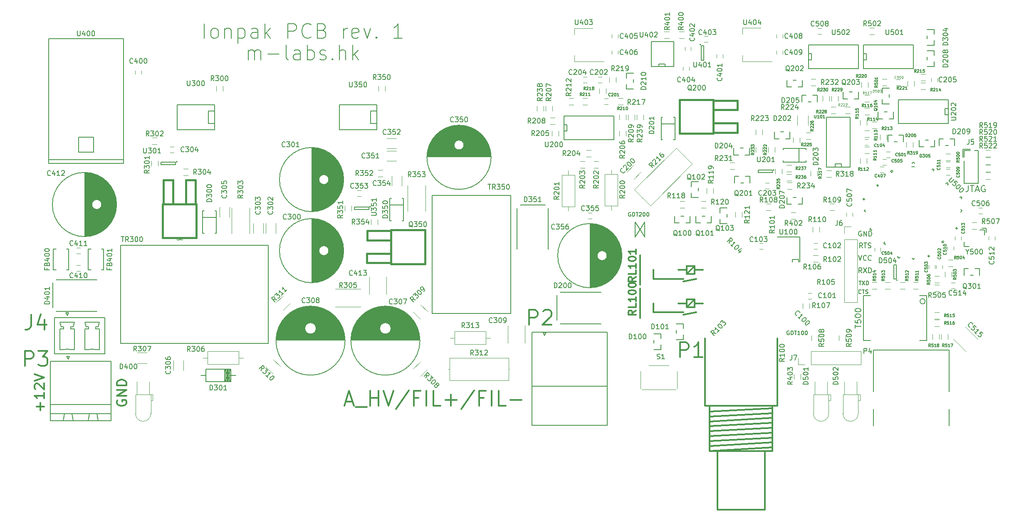
<source format=gbr>
G04 #@! TF.FileFunction,Legend,Top*
%FSLAX46Y46*%
G04 Gerber Fmt 4.6, Leading zero omitted, Abs format (unit mm)*
G04 Created by KiCad (PCBNEW 4.0.2-stable) date 5/1/2017 12:34:54 AM*
%MOMM*%
G01*
G04 APERTURE LIST*
%ADD10C,0.100000*%
%ADD11C,0.150000*%
%ADD12C,0.200000*%
%ADD13C,0.300000*%
%ADD14C,0.120000*%
%ADD15C,0.152400*%
%ADD16C,0.381000*%
%ADD17C,0.304800*%
%ADD18C,0.074930*%
%ADD19C,0.076200*%
G04 APERTURE END LIST*
D10*
D11*
X314205333Y-188137095D02*
X314205333Y-189065667D01*
X314143429Y-189251381D01*
X314019619Y-189375190D01*
X313833905Y-189437095D01*
X313710095Y-189437095D01*
X314638667Y-188137095D02*
X315381524Y-188137095D01*
X315010095Y-189437095D02*
X315010095Y-188137095D01*
X315752952Y-189065667D02*
X316372000Y-189065667D01*
X315629143Y-189437095D02*
X316062476Y-188137095D01*
X316495809Y-189437095D01*
X317610095Y-188199000D02*
X317486286Y-188137095D01*
X317300571Y-188137095D01*
X317114857Y-188199000D01*
X316991048Y-188322810D01*
X316929143Y-188446619D01*
X316867238Y-188694238D01*
X316867238Y-188879952D01*
X316929143Y-189127571D01*
X316991048Y-189251381D01*
X317114857Y-189375190D01*
X317300571Y-189437095D01*
X317424381Y-189437095D01*
X317610095Y-189375190D01*
X317672000Y-189313286D01*
X317672000Y-188879952D01*
X317424381Y-188879952D01*
X291979476Y-207587905D02*
X292436619Y-207587905D01*
X292208048Y-208387905D02*
X292208048Y-207587905D01*
X292627096Y-207587905D02*
X293160429Y-208387905D01*
X293160429Y-207587905D02*
X292627096Y-208387905D01*
X293465191Y-208387905D02*
X293465191Y-207587905D01*
X293655667Y-207587905D01*
X293769953Y-207626000D01*
X293846144Y-207702190D01*
X293884239Y-207778381D01*
X293922334Y-207930762D01*
X293922334Y-208045048D01*
X293884239Y-208197429D01*
X293846144Y-208273619D01*
X293769953Y-208349810D01*
X293655667Y-208387905D01*
X293465191Y-208387905D01*
X292423905Y-210089714D02*
X292385810Y-210127810D01*
X292271524Y-210165905D01*
X292195334Y-210165905D01*
X292081048Y-210127810D01*
X292004857Y-210051619D01*
X291966762Y-209975429D01*
X291928667Y-209823048D01*
X291928667Y-209708762D01*
X291966762Y-209556381D01*
X292004857Y-209480190D01*
X292081048Y-209404000D01*
X292195334Y-209365905D01*
X292271524Y-209365905D01*
X292385810Y-209404000D01*
X292423905Y-209442095D01*
X292652476Y-209365905D02*
X293109619Y-209365905D01*
X292881048Y-210165905D02*
X292881048Y-209365905D01*
X293338191Y-210127810D02*
X293452477Y-210165905D01*
X293642953Y-210165905D01*
X293719143Y-210127810D01*
X293757239Y-210089714D01*
X293795334Y-210013524D01*
X293795334Y-209937333D01*
X293757239Y-209861143D01*
X293719143Y-209823048D01*
X293642953Y-209784952D01*
X293490572Y-209746857D01*
X293414381Y-209708762D01*
X293376286Y-209670667D01*
X293338191Y-209594476D01*
X293338191Y-209518286D01*
X293376286Y-209442095D01*
X293414381Y-209404000D01*
X293490572Y-209365905D01*
X293681048Y-209365905D01*
X293795334Y-209404000D01*
X292576334Y-205938381D02*
X292243000Y-205462190D01*
X292004905Y-205938381D02*
X292004905Y-204938381D01*
X292385858Y-204938381D01*
X292481096Y-204986000D01*
X292528715Y-205033619D01*
X292576334Y-205128857D01*
X292576334Y-205271714D01*
X292528715Y-205366952D01*
X292481096Y-205414571D01*
X292385858Y-205462190D01*
X292004905Y-205462190D01*
X292909667Y-204938381D02*
X293576334Y-205938381D01*
X293576334Y-204938381D02*
X292909667Y-205938381D01*
X293957286Y-205938381D02*
X293957286Y-204938381D01*
X294195381Y-204938381D01*
X294338239Y-204986000D01*
X294433477Y-205081238D01*
X294481096Y-205176476D01*
X294528715Y-205366952D01*
X294528715Y-205509810D01*
X294481096Y-205700286D01*
X294433477Y-205795524D01*
X294338239Y-205890762D01*
X294195381Y-205938381D01*
X293957286Y-205938381D01*
X291909667Y-202398381D02*
X292243000Y-203398381D01*
X292576334Y-202398381D01*
X293481096Y-203303143D02*
X293433477Y-203350762D01*
X293290620Y-203398381D01*
X293195382Y-203398381D01*
X293052524Y-203350762D01*
X292957286Y-203255524D01*
X292909667Y-203160286D01*
X292862048Y-202969810D01*
X292862048Y-202826952D01*
X292909667Y-202636476D01*
X292957286Y-202541238D01*
X293052524Y-202446000D01*
X293195382Y-202398381D01*
X293290620Y-202398381D01*
X293433477Y-202446000D01*
X293481096Y-202493619D01*
X294481096Y-203303143D02*
X294433477Y-203350762D01*
X294290620Y-203398381D01*
X294195382Y-203398381D01*
X294052524Y-203350762D01*
X293957286Y-203255524D01*
X293909667Y-203160286D01*
X293862048Y-202969810D01*
X293862048Y-202826952D01*
X293909667Y-202636476D01*
X293957286Y-202541238D01*
X294052524Y-202446000D01*
X294195382Y-202398381D01*
X294290620Y-202398381D01*
X294433477Y-202446000D01*
X294481096Y-202493619D01*
X292695381Y-200858381D02*
X292362047Y-200382190D01*
X292123952Y-200858381D02*
X292123952Y-199858381D01*
X292504905Y-199858381D01*
X292600143Y-199906000D01*
X292647762Y-199953619D01*
X292695381Y-200048857D01*
X292695381Y-200191714D01*
X292647762Y-200286952D01*
X292600143Y-200334571D01*
X292504905Y-200382190D01*
X292123952Y-200382190D01*
X292981095Y-199858381D02*
X293552524Y-199858381D01*
X293266809Y-200858381D02*
X293266809Y-199858381D01*
X293838238Y-200810762D02*
X293981095Y-200858381D01*
X294219191Y-200858381D01*
X294314429Y-200810762D01*
X294362048Y-200763143D01*
X294409667Y-200667905D01*
X294409667Y-200572667D01*
X294362048Y-200477429D01*
X294314429Y-200429810D01*
X294219191Y-200382190D01*
X294028714Y-200334571D01*
X293933476Y-200286952D01*
X293885857Y-200239333D01*
X293838238Y-200144095D01*
X293838238Y-200048857D01*
X293885857Y-199953619D01*
X293933476Y-199906000D01*
X294028714Y-199858381D01*
X294266810Y-199858381D01*
X294409667Y-199906000D01*
X292481096Y-197493000D02*
X292385858Y-197445381D01*
X292243001Y-197445381D01*
X292100143Y-197493000D01*
X292004905Y-197588238D01*
X291957286Y-197683476D01*
X291909667Y-197873952D01*
X291909667Y-198016810D01*
X291957286Y-198207286D01*
X292004905Y-198302524D01*
X292100143Y-198397762D01*
X292243001Y-198445381D01*
X292338239Y-198445381D01*
X292481096Y-198397762D01*
X292528715Y-198350143D01*
X292528715Y-198016810D01*
X292338239Y-198016810D01*
X292957286Y-198445381D02*
X292957286Y-197445381D01*
X293528715Y-198445381D01*
X293528715Y-197445381D01*
X294004905Y-198445381D02*
X294004905Y-197445381D01*
X294243000Y-197445381D01*
X294385858Y-197493000D01*
X294481096Y-197588238D01*
X294528715Y-197683476D01*
X294576334Y-197873952D01*
X294576334Y-198016810D01*
X294528715Y-198207286D01*
X294481096Y-198302524D01*
X294385858Y-198397762D01*
X294243000Y-198445381D01*
X294004905Y-198445381D01*
D12*
X158744572Y-158161143D02*
X158744572Y-155161143D01*
X160601714Y-158161143D02*
X160316000Y-158018286D01*
X160173143Y-157875429D01*
X160030286Y-157589714D01*
X160030286Y-156732571D01*
X160173143Y-156446857D01*
X160316000Y-156304000D01*
X160601714Y-156161143D01*
X161030286Y-156161143D01*
X161316000Y-156304000D01*
X161458857Y-156446857D01*
X161601714Y-156732571D01*
X161601714Y-157589714D01*
X161458857Y-157875429D01*
X161316000Y-158018286D01*
X161030286Y-158161143D01*
X160601714Y-158161143D01*
X162887429Y-156161143D02*
X162887429Y-158161143D01*
X162887429Y-156446857D02*
X163030286Y-156304000D01*
X163316000Y-156161143D01*
X163744572Y-156161143D01*
X164030286Y-156304000D01*
X164173143Y-156589714D01*
X164173143Y-158161143D01*
X165601715Y-156161143D02*
X165601715Y-159161143D01*
X165601715Y-156304000D02*
X165887429Y-156161143D01*
X166458858Y-156161143D01*
X166744572Y-156304000D01*
X166887429Y-156446857D01*
X167030286Y-156732571D01*
X167030286Y-157589714D01*
X166887429Y-157875429D01*
X166744572Y-158018286D01*
X166458858Y-158161143D01*
X165887429Y-158161143D01*
X165601715Y-158018286D01*
X169601715Y-158161143D02*
X169601715Y-156589714D01*
X169458858Y-156304000D01*
X169173144Y-156161143D01*
X168601715Y-156161143D01*
X168316001Y-156304000D01*
X169601715Y-158018286D02*
X169316001Y-158161143D01*
X168601715Y-158161143D01*
X168316001Y-158018286D01*
X168173144Y-157732571D01*
X168173144Y-157446857D01*
X168316001Y-157161143D01*
X168601715Y-157018286D01*
X169316001Y-157018286D01*
X169601715Y-156875429D01*
X171030287Y-158161143D02*
X171030287Y-155161143D01*
X171316001Y-157018286D02*
X172173144Y-158161143D01*
X172173144Y-156161143D02*
X171030287Y-157304000D01*
X175744572Y-158161143D02*
X175744572Y-155161143D01*
X176887429Y-155161143D01*
X177173143Y-155304000D01*
X177316000Y-155446857D01*
X177458857Y-155732571D01*
X177458857Y-156161143D01*
X177316000Y-156446857D01*
X177173143Y-156589714D01*
X176887429Y-156732571D01*
X175744572Y-156732571D01*
X180458857Y-157875429D02*
X180316000Y-158018286D01*
X179887429Y-158161143D01*
X179601715Y-158161143D01*
X179173143Y-158018286D01*
X178887429Y-157732571D01*
X178744572Y-157446857D01*
X178601715Y-156875429D01*
X178601715Y-156446857D01*
X178744572Y-155875429D01*
X178887429Y-155589714D01*
X179173143Y-155304000D01*
X179601715Y-155161143D01*
X179887429Y-155161143D01*
X180316000Y-155304000D01*
X180458857Y-155446857D01*
X182744572Y-156589714D02*
X183173143Y-156732571D01*
X183316000Y-156875429D01*
X183458857Y-157161143D01*
X183458857Y-157589714D01*
X183316000Y-157875429D01*
X183173143Y-158018286D01*
X182887429Y-158161143D01*
X181744572Y-158161143D01*
X181744572Y-155161143D01*
X182744572Y-155161143D01*
X183030286Y-155304000D01*
X183173143Y-155446857D01*
X183316000Y-155732571D01*
X183316000Y-156018286D01*
X183173143Y-156304000D01*
X183030286Y-156446857D01*
X182744572Y-156589714D01*
X181744572Y-156589714D01*
X187030286Y-158161143D02*
X187030286Y-156161143D01*
X187030286Y-156732571D02*
X187173143Y-156446857D01*
X187316000Y-156304000D01*
X187601714Y-156161143D01*
X187887429Y-156161143D01*
X190030286Y-158018286D02*
X189744572Y-158161143D01*
X189173143Y-158161143D01*
X188887429Y-158018286D01*
X188744572Y-157732571D01*
X188744572Y-156589714D01*
X188887429Y-156304000D01*
X189173143Y-156161143D01*
X189744572Y-156161143D01*
X190030286Y-156304000D01*
X190173143Y-156589714D01*
X190173143Y-156875429D01*
X188744572Y-157161143D01*
X191173143Y-156161143D02*
X191887429Y-158161143D01*
X192601715Y-156161143D01*
X193744572Y-157875429D02*
X193887429Y-158018286D01*
X193744572Y-158161143D01*
X193601715Y-158018286D01*
X193744572Y-157875429D01*
X193744572Y-158161143D01*
X199030285Y-158161143D02*
X197316000Y-158161143D01*
X198173142Y-158161143D02*
X198173142Y-155161143D01*
X197887428Y-155589714D01*
X197601714Y-155875429D01*
X197316000Y-156018286D01*
X167673143Y-162561143D02*
X167673143Y-160561143D01*
X167673143Y-160846857D02*
X167816000Y-160704000D01*
X168101714Y-160561143D01*
X168530286Y-160561143D01*
X168816000Y-160704000D01*
X168958857Y-160989714D01*
X168958857Y-162561143D01*
X168958857Y-160989714D02*
X169101714Y-160704000D01*
X169387428Y-160561143D01*
X169816000Y-160561143D01*
X170101714Y-160704000D01*
X170244571Y-160989714D01*
X170244571Y-162561143D01*
X171673143Y-161418286D02*
X173958857Y-161418286D01*
X175816000Y-162561143D02*
X175530286Y-162418286D01*
X175387429Y-162132571D01*
X175387429Y-159561143D01*
X178244572Y-162561143D02*
X178244572Y-160989714D01*
X178101715Y-160704000D01*
X177816001Y-160561143D01*
X177244572Y-160561143D01*
X176958858Y-160704000D01*
X178244572Y-162418286D02*
X177958858Y-162561143D01*
X177244572Y-162561143D01*
X176958858Y-162418286D01*
X176816001Y-162132571D01*
X176816001Y-161846857D01*
X176958858Y-161561143D01*
X177244572Y-161418286D01*
X177958858Y-161418286D01*
X178244572Y-161275429D01*
X179673144Y-162561143D02*
X179673144Y-159561143D01*
X179673144Y-160704000D02*
X179958858Y-160561143D01*
X180530287Y-160561143D01*
X180816001Y-160704000D01*
X180958858Y-160846857D01*
X181101715Y-161132571D01*
X181101715Y-161989714D01*
X180958858Y-162275429D01*
X180816001Y-162418286D01*
X180530287Y-162561143D01*
X179958858Y-162561143D01*
X179673144Y-162418286D01*
X182244573Y-162418286D02*
X182530287Y-162561143D01*
X183101715Y-162561143D01*
X183387430Y-162418286D01*
X183530287Y-162132571D01*
X183530287Y-161989714D01*
X183387430Y-161704000D01*
X183101715Y-161561143D01*
X182673144Y-161561143D01*
X182387430Y-161418286D01*
X182244573Y-161132571D01*
X182244573Y-160989714D01*
X182387430Y-160704000D01*
X182673144Y-160561143D01*
X183101715Y-160561143D01*
X183387430Y-160704000D01*
X184816001Y-162275429D02*
X184958858Y-162418286D01*
X184816001Y-162561143D01*
X184673144Y-162418286D01*
X184816001Y-162275429D01*
X184816001Y-162561143D01*
X186244572Y-162561143D02*
X186244572Y-159561143D01*
X187530286Y-162561143D02*
X187530286Y-160989714D01*
X187387429Y-160704000D01*
X187101715Y-160561143D01*
X186673143Y-160561143D01*
X186387429Y-160704000D01*
X186244572Y-160846857D01*
X188958858Y-162561143D02*
X188958858Y-159561143D01*
X189244572Y-161418286D02*
X190101715Y-162561143D01*
X190101715Y-160561143D02*
X188958858Y-161704000D01*
D13*
X140986000Y-231901809D02*
X140890762Y-232092286D01*
X140890762Y-232378000D01*
X140986000Y-232663714D01*
X141176476Y-232854190D01*
X141366952Y-232949429D01*
X141747905Y-233044667D01*
X142033619Y-233044667D01*
X142414571Y-232949429D01*
X142605048Y-232854190D01*
X142795524Y-232663714D01*
X142890762Y-232378000D01*
X142890762Y-232187524D01*
X142795524Y-231901809D01*
X142700286Y-231806571D01*
X142033619Y-231806571D01*
X142033619Y-232187524D01*
X142890762Y-230949429D02*
X140890762Y-230949429D01*
X142890762Y-229806571D01*
X140890762Y-229806571D01*
X142890762Y-228854191D02*
X140890762Y-228854191D01*
X140890762Y-228378000D01*
X140986000Y-228092286D01*
X141176476Y-227901810D01*
X141366952Y-227806571D01*
X141747905Y-227711333D01*
X142033619Y-227711333D01*
X142414571Y-227806571D01*
X142605048Y-227901810D01*
X142795524Y-228092286D01*
X142890762Y-228378000D01*
X142890762Y-228854191D01*
X187486001Y-232148000D02*
X188914572Y-232148000D01*
X187200286Y-233005143D02*
X188200286Y-230005143D01*
X189200286Y-233005143D01*
X189486001Y-233290857D02*
X191771715Y-233290857D01*
X192486001Y-233005143D02*
X192486001Y-230005143D01*
X192486001Y-231433714D02*
X194200286Y-231433714D01*
X194200286Y-233005143D02*
X194200286Y-230005143D01*
X195200286Y-230005143D02*
X196200286Y-233005143D01*
X197200286Y-230005143D01*
X200343144Y-229862286D02*
X197771715Y-233719429D01*
X202343144Y-231433714D02*
X201343144Y-231433714D01*
X201343144Y-233005143D02*
X201343144Y-230005143D01*
X202771715Y-230005143D01*
X203914573Y-233005143D02*
X203914573Y-230005143D01*
X206771715Y-233005143D02*
X205343144Y-233005143D01*
X205343144Y-230005143D01*
X207771715Y-231862286D02*
X210057429Y-231862286D01*
X208914572Y-233005143D02*
X208914572Y-230719429D01*
X213628858Y-229862286D02*
X211057429Y-233719429D01*
X215628858Y-231433714D02*
X214628858Y-231433714D01*
X214628858Y-233005143D02*
X214628858Y-230005143D01*
X216057429Y-230005143D01*
X217200287Y-233005143D02*
X217200287Y-230005143D01*
X220057429Y-233005143D02*
X218628858Y-233005143D01*
X218628858Y-230005143D01*
X221057429Y-231862286D02*
X223343143Y-231862286D01*
X125364857Y-233901810D02*
X125364857Y-232378000D01*
X126126762Y-233139905D02*
X124602952Y-233139905D01*
X126126762Y-230378000D02*
X126126762Y-231520858D01*
X126126762Y-230949429D02*
X124126762Y-230949429D01*
X124412476Y-231139905D01*
X124602952Y-231330381D01*
X124698190Y-231520858D01*
X124317238Y-229616096D02*
X124222000Y-229520858D01*
X124126762Y-229330381D01*
X124126762Y-228854191D01*
X124222000Y-228663715D01*
X124317238Y-228568477D01*
X124507714Y-228473238D01*
X124698190Y-228473238D01*
X124983905Y-228568477D01*
X126126762Y-229711334D01*
X126126762Y-228473238D01*
X124126762Y-227901810D02*
X126126762Y-227235143D01*
X124126762Y-226568476D01*
D14*
X195786000Y-210334000D02*
X195786000Y-206734000D01*
X192326000Y-206734000D02*
X192326000Y-210334000D01*
X268142000Y-193556000D02*
X268142000Y-194556000D01*
X266782000Y-194556000D02*
X266782000Y-193556000D01*
X260850000Y-192704000D02*
X259850000Y-192704000D01*
X259850000Y-191344000D02*
X260850000Y-191344000D01*
X262300000Y-188730000D02*
X262300000Y-189730000D01*
X260940000Y-189730000D02*
X260940000Y-188730000D01*
X283646500Y-203753000D02*
X282646500Y-203753000D01*
X282646500Y-202393000D02*
X283646500Y-202393000D01*
D11*
X159004000Y-226824540D02*
X157988000Y-226824540D01*
X163830000Y-226824540D02*
X165100000Y-226824540D01*
X163576000Y-228094540D02*
X163576000Y-225554540D01*
X163322000Y-228094540D02*
X163322000Y-225554540D01*
X163068000Y-228094540D02*
X163068000Y-225554540D01*
X163830000Y-228094540D02*
X163830000Y-225554540D01*
X162814000Y-228094540D02*
X164084000Y-225554540D01*
X164084000Y-228094540D02*
X162814000Y-225554540D01*
X162814000Y-228094540D02*
X162814000Y-225554540D01*
X163449000Y-228094540D02*
X163449000Y-225554540D01*
X164084000Y-225554540D02*
X164084000Y-228094540D01*
X164084000Y-228094540D02*
X159004000Y-228094540D01*
X159004000Y-228094540D02*
X159004000Y-225554540D01*
X159004000Y-225554540D02*
X164084000Y-225554540D01*
X134401000Y-185524000D02*
X134401000Y-198524000D01*
X134541000Y-185528000D02*
X134541000Y-198520000D01*
X134681000Y-185534000D02*
X134681000Y-198514000D01*
X134821000Y-185543000D02*
X134821000Y-198505000D01*
X134961000Y-185555000D02*
X134961000Y-198493000D01*
X135101000Y-185570000D02*
X135101000Y-198478000D01*
X135241000Y-185589000D02*
X135241000Y-198459000D01*
X135381000Y-185610000D02*
X135381000Y-198438000D01*
X135521000Y-185635000D02*
X135521000Y-198413000D01*
X135661000Y-185663000D02*
X135661000Y-198385000D01*
X135801000Y-185694000D02*
X135801000Y-198354000D01*
X135941000Y-185728000D02*
X135941000Y-191558000D01*
X135941000Y-192490000D02*
X135941000Y-198320000D01*
X136081000Y-185765000D02*
X136081000Y-191357000D01*
X136081000Y-192691000D02*
X136081000Y-198283000D01*
X136221000Y-185806000D02*
X136221000Y-191228000D01*
X136221000Y-192820000D02*
X136221000Y-198242000D01*
X136361000Y-185851000D02*
X136361000Y-191139000D01*
X136361000Y-192909000D02*
X136361000Y-198197000D01*
X136501000Y-185899000D02*
X136501000Y-191078000D01*
X136501000Y-192970000D02*
X136501000Y-198149000D01*
X136641000Y-185950000D02*
X136641000Y-191041000D01*
X136641000Y-193007000D02*
X136641000Y-198098000D01*
X136781000Y-186005000D02*
X136781000Y-191025000D01*
X136781000Y-193023000D02*
X136781000Y-198043000D01*
X136921000Y-186064000D02*
X136921000Y-191029000D01*
X136921000Y-193019000D02*
X136921000Y-197984000D01*
X137061000Y-186127000D02*
X137061000Y-191052000D01*
X137061000Y-192996000D02*
X137061000Y-197921000D01*
X137201000Y-186194000D02*
X137201000Y-191097000D01*
X137201000Y-192951000D02*
X137201000Y-197854000D01*
X137341000Y-186266000D02*
X137341000Y-191167000D01*
X137341000Y-192881000D02*
X137341000Y-197782000D01*
X137481000Y-186341000D02*
X137481000Y-191268000D01*
X137481000Y-192780000D02*
X137481000Y-197707000D01*
X137621000Y-186421000D02*
X137621000Y-191417000D01*
X137621000Y-192631000D02*
X137621000Y-197627000D01*
X137761000Y-186506000D02*
X137761000Y-191669000D01*
X137761000Y-192379000D02*
X137761000Y-197542000D01*
X137901000Y-186595000D02*
X137901000Y-197453000D01*
X138041000Y-186690000D02*
X138041000Y-197358000D01*
X138181000Y-186791000D02*
X138181000Y-197257000D01*
X138321000Y-186897000D02*
X138321000Y-197151000D01*
X138461000Y-187009000D02*
X138461000Y-197039000D01*
X138601000Y-187128000D02*
X138601000Y-196920000D01*
X138741000Y-187253000D02*
X138741000Y-196795000D01*
X138881000Y-187387000D02*
X138881000Y-196661000D01*
X139021000Y-187529000D02*
X139021000Y-196519000D01*
X139161000Y-187680000D02*
X139161000Y-196368000D01*
X139301000Y-187841000D02*
X139301000Y-196207000D01*
X139441000Y-188013000D02*
X139441000Y-196035000D01*
X139581000Y-188198000D02*
X139581000Y-195850000D01*
X139721000Y-188399000D02*
X139721000Y-195649000D01*
X139861000Y-188616000D02*
X139861000Y-195432000D01*
X140001000Y-188855000D02*
X140001000Y-195193000D01*
X140141000Y-189120000D02*
X140141000Y-194928000D01*
X140281000Y-189419000D02*
X140281000Y-194629000D01*
X140421000Y-189765000D02*
X140421000Y-194283000D01*
X140561000Y-190187000D02*
X140561000Y-193861000D01*
X140701000Y-190755000D02*
X140701000Y-193293000D01*
X137826000Y-192024000D02*
G75*
G03X137826000Y-192024000I-1000000J0D01*
G01*
X140863500Y-192024000D02*
G75*
G03X140863500Y-192024000I-6537500J0D01*
G01*
X237271000Y-195938000D02*
X237271000Y-208938000D01*
X237411000Y-195942000D02*
X237411000Y-208934000D01*
X237551000Y-195948000D02*
X237551000Y-208928000D01*
X237691000Y-195957000D02*
X237691000Y-208919000D01*
X237831000Y-195969000D02*
X237831000Y-208907000D01*
X237971000Y-195984000D02*
X237971000Y-208892000D01*
X238111000Y-196003000D02*
X238111000Y-208873000D01*
X238251000Y-196024000D02*
X238251000Y-208852000D01*
X238391000Y-196049000D02*
X238391000Y-208827000D01*
X238531000Y-196077000D02*
X238531000Y-208799000D01*
X238671000Y-196108000D02*
X238671000Y-208768000D01*
X238811000Y-196142000D02*
X238811000Y-201972000D01*
X238811000Y-202904000D02*
X238811000Y-208734000D01*
X238951000Y-196179000D02*
X238951000Y-201771000D01*
X238951000Y-203105000D02*
X238951000Y-208697000D01*
X239091000Y-196220000D02*
X239091000Y-201642000D01*
X239091000Y-203234000D02*
X239091000Y-208656000D01*
X239231000Y-196265000D02*
X239231000Y-201553000D01*
X239231000Y-203323000D02*
X239231000Y-208611000D01*
X239371000Y-196313000D02*
X239371000Y-201492000D01*
X239371000Y-203384000D02*
X239371000Y-208563000D01*
X239511000Y-196364000D02*
X239511000Y-201455000D01*
X239511000Y-203421000D02*
X239511000Y-208512000D01*
X239651000Y-196419000D02*
X239651000Y-201439000D01*
X239651000Y-203437000D02*
X239651000Y-208457000D01*
X239791000Y-196478000D02*
X239791000Y-201443000D01*
X239791000Y-203433000D02*
X239791000Y-208398000D01*
X239931000Y-196541000D02*
X239931000Y-201466000D01*
X239931000Y-203410000D02*
X239931000Y-208335000D01*
X240071000Y-196608000D02*
X240071000Y-201511000D01*
X240071000Y-203365000D02*
X240071000Y-208268000D01*
X240211000Y-196680000D02*
X240211000Y-201581000D01*
X240211000Y-203295000D02*
X240211000Y-208196000D01*
X240351000Y-196755000D02*
X240351000Y-201682000D01*
X240351000Y-203194000D02*
X240351000Y-208121000D01*
X240491000Y-196835000D02*
X240491000Y-201831000D01*
X240491000Y-203045000D02*
X240491000Y-208041000D01*
X240631000Y-196920000D02*
X240631000Y-202083000D01*
X240631000Y-202793000D02*
X240631000Y-207956000D01*
X240771000Y-197009000D02*
X240771000Y-207867000D01*
X240911000Y-197104000D02*
X240911000Y-207772000D01*
X241051000Y-197205000D02*
X241051000Y-207671000D01*
X241191000Y-197311000D02*
X241191000Y-207565000D01*
X241331000Y-197423000D02*
X241331000Y-207453000D01*
X241471000Y-197542000D02*
X241471000Y-207334000D01*
X241611000Y-197667000D02*
X241611000Y-207209000D01*
X241751000Y-197801000D02*
X241751000Y-207075000D01*
X241891000Y-197943000D02*
X241891000Y-206933000D01*
X242031000Y-198094000D02*
X242031000Y-206782000D01*
X242171000Y-198255000D02*
X242171000Y-206621000D01*
X242311000Y-198427000D02*
X242311000Y-206449000D01*
X242451000Y-198612000D02*
X242451000Y-206264000D01*
X242591000Y-198813000D02*
X242591000Y-206063000D01*
X242731000Y-199030000D02*
X242731000Y-205846000D01*
X242871000Y-199269000D02*
X242871000Y-205607000D01*
X243011000Y-199534000D02*
X243011000Y-205342000D01*
X243151000Y-199833000D02*
X243151000Y-205043000D01*
X243291000Y-200179000D02*
X243291000Y-204697000D01*
X243431000Y-200601000D02*
X243431000Y-204275000D01*
X243571000Y-201169000D02*
X243571000Y-203707000D01*
X240696000Y-202438000D02*
G75*
G03X240696000Y-202438000I-1000000J0D01*
G01*
X243733500Y-202438000D02*
G75*
G03X243733500Y-202438000I-6537500J0D01*
G01*
D14*
X236886000Y-193710000D02*
X237586000Y-193710000D01*
X237586000Y-194910000D02*
X236886000Y-194910000D01*
X198886000Y-188198000D02*
X198886000Y-186198000D01*
X196846000Y-186198000D02*
X196846000Y-188198000D01*
X195850000Y-183138000D02*
X197850000Y-183138000D01*
X197850000Y-181098000D02*
X195850000Y-181098000D01*
D11*
X204066000Y-182337000D02*
X217066000Y-182337000D01*
X204070000Y-182197000D02*
X217062000Y-182197000D01*
X204076000Y-182057000D02*
X217056000Y-182057000D01*
X204085000Y-181917000D02*
X217047000Y-181917000D01*
X204097000Y-181777000D02*
X217035000Y-181777000D01*
X204112000Y-181637000D02*
X217020000Y-181637000D01*
X204131000Y-181497000D02*
X217001000Y-181497000D01*
X204152000Y-181357000D02*
X216980000Y-181357000D01*
X204177000Y-181217000D02*
X216955000Y-181217000D01*
X204205000Y-181077000D02*
X216927000Y-181077000D01*
X204236000Y-180937000D02*
X216896000Y-180937000D01*
X204270000Y-180797000D02*
X210100000Y-180797000D01*
X211032000Y-180797000D02*
X216862000Y-180797000D01*
X204307000Y-180657000D02*
X209899000Y-180657000D01*
X211233000Y-180657000D02*
X216825000Y-180657000D01*
X204348000Y-180517000D02*
X209770000Y-180517000D01*
X211362000Y-180517000D02*
X216784000Y-180517000D01*
X204393000Y-180377000D02*
X209681000Y-180377000D01*
X211451000Y-180377000D02*
X216739000Y-180377000D01*
X204441000Y-180237000D02*
X209620000Y-180237000D01*
X211512000Y-180237000D02*
X216691000Y-180237000D01*
X204492000Y-180097000D02*
X209583000Y-180097000D01*
X211549000Y-180097000D02*
X216640000Y-180097000D01*
X204547000Y-179957000D02*
X209567000Y-179957000D01*
X211565000Y-179957000D02*
X216585000Y-179957000D01*
X204606000Y-179817000D02*
X209571000Y-179817000D01*
X211561000Y-179817000D02*
X216526000Y-179817000D01*
X204669000Y-179677000D02*
X209594000Y-179677000D01*
X211538000Y-179677000D02*
X216463000Y-179677000D01*
X204736000Y-179537000D02*
X209639000Y-179537000D01*
X211493000Y-179537000D02*
X216396000Y-179537000D01*
X204808000Y-179397000D02*
X209709000Y-179397000D01*
X211423000Y-179397000D02*
X216324000Y-179397000D01*
X204883000Y-179257000D02*
X209810000Y-179257000D01*
X211322000Y-179257000D02*
X216249000Y-179257000D01*
X204963000Y-179117000D02*
X209959000Y-179117000D01*
X211173000Y-179117000D02*
X216169000Y-179117000D01*
X205048000Y-178977000D02*
X210211000Y-178977000D01*
X210921000Y-178977000D02*
X216084000Y-178977000D01*
X205137000Y-178837000D02*
X215995000Y-178837000D01*
X205232000Y-178697000D02*
X215900000Y-178697000D01*
X205333000Y-178557000D02*
X215799000Y-178557000D01*
X205439000Y-178417000D02*
X215693000Y-178417000D01*
X205551000Y-178277000D02*
X215581000Y-178277000D01*
X205670000Y-178137000D02*
X215462000Y-178137000D01*
X205795000Y-177997000D02*
X215337000Y-177997000D01*
X205929000Y-177857000D02*
X215203000Y-177857000D01*
X206071000Y-177717000D02*
X215061000Y-177717000D01*
X206222000Y-177577000D02*
X214910000Y-177577000D01*
X206383000Y-177437000D02*
X214749000Y-177437000D01*
X206555000Y-177297000D02*
X214577000Y-177297000D01*
X206740000Y-177157000D02*
X214392000Y-177157000D01*
X206941000Y-177017000D02*
X214191000Y-177017000D01*
X207158000Y-176877000D02*
X213974000Y-176877000D01*
X207397000Y-176737000D02*
X213735000Y-176737000D01*
X207662000Y-176597000D02*
X213470000Y-176597000D01*
X207961000Y-176457000D02*
X213171000Y-176457000D01*
X208307000Y-176317000D02*
X212825000Y-176317000D01*
X208729000Y-176177000D02*
X212403000Y-176177000D01*
X209297000Y-176037000D02*
X211835000Y-176037000D01*
X211566000Y-179912000D02*
G75*
G03X211566000Y-179912000I-1000000J0D01*
G01*
X217103500Y-182412000D02*
G75*
G03X217103500Y-182412000I-6537500J0D01*
G01*
D14*
X220520000Y-216640000D02*
X220520000Y-220240000D01*
X223980000Y-220240000D02*
X223980000Y-216640000D01*
D11*
X173340000Y-219675000D02*
X187340000Y-219675000D01*
X173343000Y-219535000D02*
X187337000Y-219535000D01*
X173349000Y-219395000D02*
X187331000Y-219395000D01*
X173358000Y-219255000D02*
X187322000Y-219255000D01*
X173369000Y-219115000D02*
X187311000Y-219115000D01*
X173383000Y-218975000D02*
X187297000Y-218975000D01*
X173400000Y-218835000D02*
X187280000Y-218835000D01*
X173420000Y-218695000D02*
X187260000Y-218695000D01*
X173443000Y-218555000D02*
X187237000Y-218555000D01*
X173468000Y-218415000D02*
X187212000Y-218415000D01*
X173497000Y-218275000D02*
X179819000Y-218275000D01*
X180861000Y-218275000D02*
X187183000Y-218275000D01*
X173529000Y-218135000D02*
X179606000Y-218135000D01*
X181074000Y-218135000D02*
X187151000Y-218135000D01*
X173564000Y-217995000D02*
X179464000Y-217995000D01*
X181216000Y-217995000D02*
X187116000Y-217995000D01*
X173601000Y-217855000D02*
X179362000Y-217855000D01*
X181318000Y-217855000D02*
X187079000Y-217855000D01*
X173642000Y-217715000D02*
X179288000Y-217715000D01*
X181392000Y-217715000D02*
X187038000Y-217715000D01*
X173686000Y-217575000D02*
X179237000Y-217575000D01*
X181443000Y-217575000D02*
X186994000Y-217575000D01*
X173734000Y-217435000D02*
X179205000Y-217435000D01*
X181475000Y-217435000D02*
X186946000Y-217435000D01*
X173785000Y-217295000D02*
X179191000Y-217295000D01*
X181489000Y-217295000D02*
X186895000Y-217295000D01*
X173839000Y-217155000D02*
X179194000Y-217155000D01*
X181486000Y-217155000D02*
X186841000Y-217155000D01*
X173896000Y-217015000D02*
X179214000Y-217015000D01*
X181466000Y-217015000D02*
X186784000Y-217015000D01*
X173958000Y-216875000D02*
X179253000Y-216875000D01*
X181427000Y-216875000D02*
X186722000Y-216875000D01*
X174023000Y-216735000D02*
X179312000Y-216735000D01*
X181368000Y-216735000D02*
X186657000Y-216735000D01*
X174091000Y-216595000D02*
X179395000Y-216595000D01*
X181285000Y-216595000D02*
X186589000Y-216595000D01*
X174164000Y-216455000D02*
X179509000Y-216455000D01*
X181171000Y-216455000D02*
X186516000Y-216455000D01*
X174241000Y-216315000D02*
X179670000Y-216315000D01*
X181010000Y-216315000D02*
X186439000Y-216315000D01*
X174322000Y-216175000D02*
X179931000Y-216175000D01*
X180749000Y-216175000D02*
X186358000Y-216175000D01*
X174407000Y-216035000D02*
X186273000Y-216035000D01*
X174497000Y-215895000D02*
X186183000Y-215895000D01*
X174592000Y-215755000D02*
X186088000Y-215755000D01*
X174692000Y-215615000D02*
X185988000Y-215615000D01*
X174797000Y-215475000D02*
X185883000Y-215475000D01*
X174908000Y-215335000D02*
X185772000Y-215335000D01*
X175025000Y-215195000D02*
X185655000Y-215195000D01*
X175148000Y-215055000D02*
X185532000Y-215055000D01*
X175278000Y-214915000D02*
X185402000Y-214915000D01*
X175416000Y-214775000D02*
X185264000Y-214775000D01*
X175561000Y-214635000D02*
X185119000Y-214635000D01*
X175716000Y-214495000D02*
X184964000Y-214495000D01*
X175880000Y-214355000D02*
X184800000Y-214355000D01*
X176055000Y-214215000D02*
X184625000Y-214215000D01*
X176242000Y-214075000D02*
X184438000Y-214075000D01*
X176443000Y-213935000D02*
X184237000Y-213935000D01*
X176661000Y-213795000D02*
X184019000Y-213795000D01*
X176897000Y-213655000D02*
X183783000Y-213655000D01*
X177158000Y-213515000D02*
X183522000Y-213515000D01*
X177449000Y-213375000D02*
X183231000Y-213375000D01*
X177780000Y-213235000D02*
X182900000Y-213235000D01*
X178170000Y-213095000D02*
X182510000Y-213095000D01*
X178658000Y-212955000D02*
X182022000Y-212955000D01*
X179388000Y-212815000D02*
X181292000Y-212815000D01*
X181490000Y-217250000D02*
G75*
G03X181490000Y-217250000I-1150000J0D01*
G01*
X187377500Y-219750000D02*
G75*
G03X187377500Y-219750000I-7037500J0D01*
G01*
X188580000Y-219675000D02*
X202580000Y-219675000D01*
X188583000Y-219535000D02*
X202577000Y-219535000D01*
X188589000Y-219395000D02*
X202571000Y-219395000D01*
X188598000Y-219255000D02*
X202562000Y-219255000D01*
X188609000Y-219115000D02*
X202551000Y-219115000D01*
X188623000Y-218975000D02*
X202537000Y-218975000D01*
X188640000Y-218835000D02*
X202520000Y-218835000D01*
X188660000Y-218695000D02*
X202500000Y-218695000D01*
X188683000Y-218555000D02*
X202477000Y-218555000D01*
X188708000Y-218415000D02*
X202452000Y-218415000D01*
X188737000Y-218275000D02*
X195059000Y-218275000D01*
X196101000Y-218275000D02*
X202423000Y-218275000D01*
X188769000Y-218135000D02*
X194846000Y-218135000D01*
X196314000Y-218135000D02*
X202391000Y-218135000D01*
X188804000Y-217995000D02*
X194704000Y-217995000D01*
X196456000Y-217995000D02*
X202356000Y-217995000D01*
X188841000Y-217855000D02*
X194602000Y-217855000D01*
X196558000Y-217855000D02*
X202319000Y-217855000D01*
X188882000Y-217715000D02*
X194528000Y-217715000D01*
X196632000Y-217715000D02*
X202278000Y-217715000D01*
X188926000Y-217575000D02*
X194477000Y-217575000D01*
X196683000Y-217575000D02*
X202234000Y-217575000D01*
X188974000Y-217435000D02*
X194445000Y-217435000D01*
X196715000Y-217435000D02*
X202186000Y-217435000D01*
X189025000Y-217295000D02*
X194431000Y-217295000D01*
X196729000Y-217295000D02*
X202135000Y-217295000D01*
X189079000Y-217155000D02*
X194434000Y-217155000D01*
X196726000Y-217155000D02*
X202081000Y-217155000D01*
X189136000Y-217015000D02*
X194454000Y-217015000D01*
X196706000Y-217015000D02*
X202024000Y-217015000D01*
X189198000Y-216875000D02*
X194493000Y-216875000D01*
X196667000Y-216875000D02*
X201962000Y-216875000D01*
X189263000Y-216735000D02*
X194552000Y-216735000D01*
X196608000Y-216735000D02*
X201897000Y-216735000D01*
X189331000Y-216595000D02*
X194635000Y-216595000D01*
X196525000Y-216595000D02*
X201829000Y-216595000D01*
X189404000Y-216455000D02*
X194749000Y-216455000D01*
X196411000Y-216455000D02*
X201756000Y-216455000D01*
X189481000Y-216315000D02*
X194910000Y-216315000D01*
X196250000Y-216315000D02*
X201679000Y-216315000D01*
X189562000Y-216175000D02*
X195171000Y-216175000D01*
X195989000Y-216175000D02*
X201598000Y-216175000D01*
X189647000Y-216035000D02*
X201513000Y-216035000D01*
X189737000Y-215895000D02*
X201423000Y-215895000D01*
X189832000Y-215755000D02*
X201328000Y-215755000D01*
X189932000Y-215615000D02*
X201228000Y-215615000D01*
X190037000Y-215475000D02*
X201123000Y-215475000D01*
X190148000Y-215335000D02*
X201012000Y-215335000D01*
X190265000Y-215195000D02*
X200895000Y-215195000D01*
X190388000Y-215055000D02*
X200772000Y-215055000D01*
X190518000Y-214915000D02*
X200642000Y-214915000D01*
X190656000Y-214775000D02*
X200504000Y-214775000D01*
X190801000Y-214635000D02*
X200359000Y-214635000D01*
X190956000Y-214495000D02*
X200204000Y-214495000D01*
X191120000Y-214355000D02*
X200040000Y-214355000D01*
X191295000Y-214215000D02*
X199865000Y-214215000D01*
X191482000Y-214075000D02*
X199678000Y-214075000D01*
X191683000Y-213935000D02*
X199477000Y-213935000D01*
X191901000Y-213795000D02*
X199259000Y-213795000D01*
X192137000Y-213655000D02*
X199023000Y-213655000D01*
X192398000Y-213515000D02*
X198762000Y-213515000D01*
X192689000Y-213375000D02*
X198471000Y-213375000D01*
X193020000Y-213235000D02*
X198140000Y-213235000D01*
X193410000Y-213095000D02*
X197750000Y-213095000D01*
X193898000Y-212955000D02*
X197262000Y-212955000D01*
X194628000Y-212815000D02*
X196532000Y-212815000D01*
X196730000Y-217250000D02*
G75*
G03X196730000Y-217250000I-1150000J0D01*
G01*
X202617500Y-219750000D02*
G75*
G03X202617500Y-219750000I-7037500J0D01*
G01*
D14*
X152396000Y-223790000D02*
X152396000Y-225790000D01*
X154436000Y-225790000D02*
X154436000Y-223790000D01*
X161794000Y-192548000D02*
X161794000Y-194548000D01*
X163834000Y-194548000D02*
X163834000Y-192548000D01*
X152496000Y-181448000D02*
X151796000Y-181448000D01*
X151796000Y-180248000D02*
X152496000Y-180248000D01*
D11*
X180629000Y-194922000D02*
X180629000Y-207922000D01*
X180769000Y-194926000D02*
X180769000Y-207918000D01*
X180909000Y-194932000D02*
X180909000Y-207912000D01*
X181049000Y-194941000D02*
X181049000Y-207903000D01*
X181189000Y-194953000D02*
X181189000Y-207891000D01*
X181329000Y-194968000D02*
X181329000Y-207876000D01*
X181469000Y-194987000D02*
X181469000Y-207857000D01*
X181609000Y-195008000D02*
X181609000Y-207836000D01*
X181749000Y-195033000D02*
X181749000Y-207811000D01*
X181889000Y-195061000D02*
X181889000Y-207783000D01*
X182029000Y-195092000D02*
X182029000Y-207752000D01*
X182169000Y-195126000D02*
X182169000Y-200956000D01*
X182169000Y-201888000D02*
X182169000Y-207718000D01*
X182309000Y-195163000D02*
X182309000Y-200755000D01*
X182309000Y-202089000D02*
X182309000Y-207681000D01*
X182449000Y-195204000D02*
X182449000Y-200626000D01*
X182449000Y-202218000D02*
X182449000Y-207640000D01*
X182589000Y-195249000D02*
X182589000Y-200537000D01*
X182589000Y-202307000D02*
X182589000Y-207595000D01*
X182729000Y-195297000D02*
X182729000Y-200476000D01*
X182729000Y-202368000D02*
X182729000Y-207547000D01*
X182869000Y-195348000D02*
X182869000Y-200439000D01*
X182869000Y-202405000D02*
X182869000Y-207496000D01*
X183009000Y-195403000D02*
X183009000Y-200423000D01*
X183009000Y-202421000D02*
X183009000Y-207441000D01*
X183149000Y-195462000D02*
X183149000Y-200427000D01*
X183149000Y-202417000D02*
X183149000Y-207382000D01*
X183289000Y-195525000D02*
X183289000Y-200450000D01*
X183289000Y-202394000D02*
X183289000Y-207319000D01*
X183429000Y-195592000D02*
X183429000Y-200495000D01*
X183429000Y-202349000D02*
X183429000Y-207252000D01*
X183569000Y-195664000D02*
X183569000Y-200565000D01*
X183569000Y-202279000D02*
X183569000Y-207180000D01*
X183709000Y-195739000D02*
X183709000Y-200666000D01*
X183709000Y-202178000D02*
X183709000Y-207105000D01*
X183849000Y-195819000D02*
X183849000Y-200815000D01*
X183849000Y-202029000D02*
X183849000Y-207025000D01*
X183989000Y-195904000D02*
X183989000Y-201067000D01*
X183989000Y-201777000D02*
X183989000Y-206940000D01*
X184129000Y-195993000D02*
X184129000Y-206851000D01*
X184269000Y-196088000D02*
X184269000Y-206756000D01*
X184409000Y-196189000D02*
X184409000Y-206655000D01*
X184549000Y-196295000D02*
X184549000Y-206549000D01*
X184689000Y-196407000D02*
X184689000Y-206437000D01*
X184829000Y-196526000D02*
X184829000Y-206318000D01*
X184969000Y-196651000D02*
X184969000Y-206193000D01*
X185109000Y-196785000D02*
X185109000Y-206059000D01*
X185249000Y-196927000D02*
X185249000Y-205917000D01*
X185389000Y-197078000D02*
X185389000Y-205766000D01*
X185529000Y-197239000D02*
X185529000Y-205605000D01*
X185669000Y-197411000D02*
X185669000Y-205433000D01*
X185809000Y-197596000D02*
X185809000Y-205248000D01*
X185949000Y-197797000D02*
X185949000Y-205047000D01*
X186089000Y-198014000D02*
X186089000Y-204830000D01*
X186229000Y-198253000D02*
X186229000Y-204591000D01*
X186369000Y-198518000D02*
X186369000Y-204326000D01*
X186509000Y-198817000D02*
X186509000Y-204027000D01*
X186649000Y-199163000D02*
X186649000Y-203681000D01*
X186789000Y-199585000D02*
X186789000Y-203259000D01*
X186929000Y-200153000D02*
X186929000Y-202691000D01*
X184054000Y-201422000D02*
G75*
G03X184054000Y-201422000I-1000000J0D01*
G01*
X187091500Y-201422000D02*
G75*
G03X187091500Y-201422000I-6537500J0D01*
G01*
D14*
X293147000Y-178724000D02*
X293847000Y-178724000D01*
X293847000Y-179924000D02*
X293147000Y-179924000D01*
X281653500Y-210029500D02*
X282353500Y-210029500D01*
X282353500Y-211229500D02*
X281653500Y-211229500D01*
D11*
X317868000Y-197682000D02*
X317868000Y-196882000D01*
X317868000Y-196882000D02*
X317068000Y-196882000D01*
X314368000Y-200582000D02*
X313368000Y-200582000D01*
X313368000Y-200582000D02*
X313368000Y-199682000D01*
X317568000Y-198182000D02*
X317568000Y-197182000D01*
X317568000Y-197182000D02*
X316568000Y-197182000D01*
X291846000Y-159512000D02*
X291846000Y-164338000D01*
X291846000Y-164338000D02*
X281686000Y-164338000D01*
X281686000Y-164338000D02*
X281686000Y-159512000D01*
X281686000Y-159512000D02*
X291846000Y-159512000D01*
X281686000Y-161290000D02*
X282321000Y-161290000D01*
X282321000Y-161290000D02*
X282321000Y-162560000D01*
X282321000Y-162560000D02*
X281686000Y-162560000D01*
X303022000Y-159512000D02*
X303022000Y-164338000D01*
X303022000Y-164338000D02*
X292862000Y-164338000D01*
X292862000Y-164338000D02*
X292862000Y-159512000D01*
X292862000Y-159512000D02*
X303022000Y-159512000D01*
X292862000Y-161290000D02*
X293497000Y-161290000D01*
X293497000Y-161290000D02*
X293497000Y-162560000D01*
X293497000Y-162560000D02*
X292862000Y-162560000D01*
D15*
X303273447Y-183631244D02*
X303022000Y-183379797D01*
X312684756Y-193545447D02*
X312936203Y-193294000D01*
X302770553Y-202956756D02*
X303022000Y-203208203D01*
X302716671Y-184295783D02*
X303327329Y-184295783D01*
X293107797Y-193294000D02*
X293359244Y-193545447D01*
X303022000Y-203208203D02*
X303273447Y-202956756D01*
X312936203Y-193294000D02*
X312684756Y-193042553D01*
X303022000Y-183379797D02*
X302770553Y-183631244D01*
X293359244Y-193042553D02*
X293107797Y-193294000D01*
X298711477Y-185032164D02*
X298442069Y-185301572D01*
X298442069Y-185301572D02*
X298621675Y-185481177D01*
X298621675Y-185481177D02*
X298891082Y-185211769D01*
X295873716Y-187869925D02*
X295604308Y-188139333D01*
X295604308Y-188139333D02*
X295783914Y-188318938D01*
X295783914Y-188318938D02*
X296053321Y-188049530D01*
X293053916Y-190689726D02*
X292784508Y-190959133D01*
X292784508Y-190959133D02*
X292964113Y-191138739D01*
X292964113Y-191138739D02*
X293233521Y-190869331D01*
X294382994Y-196868142D02*
X294203388Y-197047747D01*
X294203388Y-197047747D02*
X294472796Y-197317155D01*
X294472796Y-197317155D02*
X294652401Y-197137550D01*
X297202794Y-199687942D02*
X297023189Y-199867547D01*
X297023189Y-199867547D02*
X297292597Y-200136955D01*
X297292597Y-200136955D02*
X297472202Y-199957350D01*
X300040555Y-202525703D02*
X299860950Y-202705308D01*
X299860950Y-202705308D02*
X300130358Y-202974716D01*
X300130358Y-202974716D02*
X300309963Y-202795111D01*
X306470418Y-202417940D02*
X306201011Y-202687348D01*
X306201011Y-202687348D02*
X306021406Y-202507743D01*
X306021406Y-202507743D02*
X306290813Y-202238335D01*
X309308179Y-199580179D02*
X309038772Y-199849587D01*
X309038772Y-199849587D02*
X308859166Y-199669982D01*
X308859166Y-199669982D02*
X309128574Y-199400574D01*
X312127980Y-196760379D02*
X311858572Y-197029787D01*
X311858572Y-197029787D02*
X311678967Y-196850181D01*
X311678967Y-196850181D02*
X311948375Y-196580774D01*
X312523111Y-190581963D02*
X312702716Y-190402358D01*
X312702716Y-190402358D02*
X312972124Y-190671765D01*
X312972124Y-190671765D02*
X312792519Y-190851370D01*
X309703311Y-187762162D02*
X309882916Y-187582557D01*
X309882916Y-187582557D02*
X310152323Y-187851965D01*
X310152323Y-187851965D02*
X309972718Y-188031570D01*
X306865550Y-184924401D02*
X307045155Y-184744796D01*
X307045155Y-184744796D02*
X307314562Y-185014204D01*
X307314562Y-185014204D02*
X307134957Y-185193809D01*
D14*
X268244400Y-156051200D02*
X268244400Y-157311200D01*
X268244400Y-162871200D02*
X268244400Y-161611200D01*
X272004400Y-156051200D02*
X268244400Y-156051200D01*
X274254400Y-162871200D02*
X268244400Y-162871200D01*
X234056000Y-156102000D02*
X234056000Y-157362000D01*
X234056000Y-162922000D02*
X234056000Y-161662000D01*
X237816000Y-156102000D02*
X234056000Y-156102000D01*
X240066000Y-162922000D02*
X234056000Y-162922000D01*
D11*
X249682000Y-163957000D02*
X249682000Y-158877000D01*
X249682000Y-158877000D02*
X254254000Y-158877000D01*
X254254000Y-158877000D02*
X254254000Y-163957000D01*
X254254000Y-163957000D02*
X249682000Y-163957000D01*
X251206000Y-163957000D02*
X251206000Y-163449000D01*
X251206000Y-163449000D02*
X252476000Y-163449000D01*
X252476000Y-163449000D02*
X252476000Y-163957000D01*
X259796000Y-159463000D02*
G75*
G03X259796000Y-159463000I-100000J0D01*
G01*
X260346000Y-159713000D02*
X259846000Y-159713000D01*
X260346000Y-162613000D02*
X260346000Y-159713000D01*
X259846000Y-162613000D02*
X260346000Y-162613000D01*
X259846000Y-159713000D02*
X259846000Y-162613000D01*
X142240000Y-182880000D02*
X127000000Y-182880000D01*
X136144000Y-181356000D02*
X136144000Y-178308000D01*
X136144000Y-178308000D02*
X133096000Y-178308000D01*
X133096000Y-178308000D02*
X133096000Y-181356000D01*
X133096000Y-181356000D02*
X136144000Y-181356000D01*
X134620000Y-158242000D02*
X127000000Y-158242000D01*
X127000000Y-158242000D02*
X127000000Y-183642000D01*
X127000000Y-183642000D02*
X142240000Y-183642000D01*
X142240000Y-159512000D02*
X142240000Y-158242000D01*
X142240000Y-183642000D02*
X142240000Y-159512000D01*
X142240000Y-158242000D02*
X134620000Y-158242000D01*
X192554000Y-192486000D02*
G75*
G03X192554000Y-192486000I-100000J0D01*
G01*
X192204000Y-193036000D02*
X192204000Y-192536000D01*
X189304000Y-193036000D02*
X192204000Y-193036000D01*
X189304000Y-192536000D02*
X189304000Y-193036000D01*
X192204000Y-192536000D02*
X189304000Y-192536000D01*
X193802000Y-176784000D02*
X193802000Y-171704000D01*
X193802000Y-171704000D02*
X186182000Y-171704000D01*
X186182000Y-171704000D02*
X186182000Y-176784000D01*
X186182000Y-176784000D02*
X193802000Y-176784000D01*
X193802000Y-175514000D02*
X192532000Y-175514000D01*
X192532000Y-175514000D02*
X192532000Y-172974000D01*
X192532000Y-172974000D02*
X193802000Y-172974000D01*
X153184000Y-183342000D02*
G75*
G03X153184000Y-183342000I-100000J0D01*
G01*
X152834000Y-183892000D02*
X152834000Y-183392000D01*
X149934000Y-183892000D02*
X152834000Y-183892000D01*
X149934000Y-183392000D02*
X149934000Y-183892000D01*
X152834000Y-183392000D02*
X149934000Y-183392000D01*
X299974000Y-175514000D02*
X299974000Y-170688000D01*
X299974000Y-170688000D02*
X310134000Y-170688000D01*
X310134000Y-170688000D02*
X310134000Y-175514000D01*
X310134000Y-175514000D02*
X299974000Y-175514000D01*
X310134000Y-173736000D02*
X309499000Y-173736000D01*
X309499000Y-173736000D02*
X309499000Y-172466000D01*
X309499000Y-172466000D02*
X310134000Y-172466000D01*
X274723000Y-184993000D02*
G75*
G03X274723000Y-184993000I-100000J0D01*
G01*
X274373000Y-185543000D02*
X274373000Y-185043000D01*
X271473000Y-185543000D02*
X274373000Y-185543000D01*
X271473000Y-185043000D02*
X271473000Y-185543000D01*
X274373000Y-185043000D02*
X271473000Y-185043000D01*
X242062000Y-173990000D02*
X242062000Y-178816000D01*
X242062000Y-178816000D02*
X231902000Y-178816000D01*
X231902000Y-178816000D02*
X231902000Y-173990000D01*
X231902000Y-173990000D02*
X242062000Y-173990000D01*
X231902000Y-175768000D02*
X232537000Y-175768000D01*
X232537000Y-175768000D02*
X232537000Y-177038000D01*
X232537000Y-177038000D02*
X231902000Y-177038000D01*
X285369000Y-174244000D02*
X290195000Y-174244000D01*
X290195000Y-174244000D02*
X290195000Y-184404000D01*
X290195000Y-184404000D02*
X285369000Y-184404000D01*
X285369000Y-184404000D02*
X285369000Y-174244000D01*
X287147000Y-184404000D02*
X287147000Y-183769000D01*
X287147000Y-183769000D02*
X288417000Y-183769000D01*
X288417000Y-183769000D02*
X288417000Y-184404000D01*
X221106000Y-190184000D02*
X205106000Y-190184000D01*
X205106000Y-190184000D02*
X205106000Y-214184000D01*
X205106000Y-214184000D02*
X221106000Y-214184000D01*
X221106000Y-190184000D02*
X221106000Y-214184000D01*
X171718000Y-220312000D02*
X171718000Y-200312000D01*
X171718000Y-200312000D02*
X141718000Y-200312000D01*
X141718000Y-200312000D02*
X141718000Y-220312000D01*
X171718000Y-220312000D02*
X141718000Y-220312000D01*
X305477516Y-211738000D02*
G75*
G03X305477516Y-211738000I-538516J0D01*
G01*
X294339000Y-210538000D02*
X292939000Y-210538000D01*
X292939000Y-210538000D02*
X292939000Y-219738000D01*
X292939000Y-219738000D02*
X294339000Y-219738000D01*
X304339000Y-219738000D02*
X305739000Y-219738000D01*
X305739000Y-219738000D02*
X305739000Y-210538000D01*
X305739000Y-210538000D02*
X304339000Y-210538000D01*
D14*
X317762000Y-185502000D02*
X318762000Y-185502000D01*
X318762000Y-186862000D02*
X317762000Y-186862000D01*
X317762000Y-183978000D02*
X318762000Y-183978000D01*
X318762000Y-185338000D02*
X317762000Y-185338000D01*
X317762000Y-182454000D02*
X318762000Y-182454000D01*
X318762000Y-183814000D02*
X317762000Y-183814000D01*
X317762000Y-180930000D02*
X318762000Y-180930000D01*
X318762000Y-182290000D02*
X317762000Y-182290000D01*
X308274000Y-218448000D02*
X308274000Y-219448000D01*
X306914000Y-219448000D02*
X306914000Y-218448000D01*
X310052000Y-218448000D02*
X310052000Y-219448000D01*
X308692000Y-219448000D02*
X308692000Y-218448000D01*
X308348000Y-216834000D02*
X307348000Y-216834000D01*
X307348000Y-215474000D02*
X308348000Y-215474000D01*
X308348000Y-215310000D02*
X307348000Y-215310000D01*
X307348000Y-213950000D02*
X308348000Y-213950000D01*
X294648000Y-207854000D02*
X295648000Y-207854000D01*
X295648000Y-209214000D02*
X294648000Y-209214000D01*
X298315000Y-209214000D02*
X297315000Y-209214000D01*
X297315000Y-207854000D02*
X298315000Y-207854000D01*
X300363000Y-207854000D02*
X301363000Y-207854000D01*
X301363000Y-209214000D02*
X300363000Y-209214000D01*
X304030000Y-209214000D02*
X303030000Y-209214000D01*
X303030000Y-207854000D02*
X304030000Y-207854000D01*
X287864000Y-219702000D02*
X287864000Y-218702000D01*
X289224000Y-218702000D02*
X289224000Y-219702000D01*
X282276000Y-219702000D02*
X282276000Y-218702000D01*
X283636000Y-218702000D02*
X283636000Y-219702000D01*
X315968000Y-197022000D02*
X314968000Y-197022000D01*
X314968000Y-195662000D02*
X315968000Y-195662000D01*
X308348000Y-207944000D02*
X307348000Y-207944000D01*
X307348000Y-206584000D02*
X308348000Y-206584000D01*
X307348000Y-208362000D02*
X308348000Y-208362000D01*
X308348000Y-209722000D02*
X307348000Y-209722000D01*
X310142000Y-203282000D02*
X311142000Y-203282000D01*
X311142000Y-204642000D02*
X310142000Y-204642000D01*
X310814000Y-205748000D02*
X310814000Y-206748000D01*
X309454000Y-206748000D02*
X309454000Y-205748000D01*
X294140000Y-156038000D02*
X295140000Y-156038000D01*
X295140000Y-157398000D02*
X294140000Y-157398000D01*
X297680000Y-167812000D02*
X296680000Y-167812000D01*
X296680000Y-166452000D02*
X297680000Y-166452000D01*
X309634000Y-181692000D02*
X310634000Y-181692000D01*
X310634000Y-183052000D02*
X309634000Y-183052000D01*
X278720000Y-227576000D02*
X278720000Y-226576000D01*
X280080000Y-226576000D02*
X280080000Y-227576000D01*
X279138000Y-194990000D02*
X278138000Y-194990000D01*
X278138000Y-193630000D02*
X279138000Y-193630000D01*
X253357000Y-158160000D02*
X252357000Y-158160000D01*
X252357000Y-156800000D02*
X253357000Y-156800000D01*
X256405000Y-158160000D02*
X255405000Y-158160000D01*
X255405000Y-156800000D02*
X256405000Y-156800000D01*
X192614000Y-196080000D02*
X192614000Y-195080000D01*
X193974000Y-195080000D02*
X193974000Y-196080000D01*
X200110000Y-193354000D02*
X200110000Y-188154000D01*
X203750000Y-188154000D02*
X203750000Y-193354000D01*
X194064000Y-184994000D02*
X195064000Y-184994000D01*
X195064000Y-186354000D02*
X194064000Y-186354000D01*
X187280000Y-193286000D02*
X187280000Y-192286000D01*
X188640000Y-192286000D02*
X188640000Y-193286000D01*
X194138000Y-168902000D02*
X194138000Y-167902000D01*
X195498000Y-167902000D02*
X195498000Y-168902000D01*
X301580000Y-180332000D02*
X301580000Y-179332000D01*
X302940000Y-179332000D02*
X302940000Y-180332000D01*
X285377000Y-185121000D02*
X286377000Y-185121000D01*
X286377000Y-186481000D02*
X285377000Y-186481000D01*
X282149000Y-186174000D02*
X282149000Y-185174000D01*
X283509000Y-185174000D02*
X283509000Y-186174000D01*
X216062000Y-220512000D02*
X216062000Y-217892000D01*
X216062000Y-217892000D02*
X209642000Y-217892000D01*
X209642000Y-217892000D02*
X209642000Y-220512000D01*
X209642000Y-220512000D02*
X216062000Y-220512000D01*
X216952000Y-219202000D02*
X216062000Y-219202000D01*
X208752000Y-219202000D02*
X209642000Y-219202000D01*
X208620000Y-223242000D02*
X208620000Y-227862000D01*
X208620000Y-227862000D02*
X220640000Y-227862000D01*
X220640000Y-227862000D02*
X220640000Y-223242000D01*
X220640000Y-223242000D02*
X208620000Y-223242000D01*
X208390000Y-225552000D02*
X208620000Y-225552000D01*
X220870000Y-225552000D02*
X220640000Y-225552000D01*
X176215711Y-212139497D02*
X174801497Y-213553711D01*
X173288289Y-212040503D02*
X174702503Y-210626289D01*
X172769497Y-223580289D02*
X174183711Y-224994503D01*
X172670503Y-226507711D02*
X171256289Y-225093497D01*
X202741497Y-212404289D02*
X204155711Y-213818503D01*
X202642503Y-215331711D02*
X201228289Y-213917497D01*
X204155711Y-225601497D02*
X202741497Y-227015711D01*
X201228289Y-225502503D02*
X202642503Y-224088289D01*
X147050000Y-224336000D02*
X145050000Y-224336000D01*
X145050000Y-222196000D02*
X147050000Y-222196000D01*
X159350000Y-221956000D02*
X159350000Y-224576000D01*
X159350000Y-224576000D02*
X165770000Y-224576000D01*
X165770000Y-224576000D02*
X165770000Y-221956000D01*
X165770000Y-221956000D02*
X159350000Y-221956000D01*
X158460000Y-223266000D02*
X159350000Y-223266000D01*
X166660000Y-223266000D02*
X165770000Y-223266000D01*
X190560000Y-212894000D02*
X185360000Y-212894000D01*
X185360000Y-209254000D02*
X190560000Y-209254000D01*
X155440000Y-186100000D02*
X154440000Y-186100000D01*
X154440000Y-184740000D02*
X155440000Y-184740000D01*
X167936000Y-192726000D02*
X167936000Y-197926000D01*
X164296000Y-197926000D02*
X164296000Y-192726000D01*
X149090000Y-179750000D02*
X148090000Y-179750000D01*
X148090000Y-178390000D02*
X149090000Y-178390000D01*
X147910000Y-184142000D02*
X147910000Y-183142000D01*
X149270000Y-183142000D02*
X149270000Y-184142000D01*
X161118000Y-168902000D02*
X161118000Y-167902000D01*
X162478000Y-167902000D02*
X162478000Y-168902000D01*
X248076000Y-173744000D02*
X248076000Y-174744000D01*
X246716000Y-174744000D02*
X246716000Y-173744000D01*
X227756000Y-171966000D02*
X227756000Y-172966000D01*
X226396000Y-172966000D02*
X226396000Y-171966000D01*
X277249000Y-183978000D02*
X278249000Y-183978000D01*
X278249000Y-185338000D02*
X277249000Y-185338000D01*
X278376000Y-188894000D02*
X277376000Y-188894000D01*
X277376000Y-187534000D02*
X278376000Y-187534000D01*
X276270000Y-184793000D02*
X276270000Y-185793000D01*
X274910000Y-185793000D02*
X274910000Y-184793000D01*
X277249000Y-185883000D02*
X278249000Y-185883000D01*
X278249000Y-187243000D02*
X277249000Y-187243000D01*
X270973000Y-181348000D02*
X270973000Y-180348000D01*
X272333000Y-180348000D02*
X272333000Y-181348000D01*
X282202000Y-166452000D02*
X283202000Y-166452000D01*
X283202000Y-167812000D02*
X282202000Y-167812000D01*
X266692000Y-184830000D02*
X265692000Y-184830000D01*
X265692000Y-183470000D02*
X266692000Y-183470000D01*
X284562000Y-170934000D02*
X284562000Y-169934000D01*
X285922000Y-169934000D02*
X285922000Y-170934000D01*
X287700000Y-169934000D02*
X287700000Y-170934000D01*
X286340000Y-170934000D02*
X286340000Y-169934000D01*
X286266000Y-172167000D02*
X287266000Y-172167000D01*
X287266000Y-173527000D02*
X286266000Y-173527000D01*
X290187000Y-173527000D02*
X289187000Y-173527000D01*
X289187000Y-172167000D02*
X290187000Y-172167000D01*
X282186000Y-178734000D02*
X281186000Y-178734000D01*
X281186000Y-177374000D02*
X282186000Y-177374000D01*
X278593000Y-179443000D02*
X278593000Y-178443000D01*
X279953000Y-178443000D02*
X279953000Y-179443000D01*
X281613000Y-173879000D02*
X281613000Y-175879000D01*
X279473000Y-175879000D02*
X279473000Y-173879000D01*
X270973000Y-177792000D02*
X270973000Y-176792000D01*
X272333000Y-176792000D02*
X272333000Y-177792000D01*
X274873000Y-180348000D02*
X274873000Y-181348000D01*
X273513000Y-181348000D02*
X273513000Y-180348000D01*
X303194000Y-166886000D02*
X303194000Y-167886000D01*
X301834000Y-167886000D02*
X301834000Y-166886000D01*
X293796000Y-167140000D02*
X293796000Y-168140000D01*
X292436000Y-168140000D02*
X292436000Y-167140000D01*
X241128000Y-167124000D02*
X241128000Y-166124000D01*
X242488000Y-166124000D02*
X242488000Y-167124000D01*
X240456000Y-168410000D02*
X240456000Y-169410000D01*
X239096000Y-169410000D02*
X239096000Y-168410000D01*
X242959000Y-170389000D02*
X243959000Y-170389000D01*
X243959000Y-171749000D02*
X242959000Y-171749000D01*
X246266025Y-188998141D02*
X249532859Y-192264975D01*
X249532859Y-192264975D02*
X258032282Y-183765551D01*
X258032282Y-183765551D02*
X254765449Y-180498718D01*
X254765449Y-180498718D02*
X246266025Y-188998141D01*
X247736807Y-190794193D02*
X247899442Y-190631558D01*
X256561500Y-181969500D02*
X256398865Y-182132135D01*
X305554000Y-166796000D02*
X304554000Y-166796000D01*
X304554000Y-165436000D02*
X305554000Y-165436000D01*
X304554000Y-167214000D02*
X305554000Y-167214000D01*
X305554000Y-168574000D02*
X304554000Y-168574000D01*
X296246000Y-178808000D02*
X296246000Y-177808000D01*
X297606000Y-177808000D02*
X297606000Y-178808000D01*
X232926000Y-170389000D02*
X233926000Y-170389000D01*
X233926000Y-171749000D02*
X232926000Y-171749000D01*
X236720000Y-171749000D02*
X235720000Y-171749000D01*
X235720000Y-170389000D02*
X236720000Y-170389000D01*
X244520000Y-173744000D02*
X244520000Y-174744000D01*
X243160000Y-174744000D02*
X243160000Y-173744000D01*
X246298000Y-173744000D02*
X246298000Y-174744000D01*
X244938000Y-174744000D02*
X244938000Y-173744000D01*
X230116000Y-175686000D02*
X229116000Y-175686000D01*
X229116000Y-174326000D02*
X230116000Y-174326000D01*
X229534000Y-171966000D02*
X229534000Y-172966000D01*
X228174000Y-172966000D02*
X228174000Y-171966000D01*
X243160000Y-178046000D02*
X243160000Y-177046000D01*
X244520000Y-177046000D02*
X244520000Y-178046000D01*
X229444000Y-178046000D02*
X229444000Y-177046000D01*
X230804000Y-177046000D02*
X230804000Y-178046000D01*
X237482000Y-182290000D02*
X236482000Y-182290000D01*
X236482000Y-180930000D02*
X237482000Y-180930000D01*
X236212000Y-184576000D02*
X235212000Y-184576000D01*
X235212000Y-183216000D02*
X236212000Y-183216000D01*
X238006000Y-183216000D02*
X239006000Y-183216000D01*
X239006000Y-184576000D02*
X238006000Y-184576000D01*
X231481000Y-192440000D02*
X234101000Y-192440000D01*
X234101000Y-192440000D02*
X234101000Y-186020000D01*
X234101000Y-186020000D02*
X231481000Y-186020000D01*
X231481000Y-186020000D02*
X231481000Y-192440000D01*
X232791000Y-193330000D02*
X232791000Y-192440000D01*
X232791000Y-185130000D02*
X232791000Y-186020000D01*
X240244000Y-192313000D02*
X242864000Y-192313000D01*
X242864000Y-192313000D02*
X242864000Y-185893000D01*
X242864000Y-185893000D02*
X240244000Y-185893000D01*
X240244000Y-185893000D02*
X240244000Y-192313000D01*
X241554000Y-193203000D02*
X241554000Y-192313000D01*
X241554000Y-185003000D02*
X241554000Y-185893000D01*
X256532000Y-192704000D02*
X255532000Y-192704000D01*
X255532000Y-191344000D02*
X256532000Y-191344000D01*
X294124000Y-171114000D02*
X293124000Y-171114000D01*
X293124000Y-169754000D02*
X294124000Y-169754000D01*
X294124000Y-173781000D02*
X293124000Y-173781000D01*
X293124000Y-172421000D02*
X294124000Y-172421000D01*
X293542000Y-174887000D02*
X293542000Y-175887000D01*
X292182000Y-175887000D02*
X292182000Y-174887000D01*
X295648000Y-176575000D02*
X294648000Y-176575000D01*
X294648000Y-175215000D02*
X295648000Y-175215000D01*
X293124000Y-176993000D02*
X294124000Y-176993000D01*
X294124000Y-178353000D02*
X293124000Y-178353000D01*
X292182000Y-183634000D02*
X292182000Y-182634000D01*
X293542000Y-182634000D02*
X293542000Y-183634000D01*
X294124000Y-181655000D02*
X293124000Y-181655000D01*
X293124000Y-180295000D02*
X294124000Y-180295000D01*
X283953500Y-196604000D02*
X283953500Y-197604000D01*
X282593500Y-197604000D02*
X282593500Y-196604000D01*
X287012000Y-193212000D02*
X286012000Y-193212000D01*
X286012000Y-191852000D02*
X287012000Y-191852000D01*
X274058000Y-193212000D02*
X273058000Y-193212000D01*
X273058000Y-191852000D02*
X274058000Y-191852000D01*
X280561500Y-213161500D02*
X280561500Y-212161500D01*
X281921500Y-212161500D02*
X281921500Y-213161500D01*
D16*
X191848740Y-202008740D02*
X196748400Y-202008740D01*
X191848740Y-202008740D02*
X191848740Y-203911200D01*
X191848740Y-203911200D02*
X196748400Y-203911200D01*
X191897000Y-197408800D02*
X196748400Y-197408800D01*
X191897000Y-197408800D02*
X191897000Y-199311260D01*
X191897000Y-199311260D02*
X196748400Y-199311260D01*
X203647040Y-197210680D02*
X203647040Y-204109320D01*
X203647040Y-204109320D02*
X196748400Y-204109320D01*
X196748400Y-204109320D02*
X196748400Y-197210680D01*
X196748400Y-197210680D02*
X203647040Y-197210680D01*
D11*
X314660000Y-206440000D02*
X315260000Y-206440000D01*
X316560000Y-206440000D02*
X316560000Y-205040000D01*
X316560000Y-205040000D02*
X315560000Y-205040000D01*
X314260000Y-205040000D02*
X313360000Y-205040000D01*
X313360000Y-205040000D02*
X313360000Y-206440000D01*
D16*
X152321260Y-187022740D02*
X152321260Y-191922400D01*
X152321260Y-187022740D02*
X150418800Y-187022740D01*
X150418800Y-187022740D02*
X150418800Y-191922400D01*
X156921200Y-187071000D02*
X156921200Y-191922400D01*
X156921200Y-187071000D02*
X155018740Y-187071000D01*
X155018740Y-187071000D02*
X155018740Y-191922400D01*
X157119320Y-198821040D02*
X150220680Y-198821040D01*
X150220680Y-198821040D02*
X150220680Y-191922400D01*
X150220680Y-191922400D02*
X157119320Y-191922400D01*
X157119320Y-191922400D02*
X157119320Y-198821040D01*
D11*
X290622000Y-169099000D02*
X290022000Y-169099000D01*
X288722000Y-169099000D02*
X288722000Y-170499000D01*
X288722000Y-170499000D02*
X289722000Y-170499000D01*
X291022000Y-170499000D02*
X291922000Y-170499000D01*
X291922000Y-170499000D02*
X291922000Y-169099000D01*
X279192000Y-166686000D02*
X278592000Y-166686000D01*
X277292000Y-166686000D02*
X277292000Y-168086000D01*
X277292000Y-168086000D02*
X278292000Y-168086000D01*
X279592000Y-168086000D02*
X280492000Y-168086000D01*
X280492000Y-168086000D02*
X280492000Y-166686000D01*
X267924000Y-187644000D02*
X268524000Y-187644000D01*
X269824000Y-187644000D02*
X269824000Y-186244000D01*
X269824000Y-186244000D02*
X268824000Y-186244000D01*
X267524000Y-186244000D02*
X266624000Y-186244000D01*
X266624000Y-186244000D02*
X266624000Y-187644000D01*
D16*
X267256260Y-172768260D02*
X262356600Y-172768260D01*
X267256260Y-172768260D02*
X267256260Y-170865800D01*
X267256260Y-170865800D02*
X262356600Y-170865800D01*
X267208000Y-177368200D02*
X262356600Y-177368200D01*
X267208000Y-177368200D02*
X267208000Y-175465740D01*
X267208000Y-175465740D02*
X262356600Y-175465740D01*
X255457960Y-177566320D02*
X255457960Y-170667680D01*
X255457960Y-170667680D02*
X262356600Y-170667680D01*
X262356600Y-170667680D02*
X262356600Y-177566320D01*
X262356600Y-177566320D02*
X255457960Y-177566320D01*
D11*
X297734000Y-173163000D02*
X297134000Y-173163000D01*
X295834000Y-173163000D02*
X295834000Y-174563000D01*
X295834000Y-174563000D02*
X296834000Y-174563000D01*
X298134000Y-174563000D02*
X299034000Y-174563000D01*
X299034000Y-174563000D02*
X299034000Y-173163000D01*
X265114000Y-194610000D02*
X265114000Y-194010000D01*
X265114000Y-192710000D02*
X263714000Y-192710000D01*
X263714000Y-192710000D02*
X263714000Y-193710000D01*
X263714000Y-195010000D02*
X263714000Y-195910000D01*
X263714000Y-195910000D02*
X265114000Y-195910000D01*
X259272000Y-189276000D02*
X259272000Y-188676000D01*
X259272000Y-187376000D02*
X257872000Y-187376000D01*
X257872000Y-187376000D02*
X257872000Y-188376000D01*
X257872000Y-189676000D02*
X257872000Y-190576000D01*
X257872000Y-190576000D02*
X259272000Y-190576000D01*
X260650000Y-194372000D02*
X260050000Y-194372000D01*
X258750000Y-194372000D02*
X258750000Y-195772000D01*
X258750000Y-195772000D02*
X259750000Y-195772000D01*
X261050000Y-195772000D02*
X261950000Y-195772000D01*
X261950000Y-195772000D02*
X261950000Y-194372000D01*
X256332000Y-194372000D02*
X255732000Y-194372000D01*
X254432000Y-194372000D02*
X254432000Y-195772000D01*
X254432000Y-195772000D02*
X255432000Y-195772000D01*
X256732000Y-195772000D02*
X257632000Y-195772000D01*
X257632000Y-195772000D02*
X257632000Y-194372000D01*
X294956000Y-233702000D02*
X294956000Y-237102000D01*
X310356000Y-233702000D02*
X310356000Y-237102000D01*
X310356000Y-221702000D02*
X310356000Y-230102000D01*
X294956000Y-221702000D02*
X294956000Y-230102000D01*
X294940000Y-221702000D02*
X310340000Y-221702000D01*
X127380000Y-223920000D02*
X127380000Y-236080000D01*
X127380000Y-236080000D02*
X139700000Y-236080000D01*
X139700000Y-236080000D02*
X139700000Y-223920000D01*
X139700000Y-223920000D02*
X127380000Y-223920000D01*
X127380000Y-234580000D02*
X127380000Y-232780000D01*
X127380000Y-232780000D02*
X139700000Y-232780000D01*
X139700000Y-232780000D02*
X139700000Y-234580000D01*
X139700000Y-234580000D02*
X127380000Y-234580000D01*
X130000000Y-236080000D02*
X132000000Y-236080000D01*
X132000000Y-236080000D02*
X131750000Y-234580000D01*
X131750000Y-234580000D02*
X130250000Y-234580000D01*
X130250000Y-234580000D02*
X130000000Y-236080000D01*
X135080000Y-236080000D02*
X137080000Y-236080000D01*
X137080000Y-236080000D02*
X136830000Y-234580000D01*
X136830000Y-234580000D02*
X135330000Y-234580000D01*
X135330000Y-234580000D02*
X135080000Y-236080000D01*
X131000000Y-223500000D02*
X131300000Y-222900000D01*
X131300000Y-222900000D02*
X130700000Y-222900000D01*
X130700000Y-222900000D02*
X131000000Y-223500000D01*
X225380000Y-218000000D02*
X225380000Y-237000000D01*
X225380000Y-237000000D02*
X240780000Y-237000000D01*
X240780000Y-237000000D02*
X240780000Y-218000000D01*
X225380000Y-218000000D02*
X240780000Y-218000000D01*
X225380000Y-229000000D02*
X240780000Y-229000000D01*
X228000000Y-218700000D02*
X228300000Y-218100000D01*
X228300000Y-218100000D02*
X227700000Y-218100000D01*
X227700000Y-218100000D02*
X228000000Y-218700000D01*
D14*
X282194000Y-224596000D02*
X292414000Y-224596000D01*
X292414000Y-224596000D02*
X292414000Y-221936000D01*
X292414000Y-221936000D02*
X282194000Y-221936000D01*
X282194000Y-221936000D02*
X282194000Y-224596000D01*
X280924000Y-224596000D02*
X279594000Y-224596000D01*
X279594000Y-224596000D02*
X279594000Y-223266000D01*
X288992000Y-199136000D02*
X288992000Y-211896000D01*
X288992000Y-211896000D02*
X291652000Y-211896000D01*
X291652000Y-211896000D02*
X291652000Y-199136000D01*
X291652000Y-199136000D02*
X288992000Y-199136000D01*
X288992000Y-197866000D02*
X288992000Y-196536000D01*
X288992000Y-196536000D02*
X290322000Y-196536000D01*
D11*
X313098000Y-182364000D02*
X313098000Y-180764000D01*
X313098000Y-180764000D02*
X314698000Y-180764000D01*
X316298000Y-181064000D02*
X315498000Y-181064000D01*
X316298000Y-187714000D02*
X316298000Y-181064000D01*
X316298000Y-187714000D02*
X313348000Y-187714000D01*
X313348000Y-187714000D02*
X313348000Y-183164000D01*
X314698000Y-181064000D02*
X313348000Y-181064000D01*
X313348000Y-181064000D02*
X313348000Y-182364000D01*
D12*
X248396000Y-195604000D02*
X248396000Y-198604000D01*
X248396000Y-198604000D02*
X247396000Y-197104000D01*
X247396000Y-197104000D02*
X248396000Y-195604000D01*
X246396000Y-195604000D02*
X246396000Y-198604000D01*
X246396000Y-198604000D02*
X247396000Y-197104000D01*
X247396000Y-197104000D02*
X246396000Y-195604000D01*
D11*
X135652000Y-205300000D02*
X135052000Y-205300000D01*
X135052000Y-205300000D02*
X135052000Y-201100000D01*
X135052000Y-201100000D02*
X135652000Y-201100000D01*
X138252000Y-205300000D02*
X137752000Y-205300000D01*
X138252000Y-205300000D02*
X138252000Y-201100000D01*
X138252000Y-201100000D02*
X137752000Y-201100000D01*
X128540000Y-205300000D02*
X127940000Y-205300000D01*
X127940000Y-205300000D02*
X127940000Y-201100000D01*
X127940000Y-201100000D02*
X128540000Y-201100000D01*
X131140000Y-205300000D02*
X130640000Y-205300000D01*
X131140000Y-205300000D02*
X131140000Y-201100000D01*
X131140000Y-201100000D02*
X130640000Y-201100000D01*
X299839000Y-207440000D02*
G75*
G03X299839000Y-207440000I-100000J0D01*
G01*
X299089000Y-207190000D02*
X299589000Y-207190000D01*
X299089000Y-204290000D02*
X299089000Y-207190000D01*
X299589000Y-204290000D02*
X299089000Y-204290000D01*
X299589000Y-207190000D02*
X299589000Y-204290000D01*
D14*
X291830000Y-234610000D02*
G75*
G02X288710000Y-234610000I-1560000J0D01*
G01*
X288710000Y-230750000D02*
X288710000Y-234610000D01*
X291830000Y-230750000D02*
X291830000Y-234610000D01*
X288710000Y-230750000D02*
X291830000Y-230750000D01*
X292230000Y-230750000D02*
X292230000Y-231870000D01*
X292230000Y-231870000D02*
X291830000Y-231870000D01*
X291830000Y-231870000D02*
X291830000Y-230750000D01*
X291830000Y-230750000D02*
X292230000Y-230750000D01*
X289000000Y-228080000D02*
X289000000Y-230750000D01*
X289000000Y-230750000D02*
X289000000Y-230750000D01*
X289000000Y-230750000D02*
X289000000Y-228080000D01*
X289000000Y-228080000D02*
X289000000Y-228080000D01*
X291540000Y-228080000D02*
X291540000Y-230750000D01*
X291540000Y-230750000D02*
X291540000Y-230750000D01*
X291540000Y-230750000D02*
X291540000Y-228080000D01*
X291540000Y-228080000D02*
X291540000Y-228080000D01*
X285830000Y-234610000D02*
G75*
G02X282710000Y-234610000I-1560000J0D01*
G01*
X282710000Y-230750000D02*
X282710000Y-234610000D01*
X285830000Y-230750000D02*
X285830000Y-234610000D01*
X282710000Y-230750000D02*
X285830000Y-230750000D01*
X286230000Y-230750000D02*
X286230000Y-231870000D01*
X286230000Y-231870000D02*
X285830000Y-231870000D01*
X285830000Y-231870000D02*
X285830000Y-230750000D01*
X285830000Y-230750000D02*
X286230000Y-230750000D01*
X283000000Y-228080000D02*
X283000000Y-230750000D01*
X283000000Y-230750000D02*
X283000000Y-230750000D01*
X283000000Y-230750000D02*
X283000000Y-228080000D01*
X283000000Y-228080000D02*
X283000000Y-228080000D01*
X285540000Y-228080000D02*
X285540000Y-230750000D01*
X285540000Y-230750000D02*
X285540000Y-230750000D01*
X285540000Y-230750000D02*
X285540000Y-228080000D01*
X285540000Y-228080000D02*
X285540000Y-228080000D01*
D11*
X298134000Y-170226000D02*
X298134000Y-169626000D01*
X298134000Y-168326000D02*
X296734000Y-168326000D01*
X296734000Y-168326000D02*
X296734000Y-169326000D01*
X296734000Y-170626000D02*
X296734000Y-171526000D01*
X296734000Y-171526000D02*
X298134000Y-171526000D01*
D14*
X147830000Y-234610000D02*
G75*
G02X144710000Y-234610000I-1560000J0D01*
G01*
X144710000Y-230750000D02*
X144710000Y-234610000D01*
X147830000Y-230750000D02*
X147830000Y-234610000D01*
X144710000Y-230750000D02*
X147830000Y-230750000D01*
X148230000Y-230750000D02*
X148230000Y-231870000D01*
X148230000Y-231870000D02*
X147830000Y-231870000D01*
X147830000Y-231870000D02*
X147830000Y-230750000D01*
X147830000Y-230750000D02*
X148230000Y-230750000D01*
X145000000Y-228080000D02*
X145000000Y-230750000D01*
X145000000Y-230750000D02*
X145000000Y-230750000D01*
X145000000Y-230750000D02*
X145000000Y-228080000D01*
X145000000Y-228080000D02*
X145000000Y-228080000D01*
X147540000Y-228080000D02*
X147540000Y-230750000D01*
X147540000Y-230750000D02*
X147540000Y-230750000D01*
X147540000Y-230750000D02*
X147540000Y-228080000D01*
X147540000Y-228080000D02*
X147540000Y-228080000D01*
D11*
X306116000Y-178878000D02*
X305516000Y-178878000D01*
X304216000Y-178878000D02*
X304216000Y-180278000D01*
X304216000Y-180278000D02*
X305216000Y-180278000D01*
X306516000Y-180278000D02*
X307416000Y-180278000D01*
X307416000Y-180278000D02*
X307416000Y-178878000D01*
X305878000Y-157688000D02*
X305878000Y-158288000D01*
X305878000Y-159588000D02*
X307278000Y-159588000D01*
X307278000Y-159588000D02*
X307278000Y-158588000D01*
X307278000Y-157288000D02*
X307278000Y-156388000D01*
X307278000Y-156388000D02*
X305878000Y-156388000D01*
X228152000Y-192112000D02*
X223052000Y-192112000D01*
X222352000Y-201112000D02*
X222352000Y-192812000D01*
X228752000Y-192812000D02*
X228752000Y-201112000D01*
X199266000Y-192140000D02*
X196466000Y-192140000D01*
X199266000Y-190740000D02*
X198966000Y-190740000D01*
X196766000Y-195340000D02*
X196466000Y-195340000D01*
X196466000Y-195340000D02*
X196466000Y-190740000D01*
X196466000Y-190740000D02*
X196766000Y-190740000D01*
X199266000Y-190740000D02*
X199266000Y-195340000D01*
X199266000Y-195340000D02*
X198966000Y-195340000D01*
X161166000Y-194680000D02*
X158366000Y-194680000D01*
X161166000Y-193280000D02*
X160866000Y-193280000D01*
X158666000Y-197880000D02*
X158366000Y-197880000D01*
X158366000Y-197880000D02*
X158366000Y-193280000D01*
X158366000Y-193280000D02*
X158666000Y-193280000D01*
X161166000Y-193280000D02*
X161166000Y-197880000D01*
X161166000Y-197880000D02*
X160866000Y-197880000D01*
X246064000Y-167178000D02*
X246064000Y-166578000D01*
X246064000Y-165278000D02*
X244664000Y-165278000D01*
X244664000Y-165278000D02*
X244664000Y-166278000D01*
X244664000Y-167578000D02*
X244664000Y-168478000D01*
X244664000Y-168478000D02*
X246064000Y-168478000D01*
X309580000Y-180024000D02*
X310180000Y-180024000D01*
X311480000Y-180024000D02*
X311480000Y-178624000D01*
X311480000Y-178624000D02*
X310480000Y-178624000D01*
X309180000Y-178624000D02*
X308280000Y-178624000D01*
X308280000Y-178624000D02*
X308280000Y-180024000D01*
X305878000Y-162006000D02*
X305878000Y-162606000D01*
X305878000Y-163906000D02*
X307278000Y-163906000D01*
X307278000Y-163906000D02*
X307278000Y-162906000D01*
X307278000Y-161606000D02*
X307278000Y-160706000D01*
X307278000Y-160706000D02*
X305878000Y-160706000D01*
X279192000Y-190562000D02*
X278592000Y-190562000D01*
X277292000Y-190562000D02*
X277292000Y-191962000D01*
X277292000Y-191962000D02*
X278292000Y-191962000D01*
X279592000Y-191962000D02*
X280492000Y-191962000D01*
X280492000Y-191962000D02*
X280492000Y-190562000D01*
X299166000Y-179262000D02*
X299766000Y-179262000D01*
X301066000Y-179262000D02*
X301066000Y-177862000D01*
X301066000Y-177862000D02*
X300066000Y-177862000D01*
X298766000Y-177862000D02*
X297866000Y-177862000D01*
X297866000Y-177862000D02*
X297866000Y-179262000D01*
X281640000Y-171134000D02*
X282240000Y-171134000D01*
X283540000Y-171134000D02*
X283540000Y-169734000D01*
X283540000Y-169734000D02*
X282540000Y-169734000D01*
X281240000Y-169734000D02*
X280340000Y-169734000D01*
X280340000Y-169734000D02*
X280340000Y-171134000D01*
X268397000Y-180529000D02*
X267797000Y-180529000D01*
X266497000Y-180529000D02*
X266497000Y-181929000D01*
X266497000Y-181929000D02*
X267497000Y-181929000D01*
X268797000Y-181929000D02*
X269697000Y-181929000D01*
X269697000Y-181929000D02*
X269697000Y-180529000D01*
X279792000Y-183391000D02*
X279792000Y-180591000D01*
X281192000Y-183391000D02*
X281192000Y-183091000D01*
X276592000Y-180891000D02*
X276592000Y-180591000D01*
X276592000Y-180591000D02*
X281192000Y-180591000D01*
X281192000Y-180591000D02*
X281192000Y-180891000D01*
X281192000Y-183391000D02*
X276592000Y-183391000D01*
X276592000Y-183391000D02*
X276592000Y-183091000D01*
X276652000Y-177227000D02*
X276052000Y-177227000D01*
X274752000Y-177227000D02*
X274752000Y-178627000D01*
X274752000Y-178627000D02*
X275752000Y-178627000D01*
X277052000Y-178627000D02*
X277952000Y-178627000D01*
X277952000Y-178627000D02*
X277952000Y-177227000D01*
X254511000Y-175630000D02*
X251711000Y-175630000D01*
X254511000Y-174230000D02*
X254211000Y-174230000D01*
X252011000Y-178830000D02*
X251711000Y-178830000D01*
X251711000Y-178830000D02*
X251711000Y-174230000D01*
X251711000Y-174230000D02*
X252011000Y-174230000D01*
X254511000Y-174230000D02*
X254511000Y-178830000D01*
X254511000Y-178830000D02*
X254211000Y-178830000D01*
X230500000Y-210506000D02*
X230500000Y-215606000D01*
X239500000Y-216306000D02*
X231200000Y-216306000D01*
X231200000Y-209906000D02*
X239500000Y-209906000D01*
X254824000Y-217632000D02*
X254824000Y-218232000D01*
X254824000Y-219532000D02*
X256224000Y-219532000D01*
X256224000Y-219532000D02*
X256224000Y-218532000D01*
X256224000Y-217232000D02*
X256224000Y-216332000D01*
X256224000Y-216332000D02*
X254824000Y-216332000D01*
X250252000Y-219664000D02*
X250252000Y-220264000D01*
X250252000Y-221564000D02*
X251652000Y-221564000D01*
X251652000Y-221564000D02*
X251652000Y-220564000D01*
X251652000Y-219264000D02*
X251652000Y-218364000D01*
X251652000Y-218364000D02*
X250252000Y-218364000D01*
D14*
X316186087Y-219505497D02*
X313640503Y-216959913D01*
X311193913Y-219406503D02*
X313739497Y-221952087D01*
X310800000Y-207934000D02*
X311500000Y-207934000D01*
X311500000Y-209134000D02*
X310800000Y-209134000D01*
X311566000Y-199232000D02*
X311566000Y-198532000D01*
X312766000Y-198532000D02*
X312766000Y-199232000D01*
X319624000Y-198532000D02*
X319624000Y-199232000D01*
X318424000Y-199232000D02*
X318424000Y-198532000D01*
X309784000Y-183296000D02*
X310484000Y-183296000D01*
X310484000Y-184496000D02*
X309784000Y-184496000D01*
X311242000Y-200564000D02*
X311242000Y-201264000D01*
X310042000Y-201264000D02*
X310042000Y-200564000D01*
X309784000Y-184820000D02*
X310484000Y-184820000D01*
X310484000Y-186020000D02*
X309784000Y-186020000D01*
X283622000Y-156118000D02*
X284322000Y-156118000D01*
X284322000Y-157318000D02*
X283622000Y-157318000D01*
X290668000Y-193706000D02*
X290668000Y-194406000D01*
X289468000Y-194406000D02*
X289468000Y-193706000D01*
X316388000Y-192694000D02*
X317088000Y-192694000D01*
X317088000Y-193894000D02*
X316388000Y-193894000D01*
X297530000Y-183988000D02*
X296830000Y-183988000D01*
X296830000Y-182788000D02*
X297530000Y-182788000D01*
X295183000Y-201518000D02*
X295183000Y-200818000D01*
X296383000Y-200818000D02*
X296383000Y-201518000D01*
X307432000Y-204374000D02*
X307432000Y-205074000D01*
X306232000Y-205074000D02*
X306232000Y-204374000D01*
X308956000Y-204374000D02*
X308956000Y-205074000D01*
X307756000Y-205074000D02*
X307756000Y-204374000D01*
X298292000Y-182464000D02*
X297592000Y-182464000D01*
X297592000Y-181264000D02*
X298292000Y-181264000D01*
X299624000Y-166532000D02*
X300324000Y-166532000D01*
X300324000Y-167732000D02*
X299624000Y-167732000D01*
X132746000Y-200822000D02*
X133446000Y-200822000D01*
X133446000Y-202022000D02*
X132746000Y-202022000D01*
X132746000Y-204378000D02*
X133446000Y-204378000D01*
X133446000Y-205578000D02*
X132746000Y-205578000D01*
X276444000Y-160686000D02*
X276444000Y-161386000D01*
X275244000Y-161386000D02*
X275244000Y-160686000D01*
X276444000Y-157384000D02*
X276444000Y-158084000D01*
X275244000Y-158084000D02*
X275244000Y-157384000D01*
X297022000Y-185512000D02*
X296322000Y-185512000D01*
X296322000Y-184312000D02*
X297022000Y-184312000D01*
X242916000Y-160686000D02*
X242916000Y-161386000D01*
X241716000Y-161386000D02*
X241716000Y-160686000D01*
X242916000Y-157384000D02*
X242916000Y-158084000D01*
X241716000Y-158084000D02*
X241716000Y-157384000D01*
X257394000Y-163988000D02*
X257394000Y-164688000D01*
X256194000Y-164688000D02*
X256194000Y-163988000D01*
X261208000Y-158969000D02*
X260508000Y-158969000D01*
X260508000Y-157769000D02*
X261208000Y-157769000D01*
X256575000Y-160624000D02*
X256575000Y-159924000D01*
X257775000Y-159924000D02*
X257775000Y-160624000D01*
X264252000Y-161448000D02*
X264252000Y-162148000D01*
X263052000Y-162148000D02*
X263052000Y-161448000D01*
X144688000Y-165450000D02*
X144688000Y-164750000D01*
X145888000Y-164750000D02*
X145888000Y-165450000D01*
X189896000Y-189138000D02*
X190596000Y-189138000D01*
X190596000Y-190338000D02*
X189896000Y-190338000D01*
X195850000Y-180598000D02*
X197850000Y-180598000D01*
X197850000Y-178558000D02*
X195850000Y-178558000D01*
X168652000Y-195850000D02*
X168652000Y-197850000D01*
X170692000Y-197850000D02*
X170692000Y-195850000D01*
X171192000Y-195850000D02*
X171192000Y-197850000D01*
X173232000Y-197850000D02*
X173232000Y-195850000D01*
X306740000Y-166974000D02*
X306740000Y-166274000D01*
X307940000Y-166274000D02*
X307940000Y-166974000D01*
X235870000Y-166024000D02*
X236570000Y-166024000D01*
X236570000Y-167224000D02*
X235870000Y-167224000D01*
X273654000Y-188814000D02*
X272954000Y-188814000D01*
X272954000Y-187614000D02*
X273654000Y-187614000D01*
X239618000Y-167224000D02*
X238918000Y-167224000D01*
X238918000Y-166024000D02*
X239618000Y-166024000D01*
X240888000Y-171669000D02*
X240188000Y-171669000D01*
X240188000Y-170469000D02*
X240888000Y-170469000D01*
X246111858Y-183991644D02*
X244697644Y-185405858D01*
X246140142Y-186848356D02*
X247554356Y-185434142D01*
X272447500Y-201133000D02*
X271747500Y-201133000D01*
X271747500Y-199933000D02*
X272447500Y-199933000D01*
X282796500Y-199933000D02*
X283496500Y-199933000D01*
X283496500Y-201133000D02*
X282796500Y-201133000D01*
D11*
X160782000Y-176784000D02*
X160782000Y-171704000D01*
X160782000Y-171704000D02*
X153162000Y-171704000D01*
X153162000Y-171704000D02*
X153162000Y-176784000D01*
X153162000Y-176784000D02*
X160782000Y-176784000D01*
X160782000Y-175514000D02*
X159512000Y-175514000D01*
X159512000Y-175514000D02*
X159512000Y-172974000D01*
X159512000Y-172974000D02*
X160782000Y-172974000D01*
X180629000Y-180444000D02*
X180629000Y-193444000D01*
X180769000Y-180448000D02*
X180769000Y-193440000D01*
X180909000Y-180454000D02*
X180909000Y-193434000D01*
X181049000Y-180463000D02*
X181049000Y-193425000D01*
X181189000Y-180475000D02*
X181189000Y-193413000D01*
X181329000Y-180490000D02*
X181329000Y-193398000D01*
X181469000Y-180509000D02*
X181469000Y-193379000D01*
X181609000Y-180530000D02*
X181609000Y-193358000D01*
X181749000Y-180555000D02*
X181749000Y-193333000D01*
X181889000Y-180583000D02*
X181889000Y-193305000D01*
X182029000Y-180614000D02*
X182029000Y-193274000D01*
X182169000Y-180648000D02*
X182169000Y-186478000D01*
X182169000Y-187410000D02*
X182169000Y-193240000D01*
X182309000Y-180685000D02*
X182309000Y-186277000D01*
X182309000Y-187611000D02*
X182309000Y-193203000D01*
X182449000Y-180726000D02*
X182449000Y-186148000D01*
X182449000Y-187740000D02*
X182449000Y-193162000D01*
X182589000Y-180771000D02*
X182589000Y-186059000D01*
X182589000Y-187829000D02*
X182589000Y-193117000D01*
X182729000Y-180819000D02*
X182729000Y-185998000D01*
X182729000Y-187890000D02*
X182729000Y-193069000D01*
X182869000Y-180870000D02*
X182869000Y-185961000D01*
X182869000Y-187927000D02*
X182869000Y-193018000D01*
X183009000Y-180925000D02*
X183009000Y-185945000D01*
X183009000Y-187943000D02*
X183009000Y-192963000D01*
X183149000Y-180984000D02*
X183149000Y-185949000D01*
X183149000Y-187939000D02*
X183149000Y-192904000D01*
X183289000Y-181047000D02*
X183289000Y-185972000D01*
X183289000Y-187916000D02*
X183289000Y-192841000D01*
X183429000Y-181114000D02*
X183429000Y-186017000D01*
X183429000Y-187871000D02*
X183429000Y-192774000D01*
X183569000Y-181186000D02*
X183569000Y-186087000D01*
X183569000Y-187801000D02*
X183569000Y-192702000D01*
X183709000Y-181261000D02*
X183709000Y-186188000D01*
X183709000Y-187700000D02*
X183709000Y-192627000D01*
X183849000Y-181341000D02*
X183849000Y-186337000D01*
X183849000Y-187551000D02*
X183849000Y-192547000D01*
X183989000Y-181426000D02*
X183989000Y-186589000D01*
X183989000Y-187299000D02*
X183989000Y-192462000D01*
X184129000Y-181515000D02*
X184129000Y-192373000D01*
X184269000Y-181610000D02*
X184269000Y-192278000D01*
X184409000Y-181711000D02*
X184409000Y-192177000D01*
X184549000Y-181817000D02*
X184549000Y-192071000D01*
X184689000Y-181929000D02*
X184689000Y-191959000D01*
X184829000Y-182048000D02*
X184829000Y-191840000D01*
X184969000Y-182173000D02*
X184969000Y-191715000D01*
X185109000Y-182307000D02*
X185109000Y-191581000D01*
X185249000Y-182449000D02*
X185249000Y-191439000D01*
X185389000Y-182600000D02*
X185389000Y-191288000D01*
X185529000Y-182761000D02*
X185529000Y-191127000D01*
X185669000Y-182933000D02*
X185669000Y-190955000D01*
X185809000Y-183118000D02*
X185809000Y-190770000D01*
X185949000Y-183319000D02*
X185949000Y-190569000D01*
X186089000Y-183536000D02*
X186089000Y-190352000D01*
X186229000Y-183775000D02*
X186229000Y-190113000D01*
X186369000Y-184040000D02*
X186369000Y-189848000D01*
X186509000Y-184339000D02*
X186509000Y-189549000D01*
X186649000Y-184685000D02*
X186649000Y-189203000D01*
X186789000Y-185107000D02*
X186789000Y-188781000D01*
X186929000Y-185675000D02*
X186929000Y-188213000D01*
X184054000Y-186944000D02*
G75*
G03X184054000Y-186944000I-1000000J0D01*
G01*
X187091500Y-186944000D02*
G75*
G03X187091500Y-186944000I-6537500J0D01*
G01*
X127850000Y-207966000D02*
X127850000Y-213066000D01*
X136850000Y-213766000D02*
X128550000Y-213766000D01*
X128550000Y-207366000D02*
X136850000Y-207366000D01*
X131559647Y-221605845D02*
G75*
G03X130060000Y-221606000I-749647J-1700155D01*
G01*
X136639647Y-221605845D02*
G75*
G03X135140000Y-221606000I-749647J-1700155D01*
G01*
X128190000Y-215026000D02*
X128190000Y-222436000D01*
X128190000Y-222436000D02*
X138510000Y-222436000D01*
X138510000Y-222436000D02*
X138510000Y-215026000D01*
X138510000Y-215026000D02*
X128190000Y-215026000D01*
X130060000Y-221606000D02*
X129310000Y-221606000D01*
X129310000Y-221606000D02*
X129310000Y-217306000D01*
X129310000Y-217306000D02*
X130060000Y-217306000D01*
X130060000Y-217306000D02*
X130060000Y-216956000D01*
X130060000Y-216956000D02*
X129560000Y-216956000D01*
X129560000Y-216956000D02*
X129310000Y-215956000D01*
X129310000Y-215956000D02*
X132310000Y-215956000D01*
X132310000Y-215956000D02*
X132060000Y-216956000D01*
X132060000Y-216956000D02*
X131560000Y-216956000D01*
X131560000Y-216956000D02*
X131560000Y-217306000D01*
X131560000Y-217306000D02*
X131560000Y-217306000D01*
X131560000Y-217306000D02*
X132310000Y-217306000D01*
X132310000Y-217306000D02*
X132310000Y-221606000D01*
X132310000Y-221606000D02*
X131560000Y-221606000D01*
X135140000Y-221606000D02*
X134390000Y-221606000D01*
X134390000Y-221606000D02*
X134390000Y-217306000D01*
X134390000Y-217306000D02*
X135140000Y-217306000D01*
X135140000Y-217306000D02*
X135140000Y-216956000D01*
X135140000Y-216956000D02*
X134640000Y-216956000D01*
X134640000Y-216956000D02*
X134390000Y-215956000D01*
X134390000Y-215956000D02*
X137390000Y-215956000D01*
X137390000Y-215956000D02*
X137140000Y-216956000D01*
X137140000Y-216956000D02*
X136640000Y-216956000D01*
X136640000Y-216956000D02*
X136640000Y-217306000D01*
X136640000Y-217306000D02*
X136640000Y-217306000D01*
X136640000Y-217306000D02*
X137390000Y-217306000D01*
X137390000Y-217306000D02*
X137390000Y-221606000D01*
X137390000Y-221606000D02*
X136640000Y-221606000D01*
X130810000Y-214606000D02*
X131110000Y-214006000D01*
X131110000Y-214006000D02*
X130510000Y-214006000D01*
X130510000Y-214006000D02*
X130810000Y-214606000D01*
D14*
X247550000Y-226000000D02*
X247550000Y-229550000D01*
X247750000Y-229750000D02*
X254750000Y-229750000D01*
X254950000Y-229550000D02*
X254950000Y-226000000D01*
X253250000Y-224800000D02*
X249250000Y-224800000D01*
D17*
X256946500Y-212153500D02*
X255246500Y-212153500D01*
X260246500Y-212153500D02*
X258546500Y-212153500D01*
X258546500Y-211353500D02*
X256946500Y-212953500D01*
X258546500Y-212953500D02*
X256946500Y-212953500D01*
X256946500Y-212953500D02*
X256946500Y-211353500D01*
X258546500Y-211353500D02*
X256946500Y-211353500D01*
X258546500Y-211353500D02*
X258546500Y-212953500D01*
X256246500Y-213953500D02*
X250146500Y-213953500D01*
X250146500Y-213953500D02*
X250146500Y-212153500D01*
X258846500Y-213953500D02*
X256246500Y-214453500D01*
X247446500Y-215153500D02*
X247446500Y-209153500D01*
X256946500Y-205359000D02*
X255246500Y-205359000D01*
X260246500Y-205359000D02*
X258546500Y-205359000D01*
X258546500Y-204559000D02*
X256946500Y-206159000D01*
X258546500Y-206159000D02*
X256946500Y-206159000D01*
X256946500Y-206159000D02*
X256946500Y-204559000D01*
X258546500Y-204559000D02*
X256946500Y-204559000D01*
X258546500Y-204559000D02*
X258546500Y-206159000D01*
X256246500Y-207159000D02*
X250146500Y-207159000D01*
X250146500Y-207159000D02*
X250146500Y-205359000D01*
X258846500Y-207159000D02*
X256246500Y-207659000D01*
X247446500Y-208359000D02*
X247446500Y-202359000D01*
D11*
X275336000Y-198628000D02*
X279908000Y-198628000D01*
X279908000Y-198628000D02*
X279908000Y-203708000D01*
X278384000Y-203708000D02*
X278384000Y-203200000D01*
X278384000Y-203200000D02*
X279654000Y-203200000D01*
X279654000Y-203200000D02*
X279654000Y-203708000D01*
D13*
X261600000Y-234200000D02*
X274400000Y-233500000D01*
X261600000Y-238200000D02*
X274400000Y-237500000D01*
X261600000Y-237200000D02*
X274400000Y-236500000D01*
X261600000Y-235200000D02*
X274400000Y-234500000D01*
X261600000Y-236200000D02*
X274400000Y-235500000D01*
X261600000Y-240200000D02*
X274400000Y-239500000D01*
X261600000Y-239200000D02*
X274400000Y-238500000D01*
X261600000Y-241200000D02*
X274400000Y-240500000D01*
X261600000Y-242200000D02*
X274400000Y-241500000D01*
X274400000Y-242200000D02*
X274400000Y-233000000D01*
X261600000Y-242200000D02*
X261600000Y-233000000D01*
X272800000Y-254200000D02*
X272800000Y-242200000D01*
X263200000Y-254200000D02*
X263200000Y-242200000D01*
X263200000Y-254200000D02*
X272800000Y-254200000D01*
X261600000Y-242200000D02*
X274400000Y-242200000D01*
X275400000Y-233000000D02*
X275400000Y-219300000D01*
X260600000Y-219300000D02*
X260600000Y-233000000D01*
X260600000Y-233000000D02*
X275400000Y-233000000D01*
D11*
X188872953Y-206351143D02*
X188825334Y-206398762D01*
X188682477Y-206446381D01*
X188587239Y-206446381D01*
X188444381Y-206398762D01*
X188349143Y-206303524D01*
X188301524Y-206208286D01*
X188253905Y-206017810D01*
X188253905Y-205874952D01*
X188301524Y-205684476D01*
X188349143Y-205589238D01*
X188444381Y-205494000D01*
X188587239Y-205446381D01*
X188682477Y-205446381D01*
X188825334Y-205494000D01*
X188872953Y-205541619D01*
X189730096Y-205779714D02*
X189730096Y-206446381D01*
X189492000Y-205398762D02*
X189253905Y-206113048D01*
X189872953Y-206113048D01*
X190777715Y-206446381D02*
X190206286Y-206446381D01*
X190492000Y-206446381D02*
X190492000Y-205446381D01*
X190396762Y-205589238D01*
X190301524Y-205684476D01*
X190206286Y-205732095D01*
X191111048Y-205446381D02*
X191730096Y-205446381D01*
X191396762Y-205827333D01*
X191539620Y-205827333D01*
X191634858Y-205874952D01*
X191682477Y-205922571D01*
X191730096Y-206017810D01*
X191730096Y-206255905D01*
X191682477Y-206351143D01*
X191634858Y-206398762D01*
X191539620Y-206446381D01*
X191253905Y-206446381D01*
X191158667Y-206398762D01*
X191111048Y-206351143D01*
X269692381Y-195175047D02*
X269216190Y-195508381D01*
X269692381Y-195746476D02*
X268692381Y-195746476D01*
X268692381Y-195365523D01*
X268740000Y-195270285D01*
X268787619Y-195222666D01*
X268882857Y-195175047D01*
X269025714Y-195175047D01*
X269120952Y-195222666D01*
X269168571Y-195270285D01*
X269216190Y-195365523D01*
X269216190Y-195746476D01*
X269692381Y-194222666D02*
X269692381Y-194794095D01*
X269692381Y-194508381D02*
X268692381Y-194508381D01*
X268835238Y-194603619D01*
X268930476Y-194698857D01*
X268978095Y-194794095D01*
X268787619Y-193841714D02*
X268740000Y-193794095D01*
X268692381Y-193698857D01*
X268692381Y-193460761D01*
X268740000Y-193365523D01*
X268787619Y-193317904D01*
X268882857Y-193270285D01*
X268978095Y-193270285D01*
X269120952Y-193317904D01*
X269692381Y-193889333D01*
X269692381Y-193270285D01*
X269692381Y-192317904D02*
X269692381Y-192889333D01*
X269692381Y-192603619D02*
X268692381Y-192603619D01*
X268835238Y-192698857D01*
X268930476Y-192794095D01*
X268978095Y-192889333D01*
X262532953Y-191968381D02*
X262199619Y-191492190D01*
X261961524Y-191968381D02*
X261961524Y-190968381D01*
X262342477Y-190968381D01*
X262437715Y-191016000D01*
X262485334Y-191063619D01*
X262532953Y-191158857D01*
X262532953Y-191301714D01*
X262485334Y-191396952D01*
X262437715Y-191444571D01*
X262342477Y-191492190D01*
X261961524Y-191492190D01*
X263485334Y-191968381D02*
X262913905Y-191968381D01*
X263199619Y-191968381D02*
X263199619Y-190968381D01*
X263104381Y-191111238D01*
X263009143Y-191206476D01*
X262913905Y-191254095D01*
X263866286Y-191063619D02*
X263913905Y-191016000D01*
X264009143Y-190968381D01*
X264247239Y-190968381D01*
X264342477Y-191016000D01*
X264390096Y-191063619D01*
X264437715Y-191158857D01*
X264437715Y-191254095D01*
X264390096Y-191396952D01*
X263818667Y-191968381D01*
X264437715Y-191968381D01*
X265056762Y-190968381D02*
X265152001Y-190968381D01*
X265247239Y-191016000D01*
X265294858Y-191063619D01*
X265342477Y-191158857D01*
X265390096Y-191349333D01*
X265390096Y-191587429D01*
X265342477Y-191777905D01*
X265294858Y-191873143D01*
X265247239Y-191920762D01*
X265152001Y-191968381D01*
X265056762Y-191968381D01*
X264961524Y-191920762D01*
X264913905Y-191873143D01*
X264866286Y-191777905D01*
X264818667Y-191587429D01*
X264818667Y-191349333D01*
X264866286Y-191158857D01*
X264913905Y-191063619D01*
X264961524Y-191016000D01*
X265056762Y-190968381D01*
X262326381Y-187047047D02*
X261850190Y-187380381D01*
X262326381Y-187618476D02*
X261326381Y-187618476D01*
X261326381Y-187237523D01*
X261374000Y-187142285D01*
X261421619Y-187094666D01*
X261516857Y-187047047D01*
X261659714Y-187047047D01*
X261754952Y-187094666D01*
X261802571Y-187142285D01*
X261850190Y-187237523D01*
X261850190Y-187618476D01*
X262326381Y-186094666D02*
X262326381Y-186666095D01*
X262326381Y-186380381D02*
X261326381Y-186380381D01*
X261469238Y-186475619D01*
X261564476Y-186570857D01*
X261612095Y-186666095D01*
X262326381Y-185142285D02*
X262326381Y-185713714D01*
X262326381Y-185428000D02*
X261326381Y-185428000D01*
X261469238Y-185523238D01*
X261564476Y-185618476D01*
X261612095Y-185713714D01*
X262326381Y-184666095D02*
X262326381Y-184475619D01*
X262278762Y-184380380D01*
X262231143Y-184332761D01*
X262088286Y-184237523D01*
X261897810Y-184189904D01*
X261516857Y-184189904D01*
X261421619Y-184237523D01*
X261374000Y-184285142D01*
X261326381Y-184380380D01*
X261326381Y-184570857D01*
X261374000Y-184666095D01*
X261421619Y-184713714D01*
X261516857Y-184761333D01*
X261754952Y-184761333D01*
X261850190Y-184713714D01*
X261897810Y-184666095D01*
X261945429Y-184570857D01*
X261945429Y-184380380D01*
X261897810Y-184285142D01*
X261850190Y-184237523D01*
X261754952Y-184189904D01*
X285392953Y-203652381D02*
X285059619Y-203176190D01*
X284821524Y-203652381D02*
X284821524Y-202652381D01*
X285202477Y-202652381D01*
X285297715Y-202700000D01*
X285345334Y-202747619D01*
X285392953Y-202842857D01*
X285392953Y-202985714D01*
X285345334Y-203080952D01*
X285297715Y-203128571D01*
X285202477Y-203176190D01*
X284821524Y-203176190D01*
X286345334Y-203652381D02*
X285773905Y-203652381D01*
X286059619Y-203652381D02*
X286059619Y-202652381D01*
X285964381Y-202795238D01*
X285869143Y-202890476D01*
X285773905Y-202938095D01*
X286964381Y-202652381D02*
X287059620Y-202652381D01*
X287154858Y-202700000D01*
X287202477Y-202747619D01*
X287250096Y-202842857D01*
X287297715Y-203033333D01*
X287297715Y-203271429D01*
X287250096Y-203461905D01*
X287202477Y-203557143D01*
X287154858Y-203604762D01*
X287059620Y-203652381D01*
X286964381Y-203652381D01*
X286869143Y-203604762D01*
X286821524Y-203557143D01*
X286773905Y-203461905D01*
X286726286Y-203271429D01*
X286726286Y-203033333D01*
X286773905Y-202842857D01*
X286821524Y-202747619D01*
X286869143Y-202700000D01*
X286964381Y-202652381D01*
X287678667Y-202747619D02*
X287726286Y-202700000D01*
X287821524Y-202652381D01*
X288059620Y-202652381D01*
X288154858Y-202700000D01*
X288202477Y-202747619D01*
X288250096Y-202842857D01*
X288250096Y-202938095D01*
X288202477Y-203080952D01*
X287631048Y-203652381D01*
X288250096Y-203652381D01*
X159853524Y-229814381D02*
X159853524Y-228814381D01*
X160091619Y-228814381D01*
X160234477Y-228862000D01*
X160329715Y-228957238D01*
X160377334Y-229052476D01*
X160424953Y-229242952D01*
X160424953Y-229385810D01*
X160377334Y-229576286D01*
X160329715Y-229671524D01*
X160234477Y-229766762D01*
X160091619Y-229814381D01*
X159853524Y-229814381D01*
X160758286Y-228814381D02*
X161377334Y-228814381D01*
X161044000Y-229195333D01*
X161186858Y-229195333D01*
X161282096Y-229242952D01*
X161329715Y-229290571D01*
X161377334Y-229385810D01*
X161377334Y-229623905D01*
X161329715Y-229719143D01*
X161282096Y-229766762D01*
X161186858Y-229814381D01*
X160901143Y-229814381D01*
X160805905Y-229766762D01*
X160758286Y-229719143D01*
X161996381Y-228814381D02*
X162091620Y-228814381D01*
X162186858Y-228862000D01*
X162234477Y-228909619D01*
X162282096Y-229004857D01*
X162329715Y-229195333D01*
X162329715Y-229433429D01*
X162282096Y-229623905D01*
X162234477Y-229719143D01*
X162186858Y-229766762D01*
X162091620Y-229814381D01*
X161996381Y-229814381D01*
X161901143Y-229766762D01*
X161853524Y-229719143D01*
X161805905Y-229623905D01*
X161758286Y-229433429D01*
X161758286Y-229195333D01*
X161805905Y-229004857D01*
X161853524Y-228909619D01*
X161901143Y-228862000D01*
X161996381Y-228814381D01*
X163282096Y-229814381D02*
X162710667Y-229814381D01*
X162996381Y-229814381D02*
X162996381Y-228814381D01*
X162901143Y-228957238D01*
X162805905Y-229052476D01*
X162710667Y-229100095D01*
X127404953Y-186031143D02*
X127357334Y-186078762D01*
X127214477Y-186126381D01*
X127119239Y-186126381D01*
X126976381Y-186078762D01*
X126881143Y-185983524D01*
X126833524Y-185888286D01*
X126785905Y-185697810D01*
X126785905Y-185554952D01*
X126833524Y-185364476D01*
X126881143Y-185269238D01*
X126976381Y-185174000D01*
X127119239Y-185126381D01*
X127214477Y-185126381D01*
X127357334Y-185174000D01*
X127404953Y-185221619D01*
X128262096Y-185459714D02*
X128262096Y-186126381D01*
X128024000Y-185078762D02*
X127785905Y-185793048D01*
X128404953Y-185793048D01*
X129309715Y-186126381D02*
X128738286Y-186126381D01*
X129024000Y-186126381D02*
X129024000Y-185126381D01*
X128928762Y-185269238D01*
X128833524Y-185364476D01*
X128738286Y-185412095D01*
X129690667Y-185221619D02*
X129738286Y-185174000D01*
X129833524Y-185126381D01*
X130071620Y-185126381D01*
X130166858Y-185174000D01*
X130214477Y-185221619D01*
X130262096Y-185316857D01*
X130262096Y-185412095D01*
X130214477Y-185554952D01*
X129643048Y-186126381D01*
X130262096Y-186126381D01*
X230020953Y-196953143D02*
X229973334Y-197000762D01*
X229830477Y-197048381D01*
X229735239Y-197048381D01*
X229592381Y-197000762D01*
X229497143Y-196905524D01*
X229449524Y-196810286D01*
X229401905Y-196619810D01*
X229401905Y-196476952D01*
X229449524Y-196286476D01*
X229497143Y-196191238D01*
X229592381Y-196096000D01*
X229735239Y-196048381D01*
X229830477Y-196048381D01*
X229973334Y-196096000D01*
X230020953Y-196143619D01*
X230354286Y-196048381D02*
X230973334Y-196048381D01*
X230640000Y-196429333D01*
X230782858Y-196429333D01*
X230878096Y-196476952D01*
X230925715Y-196524571D01*
X230973334Y-196619810D01*
X230973334Y-196857905D01*
X230925715Y-196953143D01*
X230878096Y-197000762D01*
X230782858Y-197048381D01*
X230497143Y-197048381D01*
X230401905Y-197000762D01*
X230354286Y-196953143D01*
X231878096Y-196048381D02*
X231401905Y-196048381D01*
X231354286Y-196524571D01*
X231401905Y-196476952D01*
X231497143Y-196429333D01*
X231735239Y-196429333D01*
X231830477Y-196476952D01*
X231878096Y-196524571D01*
X231925715Y-196619810D01*
X231925715Y-196857905D01*
X231878096Y-196953143D01*
X231830477Y-197000762D01*
X231735239Y-197048381D01*
X231497143Y-197048381D01*
X231401905Y-197000762D01*
X231354286Y-196953143D01*
X232782858Y-196048381D02*
X232592381Y-196048381D01*
X232497143Y-196096000D01*
X232449524Y-196143619D01*
X232354286Y-196286476D01*
X232306667Y-196476952D01*
X232306667Y-196857905D01*
X232354286Y-196953143D01*
X232401905Y-197000762D01*
X232497143Y-197048381D01*
X232687620Y-197048381D01*
X232782858Y-197000762D01*
X232830477Y-196953143D01*
X232878096Y-196857905D01*
X232878096Y-196619810D01*
X232830477Y-196524571D01*
X232782858Y-196476952D01*
X232687620Y-196429333D01*
X232497143Y-196429333D01*
X232401905Y-196476952D01*
X232354286Y-196524571D01*
X232306667Y-196619810D01*
X236116953Y-193167143D02*
X236069334Y-193214762D01*
X235926477Y-193262381D01*
X235831239Y-193262381D01*
X235688381Y-193214762D01*
X235593143Y-193119524D01*
X235545524Y-193024286D01*
X235497905Y-192833810D01*
X235497905Y-192690952D01*
X235545524Y-192500476D01*
X235593143Y-192405238D01*
X235688381Y-192310000D01*
X235831239Y-192262381D01*
X235926477Y-192262381D01*
X236069334Y-192310000D01*
X236116953Y-192357619D01*
X236450286Y-192262381D02*
X237069334Y-192262381D01*
X236736000Y-192643333D01*
X236878858Y-192643333D01*
X236974096Y-192690952D01*
X237021715Y-192738571D01*
X237069334Y-192833810D01*
X237069334Y-193071905D01*
X237021715Y-193167143D01*
X236974096Y-193214762D01*
X236878858Y-193262381D01*
X236593143Y-193262381D01*
X236497905Y-193214762D01*
X236450286Y-193167143D01*
X237974096Y-192262381D02*
X237497905Y-192262381D01*
X237450286Y-192738571D01*
X237497905Y-192690952D01*
X237593143Y-192643333D01*
X237831239Y-192643333D01*
X237926477Y-192690952D01*
X237974096Y-192738571D01*
X238021715Y-192833810D01*
X238021715Y-193071905D01*
X237974096Y-193167143D01*
X237926477Y-193214762D01*
X237831239Y-193262381D01*
X237593143Y-193262381D01*
X237497905Y-193214762D01*
X237450286Y-193167143D01*
X238926477Y-192262381D02*
X238450286Y-192262381D01*
X238402667Y-192738571D01*
X238450286Y-192690952D01*
X238545524Y-192643333D01*
X238783620Y-192643333D01*
X238878858Y-192690952D01*
X238926477Y-192738571D01*
X238974096Y-192833810D01*
X238974096Y-193071905D01*
X238926477Y-193167143D01*
X238878858Y-193214762D01*
X238783620Y-193262381D01*
X238545524Y-193262381D01*
X238450286Y-193214762D01*
X238402667Y-193167143D01*
X193698953Y-188063143D02*
X193651334Y-188110762D01*
X193508477Y-188158381D01*
X193413239Y-188158381D01*
X193270381Y-188110762D01*
X193175143Y-188015524D01*
X193127524Y-187920286D01*
X193079905Y-187729810D01*
X193079905Y-187586952D01*
X193127524Y-187396476D01*
X193175143Y-187301238D01*
X193270381Y-187206000D01*
X193413239Y-187158381D01*
X193508477Y-187158381D01*
X193651334Y-187206000D01*
X193698953Y-187253619D01*
X194032286Y-187158381D02*
X194651334Y-187158381D01*
X194318000Y-187539333D01*
X194460858Y-187539333D01*
X194556096Y-187586952D01*
X194603715Y-187634571D01*
X194651334Y-187729810D01*
X194651334Y-187967905D01*
X194603715Y-188063143D01*
X194556096Y-188110762D01*
X194460858Y-188158381D01*
X194175143Y-188158381D01*
X194079905Y-188110762D01*
X194032286Y-188063143D01*
X195556096Y-187158381D02*
X195079905Y-187158381D01*
X195032286Y-187634571D01*
X195079905Y-187586952D01*
X195175143Y-187539333D01*
X195413239Y-187539333D01*
X195508477Y-187586952D01*
X195556096Y-187634571D01*
X195603715Y-187729810D01*
X195603715Y-187967905D01*
X195556096Y-188063143D01*
X195508477Y-188110762D01*
X195413239Y-188158381D01*
X195175143Y-188158381D01*
X195079905Y-188110762D01*
X195032286Y-188063143D01*
X196460858Y-187491714D02*
X196460858Y-188158381D01*
X196222762Y-187110762D02*
X195984667Y-187825048D01*
X196603715Y-187825048D01*
X191412953Y-182475143D02*
X191365334Y-182522762D01*
X191222477Y-182570381D01*
X191127239Y-182570381D01*
X190984381Y-182522762D01*
X190889143Y-182427524D01*
X190841524Y-182332286D01*
X190793905Y-182141810D01*
X190793905Y-181998952D01*
X190841524Y-181808476D01*
X190889143Y-181713238D01*
X190984381Y-181618000D01*
X191127239Y-181570381D01*
X191222477Y-181570381D01*
X191365334Y-181618000D01*
X191412953Y-181665619D01*
X191746286Y-181570381D02*
X192365334Y-181570381D01*
X192032000Y-181951333D01*
X192174858Y-181951333D01*
X192270096Y-181998952D01*
X192317715Y-182046571D01*
X192365334Y-182141810D01*
X192365334Y-182379905D01*
X192317715Y-182475143D01*
X192270096Y-182522762D01*
X192174858Y-182570381D01*
X191889143Y-182570381D01*
X191793905Y-182522762D01*
X191746286Y-182475143D01*
X193270096Y-181570381D02*
X192793905Y-181570381D01*
X192746286Y-182046571D01*
X192793905Y-181998952D01*
X192889143Y-181951333D01*
X193127239Y-181951333D01*
X193222477Y-181998952D01*
X193270096Y-182046571D01*
X193317715Y-182141810D01*
X193317715Y-182379905D01*
X193270096Y-182475143D01*
X193222477Y-182522762D01*
X193127239Y-182570381D01*
X192889143Y-182570381D01*
X192793905Y-182522762D01*
X192746286Y-182475143D01*
X194270096Y-182570381D02*
X193698667Y-182570381D01*
X193984381Y-182570381D02*
X193984381Y-181570381D01*
X193889143Y-181713238D01*
X193793905Y-181808476D01*
X193698667Y-181856095D01*
X209446953Y-175109143D02*
X209399334Y-175156762D01*
X209256477Y-175204381D01*
X209161239Y-175204381D01*
X209018381Y-175156762D01*
X208923143Y-175061524D01*
X208875524Y-174966286D01*
X208827905Y-174775810D01*
X208827905Y-174632952D01*
X208875524Y-174442476D01*
X208923143Y-174347238D01*
X209018381Y-174252000D01*
X209161239Y-174204381D01*
X209256477Y-174204381D01*
X209399334Y-174252000D01*
X209446953Y-174299619D01*
X209780286Y-174204381D02*
X210399334Y-174204381D01*
X210066000Y-174585333D01*
X210208858Y-174585333D01*
X210304096Y-174632952D01*
X210351715Y-174680571D01*
X210399334Y-174775810D01*
X210399334Y-175013905D01*
X210351715Y-175109143D01*
X210304096Y-175156762D01*
X210208858Y-175204381D01*
X209923143Y-175204381D01*
X209827905Y-175156762D01*
X209780286Y-175109143D01*
X211304096Y-174204381D02*
X210827905Y-174204381D01*
X210780286Y-174680571D01*
X210827905Y-174632952D01*
X210923143Y-174585333D01*
X211161239Y-174585333D01*
X211256477Y-174632952D01*
X211304096Y-174680571D01*
X211351715Y-174775810D01*
X211351715Y-175013905D01*
X211304096Y-175109143D01*
X211256477Y-175156762D01*
X211161239Y-175204381D01*
X210923143Y-175204381D01*
X210827905Y-175156762D01*
X210780286Y-175109143D01*
X211970762Y-174204381D02*
X212066001Y-174204381D01*
X212161239Y-174252000D01*
X212208858Y-174299619D01*
X212256477Y-174394857D01*
X212304096Y-174585333D01*
X212304096Y-174823429D01*
X212256477Y-175013905D01*
X212208858Y-175109143D01*
X212161239Y-175156762D01*
X212066001Y-175204381D01*
X211970762Y-175204381D01*
X211875524Y-175156762D01*
X211827905Y-175109143D01*
X211780286Y-175013905D01*
X211732667Y-174823429D01*
X211732667Y-174585333D01*
X211780286Y-174394857D01*
X211827905Y-174299619D01*
X211875524Y-174252000D01*
X211970762Y-174204381D01*
X217320953Y-216003143D02*
X217273334Y-216050762D01*
X217130477Y-216098381D01*
X217035239Y-216098381D01*
X216892381Y-216050762D01*
X216797143Y-215955524D01*
X216749524Y-215860286D01*
X216701905Y-215669810D01*
X216701905Y-215526952D01*
X216749524Y-215336476D01*
X216797143Y-215241238D01*
X216892381Y-215146000D01*
X217035239Y-215098381D01*
X217130477Y-215098381D01*
X217273334Y-215146000D01*
X217320953Y-215193619D01*
X217654286Y-215098381D02*
X218273334Y-215098381D01*
X217940000Y-215479333D01*
X218082858Y-215479333D01*
X218178096Y-215526952D01*
X218225715Y-215574571D01*
X218273334Y-215669810D01*
X218273334Y-215907905D01*
X218225715Y-216003143D01*
X218178096Y-216050762D01*
X218082858Y-216098381D01*
X217797143Y-216098381D01*
X217701905Y-216050762D01*
X217654286Y-216003143D01*
X218892381Y-215098381D02*
X218987620Y-215098381D01*
X219082858Y-215146000D01*
X219130477Y-215193619D01*
X219178096Y-215288857D01*
X219225715Y-215479333D01*
X219225715Y-215717429D01*
X219178096Y-215907905D01*
X219130477Y-216003143D01*
X219082858Y-216050762D01*
X218987620Y-216098381D01*
X218892381Y-216098381D01*
X218797143Y-216050762D01*
X218749524Y-216003143D01*
X218701905Y-215907905D01*
X218654286Y-215717429D01*
X218654286Y-215479333D01*
X218701905Y-215288857D01*
X218749524Y-215193619D01*
X218797143Y-215146000D01*
X218892381Y-215098381D01*
X219701905Y-216098381D02*
X219892381Y-216098381D01*
X219987620Y-216050762D01*
X220035239Y-216003143D01*
X220130477Y-215860286D01*
X220178096Y-215669810D01*
X220178096Y-215288857D01*
X220130477Y-215193619D01*
X220082858Y-215146000D01*
X219987620Y-215098381D01*
X219797143Y-215098381D01*
X219701905Y-215146000D01*
X219654286Y-215193619D01*
X219606667Y-215288857D01*
X219606667Y-215526952D01*
X219654286Y-215622190D01*
X219701905Y-215669810D01*
X219797143Y-215717429D01*
X219987620Y-215717429D01*
X220082858Y-215669810D01*
X220130477Y-215622190D01*
X220178096Y-215526952D01*
X179220953Y-211939143D02*
X179173334Y-211986762D01*
X179030477Y-212034381D01*
X178935239Y-212034381D01*
X178792381Y-211986762D01*
X178697143Y-211891524D01*
X178649524Y-211796286D01*
X178601905Y-211605810D01*
X178601905Y-211462952D01*
X178649524Y-211272476D01*
X178697143Y-211177238D01*
X178792381Y-211082000D01*
X178935239Y-211034381D01*
X179030477Y-211034381D01*
X179173334Y-211082000D01*
X179220953Y-211129619D01*
X179554286Y-211034381D02*
X180173334Y-211034381D01*
X179840000Y-211415333D01*
X179982858Y-211415333D01*
X180078096Y-211462952D01*
X180125715Y-211510571D01*
X180173334Y-211605810D01*
X180173334Y-211843905D01*
X180125715Y-211939143D01*
X180078096Y-211986762D01*
X179982858Y-212034381D01*
X179697143Y-212034381D01*
X179601905Y-211986762D01*
X179554286Y-211939143D01*
X180792381Y-211034381D02*
X180887620Y-211034381D01*
X180982858Y-211082000D01*
X181030477Y-211129619D01*
X181078096Y-211224857D01*
X181125715Y-211415333D01*
X181125715Y-211653429D01*
X181078096Y-211843905D01*
X181030477Y-211939143D01*
X180982858Y-211986762D01*
X180887620Y-212034381D01*
X180792381Y-212034381D01*
X180697143Y-211986762D01*
X180649524Y-211939143D01*
X180601905Y-211843905D01*
X180554286Y-211653429D01*
X180554286Y-211415333D01*
X180601905Y-211224857D01*
X180649524Y-211129619D01*
X180697143Y-211082000D01*
X180792381Y-211034381D01*
X181697143Y-211462952D02*
X181601905Y-211415333D01*
X181554286Y-211367714D01*
X181506667Y-211272476D01*
X181506667Y-211224857D01*
X181554286Y-211129619D01*
X181601905Y-211082000D01*
X181697143Y-211034381D01*
X181887620Y-211034381D01*
X181982858Y-211082000D01*
X182030477Y-211129619D01*
X182078096Y-211224857D01*
X182078096Y-211272476D01*
X182030477Y-211367714D01*
X181982858Y-211415333D01*
X181887620Y-211462952D01*
X181697143Y-211462952D01*
X181601905Y-211510571D01*
X181554286Y-211558190D01*
X181506667Y-211653429D01*
X181506667Y-211843905D01*
X181554286Y-211939143D01*
X181601905Y-211986762D01*
X181697143Y-212034381D01*
X181887620Y-212034381D01*
X181982858Y-211986762D01*
X182030477Y-211939143D01*
X182078096Y-211843905D01*
X182078096Y-211653429D01*
X182030477Y-211558190D01*
X181982858Y-211510571D01*
X181887620Y-211462952D01*
X197000953Y-212193143D02*
X196953334Y-212240762D01*
X196810477Y-212288381D01*
X196715239Y-212288381D01*
X196572381Y-212240762D01*
X196477143Y-212145524D01*
X196429524Y-212050286D01*
X196381905Y-211859810D01*
X196381905Y-211716952D01*
X196429524Y-211526476D01*
X196477143Y-211431238D01*
X196572381Y-211336000D01*
X196715239Y-211288381D01*
X196810477Y-211288381D01*
X196953334Y-211336000D01*
X197000953Y-211383619D01*
X197334286Y-211288381D02*
X197953334Y-211288381D01*
X197620000Y-211669333D01*
X197762858Y-211669333D01*
X197858096Y-211716952D01*
X197905715Y-211764571D01*
X197953334Y-211859810D01*
X197953334Y-212097905D01*
X197905715Y-212193143D01*
X197858096Y-212240762D01*
X197762858Y-212288381D01*
X197477143Y-212288381D01*
X197381905Y-212240762D01*
X197334286Y-212193143D01*
X198572381Y-211288381D02*
X198667620Y-211288381D01*
X198762858Y-211336000D01*
X198810477Y-211383619D01*
X198858096Y-211478857D01*
X198905715Y-211669333D01*
X198905715Y-211907429D01*
X198858096Y-212097905D01*
X198810477Y-212193143D01*
X198762858Y-212240762D01*
X198667620Y-212288381D01*
X198572381Y-212288381D01*
X198477143Y-212240762D01*
X198429524Y-212193143D01*
X198381905Y-212097905D01*
X198334286Y-211907429D01*
X198334286Y-211669333D01*
X198381905Y-211478857D01*
X198429524Y-211383619D01*
X198477143Y-211336000D01*
X198572381Y-211288381D01*
X199239048Y-211288381D02*
X199905715Y-211288381D01*
X199477143Y-212288381D01*
X151741143Y-225909047D02*
X151788762Y-225956666D01*
X151836381Y-226099523D01*
X151836381Y-226194761D01*
X151788762Y-226337619D01*
X151693524Y-226432857D01*
X151598286Y-226480476D01*
X151407810Y-226528095D01*
X151264952Y-226528095D01*
X151074476Y-226480476D01*
X150979238Y-226432857D01*
X150884000Y-226337619D01*
X150836381Y-226194761D01*
X150836381Y-226099523D01*
X150884000Y-225956666D01*
X150931619Y-225909047D01*
X150836381Y-225575714D02*
X150836381Y-224956666D01*
X151217333Y-225290000D01*
X151217333Y-225147142D01*
X151264952Y-225051904D01*
X151312571Y-225004285D01*
X151407810Y-224956666D01*
X151645905Y-224956666D01*
X151741143Y-225004285D01*
X151788762Y-225051904D01*
X151836381Y-225147142D01*
X151836381Y-225432857D01*
X151788762Y-225528095D01*
X151741143Y-225575714D01*
X150836381Y-224337619D02*
X150836381Y-224242380D01*
X150884000Y-224147142D01*
X150931619Y-224099523D01*
X151026857Y-224051904D01*
X151217333Y-224004285D01*
X151455429Y-224004285D01*
X151645905Y-224051904D01*
X151741143Y-224099523D01*
X151788762Y-224147142D01*
X151836381Y-224242380D01*
X151836381Y-224337619D01*
X151788762Y-224432857D01*
X151741143Y-224480476D01*
X151645905Y-224528095D01*
X151455429Y-224575714D01*
X151217333Y-224575714D01*
X151026857Y-224528095D01*
X150931619Y-224480476D01*
X150884000Y-224432857D01*
X150836381Y-224337619D01*
X150836381Y-223147142D02*
X150836381Y-223337619D01*
X150884000Y-223432857D01*
X150931619Y-223480476D01*
X151074476Y-223575714D01*
X151264952Y-223623333D01*
X151645905Y-223623333D01*
X151741143Y-223575714D01*
X151788762Y-223528095D01*
X151836381Y-223432857D01*
X151836381Y-223242380D01*
X151788762Y-223147142D01*
X151741143Y-223099523D01*
X151645905Y-223051904D01*
X151407810Y-223051904D01*
X151312571Y-223099523D01*
X151264952Y-223147142D01*
X151217333Y-223242380D01*
X151217333Y-223432857D01*
X151264952Y-223528095D01*
X151312571Y-223575714D01*
X151407810Y-223623333D01*
X163171143Y-190095047D02*
X163218762Y-190142666D01*
X163266381Y-190285523D01*
X163266381Y-190380761D01*
X163218762Y-190523619D01*
X163123524Y-190618857D01*
X163028286Y-190666476D01*
X162837810Y-190714095D01*
X162694952Y-190714095D01*
X162504476Y-190666476D01*
X162409238Y-190618857D01*
X162314000Y-190523619D01*
X162266381Y-190380761D01*
X162266381Y-190285523D01*
X162314000Y-190142666D01*
X162361619Y-190095047D01*
X162266381Y-189761714D02*
X162266381Y-189142666D01*
X162647333Y-189476000D01*
X162647333Y-189333142D01*
X162694952Y-189237904D01*
X162742571Y-189190285D01*
X162837810Y-189142666D01*
X163075905Y-189142666D01*
X163171143Y-189190285D01*
X163218762Y-189237904D01*
X163266381Y-189333142D01*
X163266381Y-189618857D01*
X163218762Y-189714095D01*
X163171143Y-189761714D01*
X162266381Y-188523619D02*
X162266381Y-188428380D01*
X162314000Y-188333142D01*
X162361619Y-188285523D01*
X162456857Y-188237904D01*
X162647333Y-188190285D01*
X162885429Y-188190285D01*
X163075905Y-188237904D01*
X163171143Y-188285523D01*
X163218762Y-188333142D01*
X163266381Y-188428380D01*
X163266381Y-188523619D01*
X163218762Y-188618857D01*
X163171143Y-188666476D01*
X163075905Y-188714095D01*
X162885429Y-188761714D01*
X162647333Y-188761714D01*
X162456857Y-188714095D01*
X162361619Y-188666476D01*
X162314000Y-188618857D01*
X162266381Y-188523619D01*
X162266381Y-187285523D02*
X162266381Y-187761714D01*
X162742571Y-187809333D01*
X162694952Y-187761714D01*
X162647333Y-187666476D01*
X162647333Y-187428380D01*
X162694952Y-187333142D01*
X162742571Y-187285523D01*
X162837810Y-187237904D01*
X163075905Y-187237904D01*
X163171143Y-187285523D01*
X163218762Y-187333142D01*
X163266381Y-187428380D01*
X163266381Y-187666476D01*
X163218762Y-187761714D01*
X163171143Y-187809333D01*
X154582953Y-181205143D02*
X154535334Y-181252762D01*
X154392477Y-181300381D01*
X154297239Y-181300381D01*
X154154381Y-181252762D01*
X154059143Y-181157524D01*
X154011524Y-181062286D01*
X153963905Y-180871810D01*
X153963905Y-180728952D01*
X154011524Y-180538476D01*
X154059143Y-180443238D01*
X154154381Y-180348000D01*
X154297239Y-180300381D01*
X154392477Y-180300381D01*
X154535334Y-180348000D01*
X154582953Y-180395619D01*
X154916286Y-180300381D02*
X155535334Y-180300381D01*
X155202000Y-180681333D01*
X155344858Y-180681333D01*
X155440096Y-180728952D01*
X155487715Y-180776571D01*
X155535334Y-180871810D01*
X155535334Y-181109905D01*
X155487715Y-181205143D01*
X155440096Y-181252762D01*
X155344858Y-181300381D01*
X155059143Y-181300381D01*
X154963905Y-181252762D01*
X154916286Y-181205143D01*
X156154381Y-180300381D02*
X156249620Y-180300381D01*
X156344858Y-180348000D01*
X156392477Y-180395619D01*
X156440096Y-180490857D01*
X156487715Y-180681333D01*
X156487715Y-180919429D01*
X156440096Y-181109905D01*
X156392477Y-181205143D01*
X156344858Y-181252762D01*
X156249620Y-181300381D01*
X156154381Y-181300381D01*
X156059143Y-181252762D01*
X156011524Y-181205143D01*
X155963905Y-181109905D01*
X155916286Y-180919429D01*
X155916286Y-180681333D01*
X155963905Y-180490857D01*
X156011524Y-180395619D01*
X156059143Y-180348000D01*
X156154381Y-180300381D01*
X157344858Y-180633714D02*
X157344858Y-181300381D01*
X157106762Y-180252762D02*
X156868667Y-180967048D01*
X157487715Y-180967048D01*
X175410953Y-194921143D02*
X175363334Y-194968762D01*
X175220477Y-195016381D01*
X175125239Y-195016381D01*
X174982381Y-194968762D01*
X174887143Y-194873524D01*
X174839524Y-194778286D01*
X174791905Y-194587810D01*
X174791905Y-194444952D01*
X174839524Y-194254476D01*
X174887143Y-194159238D01*
X174982381Y-194064000D01*
X175125239Y-194016381D01*
X175220477Y-194016381D01*
X175363334Y-194064000D01*
X175410953Y-194111619D01*
X175744286Y-194016381D02*
X176363334Y-194016381D01*
X176030000Y-194397333D01*
X176172858Y-194397333D01*
X176268096Y-194444952D01*
X176315715Y-194492571D01*
X176363334Y-194587810D01*
X176363334Y-194825905D01*
X176315715Y-194921143D01*
X176268096Y-194968762D01*
X176172858Y-195016381D01*
X175887143Y-195016381D01*
X175791905Y-194968762D01*
X175744286Y-194921143D01*
X176982381Y-194016381D02*
X177077620Y-194016381D01*
X177172858Y-194064000D01*
X177220477Y-194111619D01*
X177268096Y-194206857D01*
X177315715Y-194397333D01*
X177315715Y-194635429D01*
X177268096Y-194825905D01*
X177220477Y-194921143D01*
X177172858Y-194968762D01*
X177077620Y-195016381D01*
X176982381Y-195016381D01*
X176887143Y-194968762D01*
X176839524Y-194921143D01*
X176791905Y-194825905D01*
X176744286Y-194635429D01*
X176744286Y-194397333D01*
X176791905Y-194206857D01*
X176839524Y-194111619D01*
X176887143Y-194064000D01*
X176982381Y-194016381D01*
X177934762Y-194016381D02*
X178030001Y-194016381D01*
X178125239Y-194064000D01*
X178172858Y-194111619D01*
X178220477Y-194206857D01*
X178268096Y-194397333D01*
X178268096Y-194635429D01*
X178220477Y-194825905D01*
X178172858Y-194921143D01*
X178125239Y-194968762D01*
X178030001Y-195016381D01*
X177934762Y-195016381D01*
X177839524Y-194968762D01*
X177791905Y-194921143D01*
X177744286Y-194825905D01*
X177696667Y-194635429D01*
X177696667Y-194397333D01*
X177744286Y-194206857D01*
X177791905Y-194111619D01*
X177839524Y-194064000D01*
X177934762Y-194016381D01*
X295492571Y-180173286D02*
X295464000Y-180201857D01*
X295378286Y-180230429D01*
X295321143Y-180230429D01*
X295235428Y-180201857D01*
X295178286Y-180144714D01*
X295149714Y-180087571D01*
X295121143Y-179973286D01*
X295121143Y-179887571D01*
X295149714Y-179773286D01*
X295178286Y-179716143D01*
X295235428Y-179659000D01*
X295321143Y-179630429D01*
X295378286Y-179630429D01*
X295464000Y-179659000D01*
X295492571Y-179687571D01*
X296064000Y-180230429D02*
X295721143Y-180230429D01*
X295892571Y-180230429D02*
X295892571Y-179630429D01*
X295835428Y-179716143D01*
X295778286Y-179773286D01*
X295721143Y-179801857D01*
X296435429Y-179630429D02*
X296492572Y-179630429D01*
X296549715Y-179659000D01*
X296578286Y-179687571D01*
X296606857Y-179744714D01*
X296635429Y-179859000D01*
X296635429Y-180001857D01*
X296606857Y-180116143D01*
X296578286Y-180173286D01*
X296549715Y-180201857D01*
X296492572Y-180230429D01*
X296435429Y-180230429D01*
X296378286Y-180201857D01*
X296349715Y-180173286D01*
X296321143Y-180116143D01*
X296292572Y-180001857D01*
X296292572Y-179859000D01*
X296321143Y-179744714D01*
X296349715Y-179687571D01*
X296378286Y-179659000D01*
X296435429Y-179630429D01*
X297149715Y-179830429D02*
X297149715Y-180230429D01*
X297006858Y-179601857D02*
X296864001Y-180030429D01*
X297235429Y-180030429D01*
X284376953Y-210923143D02*
X284329334Y-210970762D01*
X284186477Y-211018381D01*
X284091239Y-211018381D01*
X283948381Y-210970762D01*
X283853143Y-210875524D01*
X283805524Y-210780286D01*
X283757905Y-210589810D01*
X283757905Y-210446952D01*
X283805524Y-210256476D01*
X283853143Y-210161238D01*
X283948381Y-210066000D01*
X284091239Y-210018381D01*
X284186477Y-210018381D01*
X284329334Y-210066000D01*
X284376953Y-210113619D01*
X285329334Y-211018381D02*
X284757905Y-211018381D01*
X285043619Y-211018381D02*
X285043619Y-210018381D01*
X284948381Y-210161238D01*
X284853143Y-210256476D01*
X284757905Y-210304095D01*
X285948381Y-210018381D02*
X286043620Y-210018381D01*
X286138858Y-210066000D01*
X286186477Y-210113619D01*
X286234096Y-210208857D01*
X286281715Y-210399333D01*
X286281715Y-210637429D01*
X286234096Y-210827905D01*
X286186477Y-210923143D01*
X286138858Y-210970762D01*
X286043620Y-211018381D01*
X285948381Y-211018381D01*
X285853143Y-210970762D01*
X285805524Y-210923143D01*
X285757905Y-210827905D01*
X285710286Y-210637429D01*
X285710286Y-210399333D01*
X285757905Y-210208857D01*
X285805524Y-210113619D01*
X285853143Y-210066000D01*
X285948381Y-210018381D01*
X287234096Y-211018381D02*
X286662667Y-211018381D01*
X286948381Y-211018381D02*
X286948381Y-210018381D01*
X286853143Y-210161238D01*
X286757905Y-210256476D01*
X286662667Y-210304095D01*
X314039428Y-201652190D02*
X314039428Y-202128381D01*
X313706095Y-201128381D02*
X314039428Y-201652190D01*
X314372762Y-201128381D01*
X315182286Y-201128381D02*
X314706095Y-201128381D01*
X314658476Y-201604571D01*
X314706095Y-201556952D01*
X314801333Y-201509333D01*
X315039429Y-201509333D01*
X315134667Y-201556952D01*
X315182286Y-201604571D01*
X315229905Y-201699810D01*
X315229905Y-201937905D01*
X315182286Y-202033143D01*
X315134667Y-202080762D01*
X315039429Y-202128381D01*
X314801333Y-202128381D01*
X314706095Y-202080762D01*
X314658476Y-202033143D01*
X315848952Y-201128381D02*
X315944191Y-201128381D01*
X316039429Y-201176000D01*
X316087048Y-201223619D01*
X316134667Y-201318857D01*
X316182286Y-201509333D01*
X316182286Y-201747429D01*
X316134667Y-201937905D01*
X316087048Y-202033143D01*
X316039429Y-202080762D01*
X315944191Y-202128381D01*
X315848952Y-202128381D01*
X315753714Y-202080762D01*
X315706095Y-202033143D01*
X315658476Y-201937905D01*
X315610857Y-201747429D01*
X315610857Y-201509333D01*
X315658476Y-201318857D01*
X315706095Y-201223619D01*
X315753714Y-201176000D01*
X315848952Y-201128381D01*
X316801333Y-201128381D02*
X316896572Y-201128381D01*
X316991810Y-201176000D01*
X317039429Y-201223619D01*
X317087048Y-201318857D01*
X317134667Y-201509333D01*
X317134667Y-201747429D01*
X317087048Y-201937905D01*
X317039429Y-202033143D01*
X316991810Y-202080762D01*
X316896572Y-202128381D01*
X316801333Y-202128381D01*
X316706095Y-202080762D01*
X316658476Y-202033143D01*
X316610857Y-201937905D01*
X316563238Y-201747429D01*
X316563238Y-201509333D01*
X316610857Y-201318857D01*
X316658476Y-201223619D01*
X316706095Y-201176000D01*
X316801333Y-201128381D01*
X286575714Y-156424381D02*
X286575714Y-157233905D01*
X286623333Y-157329143D01*
X286670952Y-157376762D01*
X286766190Y-157424381D01*
X286956667Y-157424381D01*
X287051905Y-157376762D01*
X287099524Y-157329143D01*
X287147143Y-157233905D01*
X287147143Y-156424381D01*
X288099524Y-156424381D02*
X287623333Y-156424381D01*
X287575714Y-156900571D01*
X287623333Y-156852952D01*
X287718571Y-156805333D01*
X287956667Y-156805333D01*
X288051905Y-156852952D01*
X288099524Y-156900571D01*
X288147143Y-156995810D01*
X288147143Y-157233905D01*
X288099524Y-157329143D01*
X288051905Y-157376762D01*
X287956667Y-157424381D01*
X287718571Y-157424381D01*
X287623333Y-157376762D01*
X287575714Y-157329143D01*
X288766190Y-156424381D02*
X288861429Y-156424381D01*
X288956667Y-156472000D01*
X289004286Y-156519619D01*
X289051905Y-156614857D01*
X289099524Y-156805333D01*
X289099524Y-157043429D01*
X289051905Y-157233905D01*
X289004286Y-157329143D01*
X288956667Y-157376762D01*
X288861429Y-157424381D01*
X288766190Y-157424381D01*
X288670952Y-157376762D01*
X288623333Y-157329143D01*
X288575714Y-157233905D01*
X288528095Y-157043429D01*
X288528095Y-156805333D01*
X288575714Y-156614857D01*
X288623333Y-156519619D01*
X288670952Y-156472000D01*
X288766190Y-156424381D01*
X289480476Y-156519619D02*
X289528095Y-156472000D01*
X289623333Y-156424381D01*
X289861429Y-156424381D01*
X289956667Y-156472000D01*
X290004286Y-156519619D01*
X290051905Y-156614857D01*
X290051905Y-156710095D01*
X290004286Y-156852952D01*
X289432857Y-157424381D01*
X290051905Y-157424381D01*
X297497714Y-156424381D02*
X297497714Y-157233905D01*
X297545333Y-157329143D01*
X297592952Y-157376762D01*
X297688190Y-157424381D01*
X297878667Y-157424381D01*
X297973905Y-157376762D01*
X298021524Y-157329143D01*
X298069143Y-157233905D01*
X298069143Y-156424381D01*
X299021524Y-156424381D02*
X298545333Y-156424381D01*
X298497714Y-156900571D01*
X298545333Y-156852952D01*
X298640571Y-156805333D01*
X298878667Y-156805333D01*
X298973905Y-156852952D01*
X299021524Y-156900571D01*
X299069143Y-156995810D01*
X299069143Y-157233905D01*
X299021524Y-157329143D01*
X298973905Y-157376762D01*
X298878667Y-157424381D01*
X298640571Y-157424381D01*
X298545333Y-157376762D01*
X298497714Y-157329143D01*
X299688190Y-156424381D02*
X299783429Y-156424381D01*
X299878667Y-156472000D01*
X299926286Y-156519619D01*
X299973905Y-156614857D01*
X300021524Y-156805333D01*
X300021524Y-157043429D01*
X299973905Y-157233905D01*
X299926286Y-157329143D01*
X299878667Y-157376762D01*
X299783429Y-157424381D01*
X299688190Y-157424381D01*
X299592952Y-157376762D01*
X299545333Y-157329143D01*
X299497714Y-157233905D01*
X299450095Y-157043429D01*
X299450095Y-156805333D01*
X299497714Y-156614857D01*
X299545333Y-156519619D01*
X299592952Y-156472000D01*
X299688190Y-156424381D01*
X300973905Y-157424381D02*
X300402476Y-157424381D01*
X300688190Y-157424381D02*
X300688190Y-156424381D01*
X300592952Y-156567238D01*
X300497714Y-156662476D01*
X300402476Y-156710095D01*
X310960042Y-186487592D02*
X310387622Y-187060012D01*
X310353950Y-187161027D01*
X310353950Y-187228370D01*
X310387622Y-187329385D01*
X310522310Y-187464073D01*
X310623325Y-187497745D01*
X310690668Y-187497745D01*
X310791683Y-187464073D01*
X311364103Y-186891653D01*
X312037538Y-187565088D02*
X311700820Y-187228370D01*
X311330431Y-187531416D01*
X311397775Y-187531416D01*
X311498790Y-187565087D01*
X311667149Y-187733447D01*
X311700821Y-187834462D01*
X311700821Y-187901805D01*
X311667149Y-188002821D01*
X311498790Y-188171180D01*
X311397775Y-188204851D01*
X311330431Y-188204851D01*
X311229416Y-188171180D01*
X311061057Y-188002820D01*
X311027385Y-187901805D01*
X311027385Y-187834462D01*
X312508942Y-188036492D02*
X312576286Y-188103836D01*
X312609958Y-188204851D01*
X312609958Y-188272195D01*
X312576286Y-188373210D01*
X312475271Y-188541569D01*
X312306912Y-188709928D01*
X312138553Y-188810943D01*
X312037538Y-188844615D01*
X311970195Y-188844615D01*
X311869180Y-188810943D01*
X311801836Y-188743599D01*
X311768164Y-188642584D01*
X311768164Y-188575240D01*
X311801836Y-188474225D01*
X311902851Y-188305867D01*
X312071210Y-188137507D01*
X312239569Y-188036492D01*
X312340584Y-188002820D01*
X312407927Y-188002820D01*
X312508942Y-188036492D01*
X313182377Y-188709927D02*
X313249721Y-188777271D01*
X313283393Y-188878286D01*
X313283393Y-188945630D01*
X313249721Y-189046645D01*
X313148706Y-189215004D01*
X312980347Y-189383363D01*
X312811988Y-189484378D01*
X312710973Y-189518050D01*
X312643630Y-189518050D01*
X312542615Y-189484378D01*
X312475271Y-189417034D01*
X312441599Y-189316019D01*
X312441599Y-189248675D01*
X312475271Y-189147660D01*
X312576286Y-188979302D01*
X312744645Y-188810942D01*
X312913004Y-188709927D01*
X313014019Y-188676255D01*
X313081362Y-188676255D01*
X313182377Y-188709927D01*
X268541714Y-154392381D02*
X268541714Y-155201905D01*
X268589333Y-155297143D01*
X268636952Y-155344762D01*
X268732190Y-155392381D01*
X268922667Y-155392381D01*
X269017905Y-155344762D01*
X269065524Y-155297143D01*
X269113143Y-155201905D01*
X269113143Y-154392381D01*
X270017905Y-154725714D02*
X270017905Y-155392381D01*
X269779809Y-154344762D02*
X269541714Y-155059048D01*
X270160762Y-155059048D01*
X270732190Y-154392381D02*
X270827429Y-154392381D01*
X270922667Y-154440000D01*
X270970286Y-154487619D01*
X271017905Y-154582857D01*
X271065524Y-154773333D01*
X271065524Y-155011429D01*
X271017905Y-155201905D01*
X270970286Y-155297143D01*
X270922667Y-155344762D01*
X270827429Y-155392381D01*
X270732190Y-155392381D01*
X270636952Y-155344762D01*
X270589333Y-155297143D01*
X270541714Y-155201905D01*
X270494095Y-155011429D01*
X270494095Y-154773333D01*
X270541714Y-154582857D01*
X270589333Y-154487619D01*
X270636952Y-154440000D01*
X270732190Y-154392381D01*
X271922667Y-154725714D02*
X271922667Y-155392381D01*
X271684571Y-154344762D02*
X271446476Y-155059048D01*
X272065524Y-155059048D01*
X234251714Y-154392381D02*
X234251714Y-155201905D01*
X234299333Y-155297143D01*
X234346952Y-155344762D01*
X234442190Y-155392381D01*
X234632667Y-155392381D01*
X234727905Y-155344762D01*
X234775524Y-155297143D01*
X234823143Y-155201905D01*
X234823143Y-154392381D01*
X235727905Y-154725714D02*
X235727905Y-155392381D01*
X235489809Y-154344762D02*
X235251714Y-155059048D01*
X235870762Y-155059048D01*
X236442190Y-154392381D02*
X236537429Y-154392381D01*
X236632667Y-154440000D01*
X236680286Y-154487619D01*
X236727905Y-154582857D01*
X236775524Y-154773333D01*
X236775524Y-155011429D01*
X236727905Y-155201905D01*
X236680286Y-155297143D01*
X236632667Y-155344762D01*
X236537429Y-155392381D01*
X236442190Y-155392381D01*
X236346952Y-155344762D01*
X236299333Y-155297143D01*
X236251714Y-155201905D01*
X236204095Y-155011429D01*
X236204095Y-154773333D01*
X236251714Y-154582857D01*
X236299333Y-154487619D01*
X236346952Y-154440000D01*
X236442190Y-154392381D01*
X237108857Y-154392381D02*
X237727905Y-154392381D01*
X237394571Y-154773333D01*
X237537429Y-154773333D01*
X237632667Y-154820952D01*
X237680286Y-154868571D01*
X237727905Y-154963810D01*
X237727905Y-155201905D01*
X237680286Y-155297143D01*
X237632667Y-155344762D01*
X237537429Y-155392381D01*
X237251714Y-155392381D01*
X237156476Y-155344762D01*
X237108857Y-155297143D01*
X247459714Y-156932381D02*
X247459714Y-157741905D01*
X247507333Y-157837143D01*
X247554952Y-157884762D01*
X247650190Y-157932381D01*
X247840667Y-157932381D01*
X247935905Y-157884762D01*
X247983524Y-157837143D01*
X248031143Y-157741905D01*
X248031143Y-156932381D01*
X248935905Y-157265714D02*
X248935905Y-157932381D01*
X248697809Y-156884762D02*
X248459714Y-157599048D01*
X249078762Y-157599048D01*
X249650190Y-156932381D02*
X249745429Y-156932381D01*
X249840667Y-156980000D01*
X249888286Y-157027619D01*
X249935905Y-157122857D01*
X249983524Y-157313333D01*
X249983524Y-157551429D01*
X249935905Y-157741905D01*
X249888286Y-157837143D01*
X249840667Y-157884762D01*
X249745429Y-157932381D01*
X249650190Y-157932381D01*
X249554952Y-157884762D01*
X249507333Y-157837143D01*
X249459714Y-157741905D01*
X249412095Y-157551429D01*
X249412095Y-157313333D01*
X249459714Y-157122857D01*
X249507333Y-157027619D01*
X249554952Y-156980000D01*
X249650190Y-156932381D01*
X250364476Y-157027619D02*
X250412095Y-156980000D01*
X250507333Y-156932381D01*
X250745429Y-156932381D01*
X250840667Y-156980000D01*
X250888286Y-157027619D01*
X250935905Y-157122857D01*
X250935905Y-157218095D01*
X250888286Y-157360952D01*
X250316857Y-157932381D01*
X250935905Y-157932381D01*
X258381714Y-163028381D02*
X258381714Y-163837905D01*
X258429333Y-163933143D01*
X258476952Y-163980762D01*
X258572190Y-164028381D01*
X258762667Y-164028381D01*
X258857905Y-163980762D01*
X258905524Y-163933143D01*
X258953143Y-163837905D01*
X258953143Y-163028381D01*
X259857905Y-163361714D02*
X259857905Y-164028381D01*
X259619809Y-162980762D02*
X259381714Y-163695048D01*
X260000762Y-163695048D01*
X260572190Y-163028381D02*
X260667429Y-163028381D01*
X260762667Y-163076000D01*
X260810286Y-163123619D01*
X260857905Y-163218857D01*
X260905524Y-163409333D01*
X260905524Y-163647429D01*
X260857905Y-163837905D01*
X260810286Y-163933143D01*
X260762667Y-163980762D01*
X260667429Y-164028381D01*
X260572190Y-164028381D01*
X260476952Y-163980762D01*
X260429333Y-163933143D01*
X260381714Y-163837905D01*
X260334095Y-163647429D01*
X260334095Y-163409333D01*
X260381714Y-163218857D01*
X260429333Y-163123619D01*
X260476952Y-163076000D01*
X260572190Y-163028381D01*
X261857905Y-164028381D02*
X261286476Y-164028381D01*
X261572190Y-164028381D02*
X261572190Y-163028381D01*
X261476952Y-163171238D01*
X261381714Y-163266476D01*
X261286476Y-163314095D01*
X132905714Y-156678381D02*
X132905714Y-157487905D01*
X132953333Y-157583143D01*
X133000952Y-157630762D01*
X133096190Y-157678381D01*
X133286667Y-157678381D01*
X133381905Y-157630762D01*
X133429524Y-157583143D01*
X133477143Y-157487905D01*
X133477143Y-156678381D01*
X134381905Y-157011714D02*
X134381905Y-157678381D01*
X134143809Y-156630762D02*
X133905714Y-157345048D01*
X134524762Y-157345048D01*
X135096190Y-156678381D02*
X135191429Y-156678381D01*
X135286667Y-156726000D01*
X135334286Y-156773619D01*
X135381905Y-156868857D01*
X135429524Y-157059333D01*
X135429524Y-157297429D01*
X135381905Y-157487905D01*
X135334286Y-157583143D01*
X135286667Y-157630762D01*
X135191429Y-157678381D01*
X135096190Y-157678381D01*
X135000952Y-157630762D01*
X134953333Y-157583143D01*
X134905714Y-157487905D01*
X134858095Y-157297429D01*
X134858095Y-157059333D01*
X134905714Y-156868857D01*
X134953333Y-156773619D01*
X135000952Y-156726000D01*
X135096190Y-156678381D01*
X136048571Y-156678381D02*
X136143810Y-156678381D01*
X136239048Y-156726000D01*
X136286667Y-156773619D01*
X136334286Y-156868857D01*
X136381905Y-157059333D01*
X136381905Y-157297429D01*
X136334286Y-157487905D01*
X136286667Y-157583143D01*
X136239048Y-157630762D01*
X136143810Y-157678381D01*
X136048571Y-157678381D01*
X135953333Y-157630762D01*
X135905714Y-157583143D01*
X135858095Y-157487905D01*
X135810476Y-157297429D01*
X135810476Y-157059333D01*
X135858095Y-156868857D01*
X135905714Y-156773619D01*
X135953333Y-156726000D01*
X136048571Y-156678381D01*
X192746381Y-194246286D02*
X193555905Y-194246286D01*
X193651143Y-194198667D01*
X193698762Y-194151048D01*
X193746381Y-194055810D01*
X193746381Y-193865333D01*
X193698762Y-193770095D01*
X193651143Y-193722476D01*
X193555905Y-193674857D01*
X192746381Y-193674857D01*
X192746381Y-193293905D02*
X192746381Y-192674857D01*
X193127333Y-193008191D01*
X193127333Y-192865333D01*
X193174952Y-192770095D01*
X193222571Y-192722476D01*
X193317810Y-192674857D01*
X193555905Y-192674857D01*
X193651143Y-192722476D01*
X193698762Y-192770095D01*
X193746381Y-192865333D01*
X193746381Y-193151048D01*
X193698762Y-193246286D01*
X193651143Y-193293905D01*
X192746381Y-191770095D02*
X192746381Y-192246286D01*
X193222571Y-192293905D01*
X193174952Y-192246286D01*
X193127333Y-192151048D01*
X193127333Y-191912952D01*
X193174952Y-191817714D01*
X193222571Y-191770095D01*
X193317810Y-191722476D01*
X193555905Y-191722476D01*
X193651143Y-191770095D01*
X193698762Y-191817714D01*
X193746381Y-191912952D01*
X193746381Y-192151048D01*
X193698762Y-192246286D01*
X193651143Y-192293905D01*
X193746381Y-190770095D02*
X193746381Y-191341524D01*
X193746381Y-191055810D02*
X192746381Y-191055810D01*
X192889238Y-191151048D01*
X192984476Y-191246286D01*
X193032095Y-191341524D01*
X188277714Y-167092381D02*
X188277714Y-167901905D01*
X188325333Y-167997143D01*
X188372952Y-168044762D01*
X188468190Y-168092381D01*
X188658667Y-168092381D01*
X188753905Y-168044762D01*
X188801524Y-167997143D01*
X188849143Y-167901905D01*
X188849143Y-167092381D01*
X189230095Y-167092381D02*
X189849143Y-167092381D01*
X189515809Y-167473333D01*
X189658667Y-167473333D01*
X189753905Y-167520952D01*
X189801524Y-167568571D01*
X189849143Y-167663810D01*
X189849143Y-167901905D01*
X189801524Y-167997143D01*
X189753905Y-168044762D01*
X189658667Y-168092381D01*
X189372952Y-168092381D01*
X189277714Y-168044762D01*
X189230095Y-167997143D01*
X190753905Y-167092381D02*
X190277714Y-167092381D01*
X190230095Y-167568571D01*
X190277714Y-167520952D01*
X190372952Y-167473333D01*
X190611048Y-167473333D01*
X190706286Y-167520952D01*
X190753905Y-167568571D01*
X190801524Y-167663810D01*
X190801524Y-167901905D01*
X190753905Y-167997143D01*
X190706286Y-168044762D01*
X190611048Y-168092381D01*
X190372952Y-168092381D01*
X190277714Y-168044762D01*
X190230095Y-167997143D01*
X191420571Y-167092381D02*
X191515810Y-167092381D01*
X191611048Y-167140000D01*
X191658667Y-167187619D01*
X191706286Y-167282857D01*
X191753905Y-167473333D01*
X191753905Y-167711429D01*
X191706286Y-167901905D01*
X191658667Y-167997143D01*
X191611048Y-168044762D01*
X191515810Y-168092381D01*
X191420571Y-168092381D01*
X191325333Y-168044762D01*
X191277714Y-167997143D01*
X191230095Y-167901905D01*
X191182476Y-167711429D01*
X191182476Y-167473333D01*
X191230095Y-167282857D01*
X191277714Y-167187619D01*
X191325333Y-167140000D01*
X191420571Y-167092381D01*
X146367714Y-180554381D02*
X146367714Y-181363905D01*
X146415333Y-181459143D01*
X146462952Y-181506762D01*
X146558190Y-181554381D01*
X146748667Y-181554381D01*
X146843905Y-181506762D01*
X146891524Y-181459143D01*
X146939143Y-181363905D01*
X146939143Y-180554381D01*
X147320095Y-180554381D02*
X147939143Y-180554381D01*
X147605809Y-180935333D01*
X147748667Y-180935333D01*
X147843905Y-180982952D01*
X147891524Y-181030571D01*
X147939143Y-181125810D01*
X147939143Y-181363905D01*
X147891524Y-181459143D01*
X147843905Y-181506762D01*
X147748667Y-181554381D01*
X147462952Y-181554381D01*
X147367714Y-181506762D01*
X147320095Y-181459143D01*
X148558190Y-180554381D02*
X148653429Y-180554381D01*
X148748667Y-180602000D01*
X148796286Y-180649619D01*
X148843905Y-180744857D01*
X148891524Y-180935333D01*
X148891524Y-181173429D01*
X148843905Y-181363905D01*
X148796286Y-181459143D01*
X148748667Y-181506762D01*
X148653429Y-181554381D01*
X148558190Y-181554381D01*
X148462952Y-181506762D01*
X148415333Y-181459143D01*
X148367714Y-181363905D01*
X148320095Y-181173429D01*
X148320095Y-180935333D01*
X148367714Y-180744857D01*
X148415333Y-180649619D01*
X148462952Y-180602000D01*
X148558190Y-180554381D01*
X149843905Y-181554381D02*
X149272476Y-181554381D01*
X149558190Y-181554381D02*
X149558190Y-180554381D01*
X149462952Y-180697238D01*
X149367714Y-180792476D01*
X149272476Y-180840095D01*
X310729381Y-174815286D02*
X311538905Y-174815286D01*
X311634143Y-174767667D01*
X311681762Y-174720048D01*
X311729381Y-174624810D01*
X311729381Y-174434333D01*
X311681762Y-174339095D01*
X311634143Y-174291476D01*
X311538905Y-174243857D01*
X310729381Y-174243857D01*
X310824619Y-173815286D02*
X310777000Y-173767667D01*
X310729381Y-173672429D01*
X310729381Y-173434333D01*
X310777000Y-173339095D01*
X310824619Y-173291476D01*
X310919857Y-173243857D01*
X311015095Y-173243857D01*
X311157952Y-173291476D01*
X311729381Y-173862905D01*
X311729381Y-173243857D01*
X310729381Y-172624810D02*
X310729381Y-172529571D01*
X310777000Y-172434333D01*
X310824619Y-172386714D01*
X310919857Y-172339095D01*
X311110333Y-172291476D01*
X311348429Y-172291476D01*
X311538905Y-172339095D01*
X311634143Y-172386714D01*
X311681762Y-172434333D01*
X311729381Y-172529571D01*
X311729381Y-172624810D01*
X311681762Y-172720048D01*
X311634143Y-172767667D01*
X311538905Y-172815286D01*
X311348429Y-172862905D01*
X311110333Y-172862905D01*
X310919857Y-172815286D01*
X310824619Y-172767667D01*
X310777000Y-172720048D01*
X310729381Y-172624810D01*
X310824619Y-171910524D02*
X310777000Y-171862905D01*
X310729381Y-171767667D01*
X310729381Y-171529571D01*
X310777000Y-171434333D01*
X310824619Y-171386714D01*
X310919857Y-171339095D01*
X311015095Y-171339095D01*
X311157952Y-171386714D01*
X311729381Y-171958143D01*
X311729381Y-171339095D01*
X271335714Y-182332381D02*
X271335714Y-183141905D01*
X271383333Y-183237143D01*
X271430952Y-183284762D01*
X271526190Y-183332381D01*
X271716667Y-183332381D01*
X271811905Y-183284762D01*
X271859524Y-183237143D01*
X271907143Y-183141905D01*
X271907143Y-182332381D01*
X272335714Y-182427619D02*
X272383333Y-182380000D01*
X272478571Y-182332381D01*
X272716667Y-182332381D01*
X272811905Y-182380000D01*
X272859524Y-182427619D01*
X272907143Y-182522857D01*
X272907143Y-182618095D01*
X272859524Y-182760952D01*
X272288095Y-183332381D01*
X272907143Y-183332381D01*
X273526190Y-182332381D02*
X273621429Y-182332381D01*
X273716667Y-182380000D01*
X273764286Y-182427619D01*
X273811905Y-182522857D01*
X273859524Y-182713333D01*
X273859524Y-182951429D01*
X273811905Y-183141905D01*
X273764286Y-183237143D01*
X273716667Y-183284762D01*
X273621429Y-183332381D01*
X273526190Y-183332381D01*
X273430952Y-183284762D01*
X273383333Y-183237143D01*
X273335714Y-183141905D01*
X273288095Y-182951429D01*
X273288095Y-182713333D01*
X273335714Y-182522857D01*
X273383333Y-182427619D01*
X273430952Y-182380000D01*
X273526190Y-182332381D01*
X274811905Y-183332381D02*
X274240476Y-183332381D01*
X274526190Y-183332381D02*
X274526190Y-182332381D01*
X274430952Y-182475238D01*
X274335714Y-182570476D01*
X274240476Y-182618095D01*
X228155714Y-179284381D02*
X228155714Y-180093905D01*
X228203333Y-180189143D01*
X228250952Y-180236762D01*
X228346190Y-180284381D01*
X228536667Y-180284381D01*
X228631905Y-180236762D01*
X228679524Y-180189143D01*
X228727143Y-180093905D01*
X228727143Y-179284381D01*
X229155714Y-179379619D02*
X229203333Y-179332000D01*
X229298571Y-179284381D01*
X229536667Y-179284381D01*
X229631905Y-179332000D01*
X229679524Y-179379619D01*
X229727143Y-179474857D01*
X229727143Y-179570095D01*
X229679524Y-179712952D01*
X229108095Y-180284381D01*
X229727143Y-180284381D01*
X230346190Y-179284381D02*
X230441429Y-179284381D01*
X230536667Y-179332000D01*
X230584286Y-179379619D01*
X230631905Y-179474857D01*
X230679524Y-179665333D01*
X230679524Y-179903429D01*
X230631905Y-180093905D01*
X230584286Y-180189143D01*
X230536667Y-180236762D01*
X230441429Y-180284381D01*
X230346190Y-180284381D01*
X230250952Y-180236762D01*
X230203333Y-180189143D01*
X230155714Y-180093905D01*
X230108095Y-179903429D01*
X230108095Y-179665333D01*
X230155714Y-179474857D01*
X230203333Y-179379619D01*
X230250952Y-179332000D01*
X230346190Y-179284381D01*
X231298571Y-179284381D02*
X231393810Y-179284381D01*
X231489048Y-179332000D01*
X231536667Y-179379619D01*
X231584286Y-179474857D01*
X231631905Y-179665333D01*
X231631905Y-179903429D01*
X231584286Y-180093905D01*
X231536667Y-180189143D01*
X231489048Y-180236762D01*
X231393810Y-180284381D01*
X231298571Y-180284381D01*
X231203333Y-180236762D01*
X231155714Y-180189143D01*
X231108095Y-180093905D01*
X231060476Y-179903429D01*
X231060476Y-179665333D01*
X231108095Y-179474857D01*
X231155714Y-179379619D01*
X231203333Y-179332000D01*
X231298571Y-179284381D01*
X282943428Y-173788429D02*
X282943428Y-174274143D01*
X282972000Y-174331286D01*
X283000571Y-174359857D01*
X283057714Y-174388429D01*
X283172000Y-174388429D01*
X283229142Y-174359857D01*
X283257714Y-174331286D01*
X283286285Y-174274143D01*
X283286285Y-173788429D01*
X283886285Y-174388429D02*
X283543428Y-174388429D01*
X283714856Y-174388429D02*
X283714856Y-173788429D01*
X283657713Y-173874143D01*
X283600571Y-173931286D01*
X283543428Y-173959857D01*
X284257714Y-173788429D02*
X284314857Y-173788429D01*
X284372000Y-173817000D01*
X284400571Y-173845571D01*
X284429142Y-173902714D01*
X284457714Y-174017000D01*
X284457714Y-174159857D01*
X284429142Y-174274143D01*
X284400571Y-174331286D01*
X284372000Y-174359857D01*
X284314857Y-174388429D01*
X284257714Y-174388429D01*
X284200571Y-174359857D01*
X284172000Y-174331286D01*
X284143428Y-174274143D01*
X284114857Y-174159857D01*
X284114857Y-174017000D01*
X284143428Y-173902714D01*
X284172000Y-173845571D01*
X284200571Y-173817000D01*
X284257714Y-173788429D01*
X285029143Y-174388429D02*
X284686286Y-174388429D01*
X284857714Y-174388429D02*
X284857714Y-173788429D01*
X284800571Y-173874143D01*
X284743429Y-173931286D01*
X284686286Y-173959857D01*
X216479714Y-187920381D02*
X217051143Y-187920381D01*
X216765428Y-188920381D02*
X216765428Y-187920381D01*
X217955905Y-188920381D02*
X217622571Y-188444190D01*
X217384476Y-188920381D02*
X217384476Y-187920381D01*
X217765429Y-187920381D01*
X217860667Y-187968000D01*
X217908286Y-188015619D01*
X217955905Y-188110857D01*
X217955905Y-188253714D01*
X217908286Y-188348952D01*
X217860667Y-188396571D01*
X217765429Y-188444190D01*
X217384476Y-188444190D01*
X218289238Y-187920381D02*
X218908286Y-187920381D01*
X218574952Y-188301333D01*
X218717810Y-188301333D01*
X218813048Y-188348952D01*
X218860667Y-188396571D01*
X218908286Y-188491810D01*
X218908286Y-188729905D01*
X218860667Y-188825143D01*
X218813048Y-188872762D01*
X218717810Y-188920381D01*
X218432095Y-188920381D01*
X218336857Y-188872762D01*
X218289238Y-188825143D01*
X219813048Y-187920381D02*
X219336857Y-187920381D01*
X219289238Y-188396571D01*
X219336857Y-188348952D01*
X219432095Y-188301333D01*
X219670191Y-188301333D01*
X219765429Y-188348952D01*
X219813048Y-188396571D01*
X219860667Y-188491810D01*
X219860667Y-188729905D01*
X219813048Y-188825143D01*
X219765429Y-188872762D01*
X219670191Y-188920381D01*
X219432095Y-188920381D01*
X219336857Y-188872762D01*
X219289238Y-188825143D01*
X220479714Y-187920381D02*
X220574953Y-187920381D01*
X220670191Y-187968000D01*
X220717810Y-188015619D01*
X220765429Y-188110857D01*
X220813048Y-188301333D01*
X220813048Y-188539429D01*
X220765429Y-188729905D01*
X220717810Y-188825143D01*
X220670191Y-188872762D01*
X220574953Y-188920381D01*
X220479714Y-188920381D01*
X220384476Y-188872762D01*
X220336857Y-188825143D01*
X220289238Y-188729905D01*
X220241619Y-188539429D01*
X220241619Y-188301333D01*
X220289238Y-188110857D01*
X220336857Y-188015619D01*
X220384476Y-187968000D01*
X220479714Y-187920381D01*
X141803714Y-198588381D02*
X142375143Y-198588381D01*
X142089428Y-199588381D02*
X142089428Y-198588381D01*
X143279905Y-199588381D02*
X142946571Y-199112190D01*
X142708476Y-199588381D02*
X142708476Y-198588381D01*
X143089429Y-198588381D01*
X143184667Y-198636000D01*
X143232286Y-198683619D01*
X143279905Y-198778857D01*
X143279905Y-198921714D01*
X143232286Y-199016952D01*
X143184667Y-199064571D01*
X143089429Y-199112190D01*
X142708476Y-199112190D01*
X143613238Y-198588381D02*
X144232286Y-198588381D01*
X143898952Y-198969333D01*
X144041810Y-198969333D01*
X144137048Y-199016952D01*
X144184667Y-199064571D01*
X144232286Y-199159810D01*
X144232286Y-199397905D01*
X144184667Y-199493143D01*
X144137048Y-199540762D01*
X144041810Y-199588381D01*
X143756095Y-199588381D01*
X143660857Y-199540762D01*
X143613238Y-199493143D01*
X144851333Y-198588381D02*
X144946572Y-198588381D01*
X145041810Y-198636000D01*
X145089429Y-198683619D01*
X145137048Y-198778857D01*
X145184667Y-198969333D01*
X145184667Y-199207429D01*
X145137048Y-199397905D01*
X145089429Y-199493143D01*
X145041810Y-199540762D01*
X144946572Y-199588381D01*
X144851333Y-199588381D01*
X144756095Y-199540762D01*
X144708476Y-199493143D01*
X144660857Y-199397905D01*
X144613238Y-199207429D01*
X144613238Y-198969333D01*
X144660857Y-198778857D01*
X144708476Y-198683619D01*
X144756095Y-198636000D01*
X144851333Y-198588381D01*
X145803714Y-198588381D02*
X145898953Y-198588381D01*
X145994191Y-198636000D01*
X146041810Y-198683619D01*
X146089429Y-198778857D01*
X146137048Y-198969333D01*
X146137048Y-199207429D01*
X146089429Y-199397905D01*
X146041810Y-199493143D01*
X145994191Y-199540762D01*
X145898953Y-199588381D01*
X145803714Y-199588381D01*
X145708476Y-199540762D01*
X145660857Y-199493143D01*
X145613238Y-199397905D01*
X145565619Y-199207429D01*
X145565619Y-198969333D01*
X145613238Y-198778857D01*
X145660857Y-198683619D01*
X145708476Y-198636000D01*
X145803714Y-198588381D01*
X291188857Y-217195142D02*
X291188857Y-216509428D01*
X292388857Y-216852285D02*
X291188857Y-216852285D01*
X291188857Y-215537999D02*
X291188857Y-216109428D01*
X291760286Y-216166571D01*
X291703143Y-216109428D01*
X291646000Y-215995142D01*
X291646000Y-215709428D01*
X291703143Y-215595142D01*
X291760286Y-215537999D01*
X291874571Y-215480856D01*
X292160286Y-215480856D01*
X292274571Y-215537999D01*
X292331714Y-215595142D01*
X292388857Y-215709428D01*
X292388857Y-215995142D01*
X292331714Y-216109428D01*
X292274571Y-216166571D01*
X291188857Y-214737999D02*
X291188857Y-214623714D01*
X291246000Y-214509428D01*
X291303143Y-214452285D01*
X291417429Y-214395142D01*
X291646000Y-214337999D01*
X291931714Y-214337999D01*
X292160286Y-214395142D01*
X292274571Y-214452285D01*
X292331714Y-214509428D01*
X292388857Y-214623714D01*
X292388857Y-214737999D01*
X292331714Y-214852285D01*
X292274571Y-214909428D01*
X292160286Y-214966571D01*
X291931714Y-215023714D01*
X291646000Y-215023714D01*
X291417429Y-214966571D01*
X291303143Y-214909428D01*
X291246000Y-214852285D01*
X291188857Y-214737999D01*
X291188857Y-213595142D02*
X291188857Y-213480857D01*
X291246000Y-213366571D01*
X291303143Y-213309428D01*
X291417429Y-213252285D01*
X291646000Y-213195142D01*
X291931714Y-213195142D01*
X292160286Y-213252285D01*
X292274571Y-213309428D01*
X292331714Y-213366571D01*
X292388857Y-213480857D01*
X292388857Y-213595142D01*
X292331714Y-213709428D01*
X292274571Y-213766571D01*
X292160286Y-213823714D01*
X291931714Y-213880857D01*
X291646000Y-213880857D01*
X291417429Y-213823714D01*
X291303143Y-213766571D01*
X291246000Y-213709428D01*
X291188857Y-213595142D01*
X317142953Y-180538381D02*
X316809619Y-180062190D01*
X316571524Y-180538381D02*
X316571524Y-179538381D01*
X316952477Y-179538381D01*
X317047715Y-179586000D01*
X317095334Y-179633619D01*
X317142953Y-179728857D01*
X317142953Y-179871714D01*
X317095334Y-179966952D01*
X317047715Y-180014571D01*
X316952477Y-180062190D01*
X316571524Y-180062190D01*
X318047715Y-179538381D02*
X317571524Y-179538381D01*
X317523905Y-180014571D01*
X317571524Y-179966952D01*
X317666762Y-179919333D01*
X317904858Y-179919333D01*
X318000096Y-179966952D01*
X318047715Y-180014571D01*
X318095334Y-180109810D01*
X318095334Y-180347905D01*
X318047715Y-180443143D01*
X318000096Y-180490762D01*
X317904858Y-180538381D01*
X317666762Y-180538381D01*
X317571524Y-180490762D01*
X317523905Y-180443143D01*
X318476286Y-179633619D02*
X318523905Y-179586000D01*
X318619143Y-179538381D01*
X318857239Y-179538381D01*
X318952477Y-179586000D01*
X319000096Y-179633619D01*
X319047715Y-179728857D01*
X319047715Y-179824095D01*
X319000096Y-179966952D01*
X318428667Y-180538381D01*
X319047715Y-180538381D01*
X319428667Y-179633619D02*
X319476286Y-179586000D01*
X319571524Y-179538381D01*
X319809620Y-179538381D01*
X319904858Y-179586000D01*
X319952477Y-179633619D01*
X320000096Y-179728857D01*
X320000096Y-179824095D01*
X319952477Y-179966952D01*
X319381048Y-180538381D01*
X320000096Y-180538381D01*
X317142953Y-179141381D02*
X316809619Y-178665190D01*
X316571524Y-179141381D02*
X316571524Y-178141381D01*
X316952477Y-178141381D01*
X317047715Y-178189000D01*
X317095334Y-178236619D01*
X317142953Y-178331857D01*
X317142953Y-178474714D01*
X317095334Y-178569952D01*
X317047715Y-178617571D01*
X316952477Y-178665190D01*
X316571524Y-178665190D01*
X318047715Y-178141381D02*
X317571524Y-178141381D01*
X317523905Y-178617571D01*
X317571524Y-178569952D01*
X317666762Y-178522333D01*
X317904858Y-178522333D01*
X318000096Y-178569952D01*
X318047715Y-178617571D01*
X318095334Y-178712810D01*
X318095334Y-178950905D01*
X318047715Y-179046143D01*
X318000096Y-179093762D01*
X317904858Y-179141381D01*
X317666762Y-179141381D01*
X317571524Y-179093762D01*
X317523905Y-179046143D01*
X318476286Y-178236619D02*
X318523905Y-178189000D01*
X318619143Y-178141381D01*
X318857239Y-178141381D01*
X318952477Y-178189000D01*
X319000096Y-178236619D01*
X319047715Y-178331857D01*
X319047715Y-178427095D01*
X319000096Y-178569952D01*
X318428667Y-179141381D01*
X319047715Y-179141381D01*
X320000096Y-179141381D02*
X319428667Y-179141381D01*
X319714381Y-179141381D02*
X319714381Y-178141381D01*
X319619143Y-178284238D01*
X319523905Y-178379476D01*
X319428667Y-178427095D01*
X317142953Y-177744381D02*
X316809619Y-177268190D01*
X316571524Y-177744381D02*
X316571524Y-176744381D01*
X316952477Y-176744381D01*
X317047715Y-176792000D01*
X317095334Y-176839619D01*
X317142953Y-176934857D01*
X317142953Y-177077714D01*
X317095334Y-177172952D01*
X317047715Y-177220571D01*
X316952477Y-177268190D01*
X316571524Y-177268190D01*
X318047715Y-176744381D02*
X317571524Y-176744381D01*
X317523905Y-177220571D01*
X317571524Y-177172952D01*
X317666762Y-177125333D01*
X317904858Y-177125333D01*
X318000096Y-177172952D01*
X318047715Y-177220571D01*
X318095334Y-177315810D01*
X318095334Y-177553905D01*
X318047715Y-177649143D01*
X318000096Y-177696762D01*
X317904858Y-177744381D01*
X317666762Y-177744381D01*
X317571524Y-177696762D01*
X317523905Y-177649143D01*
X318476286Y-176839619D02*
X318523905Y-176792000D01*
X318619143Y-176744381D01*
X318857239Y-176744381D01*
X318952477Y-176792000D01*
X319000096Y-176839619D01*
X319047715Y-176934857D01*
X319047715Y-177030095D01*
X319000096Y-177172952D01*
X318428667Y-177744381D01*
X319047715Y-177744381D01*
X319666762Y-176744381D02*
X319762001Y-176744381D01*
X319857239Y-176792000D01*
X319904858Y-176839619D01*
X319952477Y-176934857D01*
X320000096Y-177125333D01*
X320000096Y-177363429D01*
X319952477Y-177553905D01*
X319904858Y-177649143D01*
X319857239Y-177696762D01*
X319762001Y-177744381D01*
X319666762Y-177744381D01*
X319571524Y-177696762D01*
X319523905Y-177649143D01*
X319476286Y-177553905D01*
X319428667Y-177363429D01*
X319428667Y-177125333D01*
X319476286Y-176934857D01*
X319523905Y-176839619D01*
X319571524Y-176792000D01*
X319666762Y-176744381D01*
X317142953Y-176347381D02*
X316809619Y-175871190D01*
X316571524Y-176347381D02*
X316571524Y-175347381D01*
X316952477Y-175347381D01*
X317047715Y-175395000D01*
X317095334Y-175442619D01*
X317142953Y-175537857D01*
X317142953Y-175680714D01*
X317095334Y-175775952D01*
X317047715Y-175823571D01*
X316952477Y-175871190D01*
X316571524Y-175871190D01*
X318047715Y-175347381D02*
X317571524Y-175347381D01*
X317523905Y-175823571D01*
X317571524Y-175775952D01*
X317666762Y-175728333D01*
X317904858Y-175728333D01*
X318000096Y-175775952D01*
X318047715Y-175823571D01*
X318095334Y-175918810D01*
X318095334Y-176156905D01*
X318047715Y-176252143D01*
X318000096Y-176299762D01*
X317904858Y-176347381D01*
X317666762Y-176347381D01*
X317571524Y-176299762D01*
X317523905Y-176252143D01*
X319047715Y-176347381D02*
X318476286Y-176347381D01*
X318762000Y-176347381D02*
X318762000Y-175347381D01*
X318666762Y-175490238D01*
X318571524Y-175585476D01*
X318476286Y-175633095D01*
X319523905Y-176347381D02*
X319714381Y-176347381D01*
X319809620Y-176299762D01*
X319857239Y-176252143D01*
X319952477Y-176109286D01*
X320000096Y-175918810D01*
X320000096Y-175537857D01*
X319952477Y-175442619D01*
X319904858Y-175395000D01*
X319809620Y-175347381D01*
X319619143Y-175347381D01*
X319523905Y-175395000D01*
X319476286Y-175442619D01*
X319428667Y-175537857D01*
X319428667Y-175775952D01*
X319476286Y-175871190D01*
X319523905Y-175918810D01*
X319619143Y-175966429D01*
X319809620Y-175966429D01*
X319904858Y-175918810D01*
X319952477Y-175871190D01*
X320000096Y-175775952D01*
X306541571Y-220997429D02*
X306341571Y-220711714D01*
X306198714Y-220997429D02*
X306198714Y-220397429D01*
X306427286Y-220397429D01*
X306484428Y-220426000D01*
X306513000Y-220454571D01*
X306541571Y-220511714D01*
X306541571Y-220597429D01*
X306513000Y-220654571D01*
X306484428Y-220683143D01*
X306427286Y-220711714D01*
X306198714Y-220711714D01*
X307084428Y-220397429D02*
X306798714Y-220397429D01*
X306770143Y-220683143D01*
X306798714Y-220654571D01*
X306855857Y-220626000D01*
X306998714Y-220626000D01*
X307055857Y-220654571D01*
X307084428Y-220683143D01*
X307113000Y-220740286D01*
X307113000Y-220883143D01*
X307084428Y-220940286D01*
X307055857Y-220968857D01*
X306998714Y-220997429D01*
X306855857Y-220997429D01*
X306798714Y-220968857D01*
X306770143Y-220940286D01*
X307684429Y-220997429D02*
X307341572Y-220997429D01*
X307513000Y-220997429D02*
X307513000Y-220397429D01*
X307455857Y-220483143D01*
X307398715Y-220540286D01*
X307341572Y-220568857D01*
X308027286Y-220654571D02*
X307970144Y-220626000D01*
X307941572Y-220597429D01*
X307913001Y-220540286D01*
X307913001Y-220511714D01*
X307941572Y-220454571D01*
X307970144Y-220426000D01*
X308027286Y-220397429D01*
X308141572Y-220397429D01*
X308198715Y-220426000D01*
X308227286Y-220454571D01*
X308255858Y-220511714D01*
X308255858Y-220540286D01*
X308227286Y-220597429D01*
X308198715Y-220626000D01*
X308141572Y-220654571D01*
X308027286Y-220654571D01*
X307970144Y-220683143D01*
X307941572Y-220711714D01*
X307913001Y-220768857D01*
X307913001Y-220883143D01*
X307941572Y-220940286D01*
X307970144Y-220968857D01*
X308027286Y-220997429D01*
X308141572Y-220997429D01*
X308198715Y-220968857D01*
X308227286Y-220940286D01*
X308255858Y-220883143D01*
X308255858Y-220768857D01*
X308227286Y-220711714D01*
X308198715Y-220683143D01*
X308141572Y-220654571D01*
X309335571Y-220997429D02*
X309135571Y-220711714D01*
X308992714Y-220997429D02*
X308992714Y-220397429D01*
X309221286Y-220397429D01*
X309278428Y-220426000D01*
X309307000Y-220454571D01*
X309335571Y-220511714D01*
X309335571Y-220597429D01*
X309307000Y-220654571D01*
X309278428Y-220683143D01*
X309221286Y-220711714D01*
X308992714Y-220711714D01*
X309878428Y-220397429D02*
X309592714Y-220397429D01*
X309564143Y-220683143D01*
X309592714Y-220654571D01*
X309649857Y-220626000D01*
X309792714Y-220626000D01*
X309849857Y-220654571D01*
X309878428Y-220683143D01*
X309907000Y-220740286D01*
X309907000Y-220883143D01*
X309878428Y-220940286D01*
X309849857Y-220968857D01*
X309792714Y-220997429D01*
X309649857Y-220997429D01*
X309592714Y-220968857D01*
X309564143Y-220940286D01*
X310478429Y-220997429D02*
X310135572Y-220997429D01*
X310307000Y-220997429D02*
X310307000Y-220397429D01*
X310249857Y-220483143D01*
X310192715Y-220540286D01*
X310135572Y-220568857D01*
X310678429Y-220397429D02*
X311078429Y-220397429D01*
X310821286Y-220997429D01*
X309716571Y-216425429D02*
X309516571Y-216139714D01*
X309373714Y-216425429D02*
X309373714Y-215825429D01*
X309602286Y-215825429D01*
X309659428Y-215854000D01*
X309688000Y-215882571D01*
X309716571Y-215939714D01*
X309716571Y-216025429D01*
X309688000Y-216082571D01*
X309659428Y-216111143D01*
X309602286Y-216139714D01*
X309373714Y-216139714D01*
X310259428Y-215825429D02*
X309973714Y-215825429D01*
X309945143Y-216111143D01*
X309973714Y-216082571D01*
X310030857Y-216054000D01*
X310173714Y-216054000D01*
X310230857Y-216082571D01*
X310259428Y-216111143D01*
X310288000Y-216168286D01*
X310288000Y-216311143D01*
X310259428Y-216368286D01*
X310230857Y-216396857D01*
X310173714Y-216425429D01*
X310030857Y-216425429D01*
X309973714Y-216396857D01*
X309945143Y-216368286D01*
X310859429Y-216425429D02*
X310516572Y-216425429D01*
X310688000Y-216425429D02*
X310688000Y-215825429D01*
X310630857Y-215911143D01*
X310573715Y-215968286D01*
X310516572Y-215996857D01*
X311373715Y-215825429D02*
X311259429Y-215825429D01*
X311202286Y-215854000D01*
X311173715Y-215882571D01*
X311116572Y-215968286D01*
X311088001Y-216082571D01*
X311088001Y-216311143D01*
X311116572Y-216368286D01*
X311145144Y-216396857D01*
X311202286Y-216425429D01*
X311316572Y-216425429D01*
X311373715Y-216396857D01*
X311402286Y-216368286D01*
X311430858Y-216311143D01*
X311430858Y-216168286D01*
X311402286Y-216111143D01*
X311373715Y-216082571D01*
X311316572Y-216054000D01*
X311202286Y-216054000D01*
X311145144Y-216082571D01*
X311116572Y-216111143D01*
X311088001Y-216168286D01*
X309716571Y-214901429D02*
X309516571Y-214615714D01*
X309373714Y-214901429D02*
X309373714Y-214301429D01*
X309602286Y-214301429D01*
X309659428Y-214330000D01*
X309688000Y-214358571D01*
X309716571Y-214415714D01*
X309716571Y-214501429D01*
X309688000Y-214558571D01*
X309659428Y-214587143D01*
X309602286Y-214615714D01*
X309373714Y-214615714D01*
X310259428Y-214301429D02*
X309973714Y-214301429D01*
X309945143Y-214587143D01*
X309973714Y-214558571D01*
X310030857Y-214530000D01*
X310173714Y-214530000D01*
X310230857Y-214558571D01*
X310259428Y-214587143D01*
X310288000Y-214644286D01*
X310288000Y-214787143D01*
X310259428Y-214844286D01*
X310230857Y-214872857D01*
X310173714Y-214901429D01*
X310030857Y-214901429D01*
X309973714Y-214872857D01*
X309945143Y-214844286D01*
X310859429Y-214901429D02*
X310516572Y-214901429D01*
X310688000Y-214901429D02*
X310688000Y-214301429D01*
X310630857Y-214387143D01*
X310573715Y-214444286D01*
X310516572Y-214472857D01*
X311402286Y-214301429D02*
X311116572Y-214301429D01*
X311088001Y-214587143D01*
X311116572Y-214558571D01*
X311173715Y-214530000D01*
X311316572Y-214530000D01*
X311373715Y-214558571D01*
X311402286Y-214587143D01*
X311430858Y-214644286D01*
X311430858Y-214787143D01*
X311402286Y-214844286D01*
X311373715Y-214872857D01*
X311316572Y-214901429D01*
X311173715Y-214901429D01*
X311116572Y-214872857D01*
X311088001Y-214844286D01*
X295419429Y-207173429D02*
X295133714Y-207373429D01*
X295419429Y-207516286D02*
X294819429Y-207516286D01*
X294819429Y-207287714D01*
X294848000Y-207230572D01*
X294876571Y-207202000D01*
X294933714Y-207173429D01*
X295019429Y-207173429D01*
X295076571Y-207202000D01*
X295105143Y-207230572D01*
X295133714Y-207287714D01*
X295133714Y-207516286D01*
X294819429Y-206630572D02*
X294819429Y-206916286D01*
X295105143Y-206944857D01*
X295076571Y-206916286D01*
X295048000Y-206859143D01*
X295048000Y-206716286D01*
X295076571Y-206659143D01*
X295105143Y-206630572D01*
X295162286Y-206602000D01*
X295305143Y-206602000D01*
X295362286Y-206630572D01*
X295390857Y-206659143D01*
X295419429Y-206716286D01*
X295419429Y-206859143D01*
X295390857Y-206916286D01*
X295362286Y-206944857D01*
X295419429Y-206030571D02*
X295419429Y-206373428D01*
X295419429Y-206202000D02*
X294819429Y-206202000D01*
X294905143Y-206259143D01*
X294962286Y-206316285D01*
X294990857Y-206373428D01*
X295019429Y-205516285D02*
X295419429Y-205516285D01*
X294790857Y-205659142D02*
X295219429Y-205801999D01*
X295219429Y-205430571D01*
X297197429Y-207173429D02*
X296911714Y-207373429D01*
X297197429Y-207516286D02*
X296597429Y-207516286D01*
X296597429Y-207287714D01*
X296626000Y-207230572D01*
X296654571Y-207202000D01*
X296711714Y-207173429D01*
X296797429Y-207173429D01*
X296854571Y-207202000D01*
X296883143Y-207230572D01*
X296911714Y-207287714D01*
X296911714Y-207516286D01*
X296597429Y-206630572D02*
X296597429Y-206916286D01*
X296883143Y-206944857D01*
X296854571Y-206916286D01*
X296826000Y-206859143D01*
X296826000Y-206716286D01*
X296854571Y-206659143D01*
X296883143Y-206630572D01*
X296940286Y-206602000D01*
X297083143Y-206602000D01*
X297140286Y-206630572D01*
X297168857Y-206659143D01*
X297197429Y-206716286D01*
X297197429Y-206859143D01*
X297168857Y-206916286D01*
X297140286Y-206944857D01*
X297197429Y-206030571D02*
X297197429Y-206373428D01*
X297197429Y-206202000D02*
X296597429Y-206202000D01*
X296683143Y-206259143D01*
X296740286Y-206316285D01*
X296768857Y-206373428D01*
X296597429Y-205830571D02*
X296597429Y-205459142D01*
X296826000Y-205659142D01*
X296826000Y-205573428D01*
X296854571Y-205516285D01*
X296883143Y-205487714D01*
X296940286Y-205459142D01*
X297083143Y-205459142D01*
X297140286Y-205487714D01*
X297168857Y-205516285D01*
X297197429Y-205573428D01*
X297197429Y-205744856D01*
X297168857Y-205801999D01*
X297140286Y-205830571D01*
X302023429Y-207173429D02*
X301737714Y-207373429D01*
X302023429Y-207516286D02*
X301423429Y-207516286D01*
X301423429Y-207287714D01*
X301452000Y-207230572D01*
X301480571Y-207202000D01*
X301537714Y-207173429D01*
X301623429Y-207173429D01*
X301680571Y-207202000D01*
X301709143Y-207230572D01*
X301737714Y-207287714D01*
X301737714Y-207516286D01*
X301423429Y-206630572D02*
X301423429Y-206916286D01*
X301709143Y-206944857D01*
X301680571Y-206916286D01*
X301652000Y-206859143D01*
X301652000Y-206716286D01*
X301680571Y-206659143D01*
X301709143Y-206630572D01*
X301766286Y-206602000D01*
X301909143Y-206602000D01*
X301966286Y-206630572D01*
X301994857Y-206659143D01*
X302023429Y-206716286D01*
X302023429Y-206859143D01*
X301994857Y-206916286D01*
X301966286Y-206944857D01*
X302023429Y-206030571D02*
X302023429Y-206373428D01*
X302023429Y-206202000D02*
X301423429Y-206202000D01*
X301509143Y-206259143D01*
X301566286Y-206316285D01*
X301594857Y-206373428D01*
X301480571Y-205801999D02*
X301452000Y-205773428D01*
X301423429Y-205716285D01*
X301423429Y-205573428D01*
X301452000Y-205516285D01*
X301480571Y-205487714D01*
X301537714Y-205459142D01*
X301594857Y-205459142D01*
X301680571Y-205487714D01*
X302023429Y-205830571D01*
X302023429Y-205459142D01*
X304055429Y-207173429D02*
X303769714Y-207373429D01*
X304055429Y-207516286D02*
X303455429Y-207516286D01*
X303455429Y-207287714D01*
X303484000Y-207230572D01*
X303512571Y-207202000D01*
X303569714Y-207173429D01*
X303655429Y-207173429D01*
X303712571Y-207202000D01*
X303741143Y-207230572D01*
X303769714Y-207287714D01*
X303769714Y-207516286D01*
X303455429Y-206630572D02*
X303455429Y-206916286D01*
X303741143Y-206944857D01*
X303712571Y-206916286D01*
X303684000Y-206859143D01*
X303684000Y-206716286D01*
X303712571Y-206659143D01*
X303741143Y-206630572D01*
X303798286Y-206602000D01*
X303941143Y-206602000D01*
X303998286Y-206630572D01*
X304026857Y-206659143D01*
X304055429Y-206716286D01*
X304055429Y-206859143D01*
X304026857Y-206916286D01*
X303998286Y-206944857D01*
X304055429Y-206030571D02*
X304055429Y-206373428D01*
X304055429Y-206202000D02*
X303455429Y-206202000D01*
X303541143Y-206259143D01*
X303598286Y-206316285D01*
X303626857Y-206373428D01*
X304055429Y-205459142D02*
X304055429Y-205801999D01*
X304055429Y-205630571D02*
X303455429Y-205630571D01*
X303541143Y-205687714D01*
X303598286Y-205744856D01*
X303626857Y-205801999D01*
X290446381Y-220321047D02*
X289970190Y-220654381D01*
X290446381Y-220892476D02*
X289446381Y-220892476D01*
X289446381Y-220511523D01*
X289494000Y-220416285D01*
X289541619Y-220368666D01*
X289636857Y-220321047D01*
X289779714Y-220321047D01*
X289874952Y-220368666D01*
X289922571Y-220416285D01*
X289970190Y-220511523D01*
X289970190Y-220892476D01*
X289446381Y-219416285D02*
X289446381Y-219892476D01*
X289922571Y-219940095D01*
X289874952Y-219892476D01*
X289827333Y-219797238D01*
X289827333Y-219559142D01*
X289874952Y-219463904D01*
X289922571Y-219416285D01*
X290017810Y-219368666D01*
X290255905Y-219368666D01*
X290351143Y-219416285D01*
X290398762Y-219463904D01*
X290446381Y-219559142D01*
X290446381Y-219797238D01*
X290398762Y-219892476D01*
X290351143Y-219940095D01*
X289446381Y-218749619D02*
X289446381Y-218654380D01*
X289494000Y-218559142D01*
X289541619Y-218511523D01*
X289636857Y-218463904D01*
X289827333Y-218416285D01*
X290065429Y-218416285D01*
X290255905Y-218463904D01*
X290351143Y-218511523D01*
X290398762Y-218559142D01*
X290446381Y-218654380D01*
X290446381Y-218749619D01*
X290398762Y-218844857D01*
X290351143Y-218892476D01*
X290255905Y-218940095D01*
X290065429Y-218987714D01*
X289827333Y-218987714D01*
X289636857Y-218940095D01*
X289541619Y-218892476D01*
X289494000Y-218844857D01*
X289446381Y-218749619D01*
X290446381Y-217940095D02*
X290446381Y-217749619D01*
X290398762Y-217654380D01*
X290351143Y-217606761D01*
X290208286Y-217511523D01*
X290017810Y-217463904D01*
X289636857Y-217463904D01*
X289541619Y-217511523D01*
X289494000Y-217559142D01*
X289446381Y-217654380D01*
X289446381Y-217844857D01*
X289494000Y-217940095D01*
X289541619Y-217987714D01*
X289636857Y-218035333D01*
X289874952Y-218035333D01*
X289970190Y-217987714D01*
X290017810Y-217940095D01*
X290065429Y-217844857D01*
X290065429Y-217654380D01*
X290017810Y-217559142D01*
X289970190Y-217511523D01*
X289874952Y-217463904D01*
X284858381Y-220321047D02*
X284382190Y-220654381D01*
X284858381Y-220892476D02*
X283858381Y-220892476D01*
X283858381Y-220511523D01*
X283906000Y-220416285D01*
X283953619Y-220368666D01*
X284048857Y-220321047D01*
X284191714Y-220321047D01*
X284286952Y-220368666D01*
X284334571Y-220416285D01*
X284382190Y-220511523D01*
X284382190Y-220892476D01*
X283858381Y-219416285D02*
X283858381Y-219892476D01*
X284334571Y-219940095D01*
X284286952Y-219892476D01*
X284239333Y-219797238D01*
X284239333Y-219559142D01*
X284286952Y-219463904D01*
X284334571Y-219416285D01*
X284429810Y-219368666D01*
X284667905Y-219368666D01*
X284763143Y-219416285D01*
X284810762Y-219463904D01*
X284858381Y-219559142D01*
X284858381Y-219797238D01*
X284810762Y-219892476D01*
X284763143Y-219940095D01*
X283858381Y-218749619D02*
X283858381Y-218654380D01*
X283906000Y-218559142D01*
X283953619Y-218511523D01*
X284048857Y-218463904D01*
X284239333Y-218416285D01*
X284477429Y-218416285D01*
X284667905Y-218463904D01*
X284763143Y-218511523D01*
X284810762Y-218559142D01*
X284858381Y-218654380D01*
X284858381Y-218749619D01*
X284810762Y-218844857D01*
X284763143Y-218892476D01*
X284667905Y-218940095D01*
X284477429Y-218987714D01*
X284239333Y-218987714D01*
X284048857Y-218940095D01*
X283953619Y-218892476D01*
X283906000Y-218844857D01*
X283858381Y-218749619D01*
X284286952Y-217844857D02*
X284239333Y-217940095D01*
X284191714Y-217987714D01*
X284096476Y-218035333D01*
X284048857Y-218035333D01*
X283953619Y-217987714D01*
X283906000Y-217940095D01*
X283858381Y-217844857D01*
X283858381Y-217654380D01*
X283906000Y-217559142D01*
X283953619Y-217511523D01*
X284048857Y-217463904D01*
X284096476Y-217463904D01*
X284191714Y-217511523D01*
X284239333Y-217559142D01*
X284286952Y-217654380D01*
X284286952Y-217844857D01*
X284334571Y-217940095D01*
X284382190Y-217987714D01*
X284477429Y-218035333D01*
X284667905Y-218035333D01*
X284763143Y-217987714D01*
X284810762Y-217940095D01*
X284858381Y-217844857D01*
X284858381Y-217654380D01*
X284810762Y-217559142D01*
X284763143Y-217511523D01*
X284667905Y-217463904D01*
X284477429Y-217463904D01*
X284382190Y-217511523D01*
X284334571Y-217559142D01*
X284286952Y-217654380D01*
X317650953Y-195905381D02*
X317317619Y-195429190D01*
X317079524Y-195905381D02*
X317079524Y-194905381D01*
X317460477Y-194905381D01*
X317555715Y-194953000D01*
X317603334Y-195000619D01*
X317650953Y-195095857D01*
X317650953Y-195238714D01*
X317603334Y-195333952D01*
X317555715Y-195381571D01*
X317460477Y-195429190D01*
X317079524Y-195429190D01*
X318555715Y-194905381D02*
X318079524Y-194905381D01*
X318031905Y-195381571D01*
X318079524Y-195333952D01*
X318174762Y-195286333D01*
X318412858Y-195286333D01*
X318508096Y-195333952D01*
X318555715Y-195381571D01*
X318603334Y-195476810D01*
X318603334Y-195714905D01*
X318555715Y-195810143D01*
X318508096Y-195857762D01*
X318412858Y-195905381D01*
X318174762Y-195905381D01*
X318079524Y-195857762D01*
X318031905Y-195810143D01*
X319222381Y-194905381D02*
X319317620Y-194905381D01*
X319412858Y-194953000D01*
X319460477Y-195000619D01*
X319508096Y-195095857D01*
X319555715Y-195286333D01*
X319555715Y-195524429D01*
X319508096Y-195714905D01*
X319460477Y-195810143D01*
X319412858Y-195857762D01*
X319317620Y-195905381D01*
X319222381Y-195905381D01*
X319127143Y-195857762D01*
X319079524Y-195810143D01*
X319031905Y-195714905D01*
X318984286Y-195524429D01*
X318984286Y-195286333D01*
X319031905Y-195095857D01*
X319079524Y-195000619D01*
X319127143Y-194953000D01*
X319222381Y-194905381D01*
X319889048Y-194905381D02*
X320555715Y-194905381D01*
X320127143Y-195905381D01*
X306468429Y-207935429D02*
X306182714Y-208135429D01*
X306468429Y-208278286D02*
X305868429Y-208278286D01*
X305868429Y-208049714D01*
X305897000Y-207992572D01*
X305925571Y-207964000D01*
X305982714Y-207935429D01*
X306068429Y-207935429D01*
X306125571Y-207964000D01*
X306154143Y-207992572D01*
X306182714Y-208049714D01*
X306182714Y-208278286D01*
X305868429Y-207392572D02*
X305868429Y-207678286D01*
X306154143Y-207706857D01*
X306125571Y-207678286D01*
X306097000Y-207621143D01*
X306097000Y-207478286D01*
X306125571Y-207421143D01*
X306154143Y-207392572D01*
X306211286Y-207364000D01*
X306354143Y-207364000D01*
X306411286Y-207392572D01*
X306439857Y-207421143D01*
X306468429Y-207478286D01*
X306468429Y-207621143D01*
X306439857Y-207678286D01*
X306411286Y-207706857D01*
X305868429Y-206992571D02*
X305868429Y-206935428D01*
X305897000Y-206878285D01*
X305925571Y-206849714D01*
X305982714Y-206821143D01*
X306097000Y-206792571D01*
X306239857Y-206792571D01*
X306354143Y-206821143D01*
X306411286Y-206849714D01*
X306439857Y-206878285D01*
X306468429Y-206935428D01*
X306468429Y-206992571D01*
X306439857Y-207049714D01*
X306411286Y-207078285D01*
X306354143Y-207106857D01*
X306239857Y-207135428D01*
X306097000Y-207135428D01*
X305982714Y-207106857D01*
X305925571Y-207078285D01*
X305897000Y-207049714D01*
X305868429Y-206992571D01*
X305868429Y-206278285D02*
X305868429Y-206392571D01*
X305897000Y-206449714D01*
X305925571Y-206478285D01*
X306011286Y-206535428D01*
X306125571Y-206563999D01*
X306354143Y-206563999D01*
X306411286Y-206535428D01*
X306439857Y-206506856D01*
X306468429Y-206449714D01*
X306468429Y-206335428D01*
X306439857Y-206278285D01*
X306411286Y-206249714D01*
X306354143Y-206221142D01*
X306211286Y-206221142D01*
X306154143Y-206249714D01*
X306125571Y-206278285D01*
X306097000Y-206335428D01*
X306097000Y-206449714D01*
X306125571Y-206506856D01*
X306154143Y-206535428D01*
X306211286Y-206563999D01*
X306728953Y-210944381D02*
X306395619Y-210468190D01*
X306157524Y-210944381D02*
X306157524Y-209944381D01*
X306538477Y-209944381D01*
X306633715Y-209992000D01*
X306681334Y-210039619D01*
X306728953Y-210134857D01*
X306728953Y-210277714D01*
X306681334Y-210372952D01*
X306633715Y-210420571D01*
X306538477Y-210468190D01*
X306157524Y-210468190D01*
X307633715Y-209944381D02*
X307157524Y-209944381D01*
X307109905Y-210420571D01*
X307157524Y-210372952D01*
X307252762Y-210325333D01*
X307490858Y-210325333D01*
X307586096Y-210372952D01*
X307633715Y-210420571D01*
X307681334Y-210515810D01*
X307681334Y-210753905D01*
X307633715Y-210849143D01*
X307586096Y-210896762D01*
X307490858Y-210944381D01*
X307252762Y-210944381D01*
X307157524Y-210896762D01*
X307109905Y-210849143D01*
X308300381Y-209944381D02*
X308395620Y-209944381D01*
X308490858Y-209992000D01*
X308538477Y-210039619D01*
X308586096Y-210134857D01*
X308633715Y-210325333D01*
X308633715Y-210563429D01*
X308586096Y-210753905D01*
X308538477Y-210849143D01*
X308490858Y-210896762D01*
X308395620Y-210944381D01*
X308300381Y-210944381D01*
X308205143Y-210896762D01*
X308157524Y-210849143D01*
X308109905Y-210753905D01*
X308062286Y-210563429D01*
X308062286Y-210325333D01*
X308109905Y-210134857D01*
X308157524Y-210039619D01*
X308205143Y-209992000D01*
X308300381Y-209944381D01*
X309538477Y-209944381D02*
X309062286Y-209944381D01*
X309014667Y-210420571D01*
X309062286Y-210372952D01*
X309157524Y-210325333D01*
X309395620Y-210325333D01*
X309490858Y-210372952D01*
X309538477Y-210420571D01*
X309586096Y-210515810D01*
X309586096Y-210753905D01*
X309538477Y-210849143D01*
X309490858Y-210896762D01*
X309395620Y-210944381D01*
X309157524Y-210944381D01*
X309062286Y-210896762D01*
X309014667Y-210849143D01*
X311748571Y-203090429D02*
X311548571Y-202804714D01*
X311405714Y-203090429D02*
X311405714Y-202490429D01*
X311634286Y-202490429D01*
X311691428Y-202519000D01*
X311720000Y-202547571D01*
X311748571Y-202604714D01*
X311748571Y-202690429D01*
X311720000Y-202747571D01*
X311691428Y-202776143D01*
X311634286Y-202804714D01*
X311405714Y-202804714D01*
X312291428Y-202490429D02*
X312005714Y-202490429D01*
X311977143Y-202776143D01*
X312005714Y-202747571D01*
X312062857Y-202719000D01*
X312205714Y-202719000D01*
X312262857Y-202747571D01*
X312291428Y-202776143D01*
X312320000Y-202833286D01*
X312320000Y-202976143D01*
X312291428Y-203033286D01*
X312262857Y-203061857D01*
X312205714Y-203090429D01*
X312062857Y-203090429D01*
X312005714Y-203061857D01*
X311977143Y-203033286D01*
X312691429Y-202490429D02*
X312748572Y-202490429D01*
X312805715Y-202519000D01*
X312834286Y-202547571D01*
X312862857Y-202604714D01*
X312891429Y-202719000D01*
X312891429Y-202861857D01*
X312862857Y-202976143D01*
X312834286Y-203033286D01*
X312805715Y-203061857D01*
X312748572Y-203090429D01*
X312691429Y-203090429D01*
X312634286Y-203061857D01*
X312605715Y-203033286D01*
X312577143Y-202976143D01*
X312548572Y-202861857D01*
X312548572Y-202719000D01*
X312577143Y-202604714D01*
X312605715Y-202547571D01*
X312634286Y-202519000D01*
X312691429Y-202490429D01*
X313405715Y-202690429D02*
X313405715Y-203090429D01*
X313262858Y-202461857D02*
X313120001Y-202890429D01*
X313491429Y-202890429D01*
X311802429Y-206919429D02*
X311516714Y-207119429D01*
X311802429Y-207262286D02*
X311202429Y-207262286D01*
X311202429Y-207033714D01*
X311231000Y-206976572D01*
X311259571Y-206948000D01*
X311316714Y-206919429D01*
X311402429Y-206919429D01*
X311459571Y-206948000D01*
X311488143Y-206976572D01*
X311516714Y-207033714D01*
X311516714Y-207262286D01*
X311202429Y-206376572D02*
X311202429Y-206662286D01*
X311488143Y-206690857D01*
X311459571Y-206662286D01*
X311431000Y-206605143D01*
X311431000Y-206462286D01*
X311459571Y-206405143D01*
X311488143Y-206376572D01*
X311545286Y-206348000D01*
X311688143Y-206348000D01*
X311745286Y-206376572D01*
X311773857Y-206405143D01*
X311802429Y-206462286D01*
X311802429Y-206605143D01*
X311773857Y-206662286D01*
X311745286Y-206690857D01*
X311202429Y-205976571D02*
X311202429Y-205919428D01*
X311231000Y-205862285D01*
X311259571Y-205833714D01*
X311316714Y-205805143D01*
X311431000Y-205776571D01*
X311573857Y-205776571D01*
X311688143Y-205805143D01*
X311745286Y-205833714D01*
X311773857Y-205862285D01*
X311802429Y-205919428D01*
X311802429Y-205976571D01*
X311773857Y-206033714D01*
X311745286Y-206062285D01*
X311688143Y-206090857D01*
X311573857Y-206119428D01*
X311431000Y-206119428D01*
X311316714Y-206090857D01*
X311259571Y-206062285D01*
X311231000Y-206033714D01*
X311202429Y-205976571D01*
X311202429Y-205576571D02*
X311202429Y-205205142D01*
X311431000Y-205405142D01*
X311431000Y-205319428D01*
X311459571Y-205262285D01*
X311488143Y-205233714D01*
X311545286Y-205205142D01*
X311688143Y-205205142D01*
X311745286Y-205233714D01*
X311773857Y-205262285D01*
X311802429Y-205319428D01*
X311802429Y-205490856D01*
X311773857Y-205547999D01*
X311745286Y-205576571D01*
X293520953Y-155646381D02*
X293187619Y-155170190D01*
X292949524Y-155646381D02*
X292949524Y-154646381D01*
X293330477Y-154646381D01*
X293425715Y-154694000D01*
X293473334Y-154741619D01*
X293520953Y-154836857D01*
X293520953Y-154979714D01*
X293473334Y-155074952D01*
X293425715Y-155122571D01*
X293330477Y-155170190D01*
X292949524Y-155170190D01*
X294425715Y-154646381D02*
X293949524Y-154646381D01*
X293901905Y-155122571D01*
X293949524Y-155074952D01*
X294044762Y-155027333D01*
X294282858Y-155027333D01*
X294378096Y-155074952D01*
X294425715Y-155122571D01*
X294473334Y-155217810D01*
X294473334Y-155455905D01*
X294425715Y-155551143D01*
X294378096Y-155598762D01*
X294282858Y-155646381D01*
X294044762Y-155646381D01*
X293949524Y-155598762D01*
X293901905Y-155551143D01*
X295092381Y-154646381D02*
X295187620Y-154646381D01*
X295282858Y-154694000D01*
X295330477Y-154741619D01*
X295378096Y-154836857D01*
X295425715Y-155027333D01*
X295425715Y-155265429D01*
X295378096Y-155455905D01*
X295330477Y-155551143D01*
X295282858Y-155598762D01*
X295187620Y-155646381D01*
X295092381Y-155646381D01*
X294997143Y-155598762D01*
X294949524Y-155551143D01*
X294901905Y-155455905D01*
X294854286Y-155265429D01*
X294854286Y-155027333D01*
X294901905Y-154836857D01*
X294949524Y-154741619D01*
X294997143Y-154694000D01*
X295092381Y-154646381D01*
X295806667Y-154741619D02*
X295854286Y-154694000D01*
X295949524Y-154646381D01*
X296187620Y-154646381D01*
X296282858Y-154694000D01*
X296330477Y-154741619D01*
X296378096Y-154836857D01*
X296378096Y-154932095D01*
X296330477Y-155074952D01*
X295759048Y-155646381D01*
X296378096Y-155646381D01*
X295800429Y-167803429D02*
X295514714Y-168003429D01*
X295800429Y-168146286D02*
X295200429Y-168146286D01*
X295200429Y-167917714D01*
X295229000Y-167860572D01*
X295257571Y-167832000D01*
X295314714Y-167803429D01*
X295400429Y-167803429D01*
X295457571Y-167832000D01*
X295486143Y-167860572D01*
X295514714Y-167917714D01*
X295514714Y-168146286D01*
X295200429Y-167260572D02*
X295200429Y-167546286D01*
X295486143Y-167574857D01*
X295457571Y-167546286D01*
X295429000Y-167489143D01*
X295429000Y-167346286D01*
X295457571Y-167289143D01*
X295486143Y-167260572D01*
X295543286Y-167232000D01*
X295686143Y-167232000D01*
X295743286Y-167260572D01*
X295771857Y-167289143D01*
X295800429Y-167346286D01*
X295800429Y-167489143D01*
X295771857Y-167546286D01*
X295743286Y-167574857D01*
X295200429Y-166860571D02*
X295200429Y-166803428D01*
X295229000Y-166746285D01*
X295257571Y-166717714D01*
X295314714Y-166689143D01*
X295429000Y-166660571D01*
X295571857Y-166660571D01*
X295686143Y-166689143D01*
X295743286Y-166717714D01*
X295771857Y-166746285D01*
X295800429Y-166803428D01*
X295800429Y-166860571D01*
X295771857Y-166917714D01*
X295743286Y-166946285D01*
X295686143Y-166974857D01*
X295571857Y-167003428D01*
X295429000Y-167003428D01*
X295314714Y-166974857D01*
X295257571Y-166946285D01*
X295229000Y-166917714D01*
X295200429Y-166860571D01*
X295800429Y-166089142D02*
X295800429Y-166431999D01*
X295800429Y-166260571D02*
X295200429Y-166260571D01*
X295286143Y-166317714D01*
X295343286Y-166374856D01*
X295371857Y-166431999D01*
X312437429Y-183043429D02*
X312151714Y-183243429D01*
X312437429Y-183386286D02*
X311837429Y-183386286D01*
X311837429Y-183157714D01*
X311866000Y-183100572D01*
X311894571Y-183072000D01*
X311951714Y-183043429D01*
X312037429Y-183043429D01*
X312094571Y-183072000D01*
X312123143Y-183100572D01*
X312151714Y-183157714D01*
X312151714Y-183386286D01*
X311837429Y-182500572D02*
X311837429Y-182786286D01*
X312123143Y-182814857D01*
X312094571Y-182786286D01*
X312066000Y-182729143D01*
X312066000Y-182586286D01*
X312094571Y-182529143D01*
X312123143Y-182500572D01*
X312180286Y-182472000D01*
X312323143Y-182472000D01*
X312380286Y-182500572D01*
X312408857Y-182529143D01*
X312437429Y-182586286D01*
X312437429Y-182729143D01*
X312408857Y-182786286D01*
X312380286Y-182814857D01*
X311837429Y-182100571D02*
X311837429Y-182043428D01*
X311866000Y-181986285D01*
X311894571Y-181957714D01*
X311951714Y-181929143D01*
X312066000Y-181900571D01*
X312208857Y-181900571D01*
X312323143Y-181929143D01*
X312380286Y-181957714D01*
X312408857Y-181986285D01*
X312437429Y-182043428D01*
X312437429Y-182100571D01*
X312408857Y-182157714D01*
X312380286Y-182186285D01*
X312323143Y-182214857D01*
X312208857Y-182243428D01*
X312066000Y-182243428D01*
X311951714Y-182214857D01*
X311894571Y-182186285D01*
X311866000Y-182157714D01*
X311837429Y-182100571D01*
X311837429Y-181529142D02*
X311837429Y-181471999D01*
X311866000Y-181414856D01*
X311894571Y-181386285D01*
X311951714Y-181357714D01*
X312066000Y-181329142D01*
X312208857Y-181329142D01*
X312323143Y-181357714D01*
X312380286Y-181386285D01*
X312408857Y-181414856D01*
X312437429Y-181471999D01*
X312437429Y-181529142D01*
X312408857Y-181586285D01*
X312380286Y-181614856D01*
X312323143Y-181643428D01*
X312208857Y-181671999D01*
X312066000Y-181671999D01*
X311951714Y-181643428D01*
X311894571Y-181614856D01*
X311866000Y-181586285D01*
X311837429Y-181529142D01*
X278455381Y-228068047D02*
X277979190Y-228401381D01*
X278455381Y-228639476D02*
X277455381Y-228639476D01*
X277455381Y-228258523D01*
X277503000Y-228163285D01*
X277550619Y-228115666D01*
X277645857Y-228068047D01*
X277788714Y-228068047D01*
X277883952Y-228115666D01*
X277931571Y-228163285D01*
X277979190Y-228258523D01*
X277979190Y-228639476D01*
X277788714Y-227210904D02*
X278455381Y-227210904D01*
X277407762Y-227449000D02*
X278122048Y-227687095D01*
X278122048Y-227068047D01*
X277455381Y-226496619D02*
X277455381Y-226401380D01*
X277503000Y-226306142D01*
X277550619Y-226258523D01*
X277645857Y-226210904D01*
X277836333Y-226163285D01*
X278074429Y-226163285D01*
X278264905Y-226210904D01*
X278360143Y-226258523D01*
X278407762Y-226306142D01*
X278455381Y-226401380D01*
X278455381Y-226496619D01*
X278407762Y-226591857D01*
X278360143Y-226639476D01*
X278264905Y-226687095D01*
X278074429Y-226734714D01*
X277836333Y-226734714D01*
X277645857Y-226687095D01*
X277550619Y-226639476D01*
X277503000Y-226591857D01*
X277455381Y-226496619D01*
X277455381Y-225829952D02*
X277455381Y-225210904D01*
X277836333Y-225544238D01*
X277836333Y-225401380D01*
X277883952Y-225306142D01*
X277931571Y-225258523D01*
X278026810Y-225210904D01*
X278264905Y-225210904D01*
X278360143Y-225258523D01*
X278407762Y-225306142D01*
X278455381Y-225401380D01*
X278455381Y-225687095D01*
X278407762Y-225782333D01*
X278360143Y-225829952D01*
X277518953Y-196286381D02*
X277185619Y-195810190D01*
X276947524Y-196286381D02*
X276947524Y-195286381D01*
X277328477Y-195286381D01*
X277423715Y-195334000D01*
X277471334Y-195381619D01*
X277518953Y-195476857D01*
X277518953Y-195619714D01*
X277471334Y-195714952D01*
X277423715Y-195762571D01*
X277328477Y-195810190D01*
X276947524Y-195810190D01*
X278376096Y-195619714D02*
X278376096Y-196286381D01*
X278138000Y-195238762D02*
X277899905Y-195953048D01*
X278518953Y-195953048D01*
X279090381Y-195286381D02*
X279185620Y-195286381D01*
X279280858Y-195334000D01*
X279328477Y-195381619D01*
X279376096Y-195476857D01*
X279423715Y-195667333D01*
X279423715Y-195905429D01*
X279376096Y-196095905D01*
X279328477Y-196191143D01*
X279280858Y-196238762D01*
X279185620Y-196286381D01*
X279090381Y-196286381D01*
X278995143Y-196238762D01*
X278947524Y-196191143D01*
X278899905Y-196095905D01*
X278852286Y-195905429D01*
X278852286Y-195667333D01*
X278899905Y-195476857D01*
X278947524Y-195381619D01*
X278995143Y-195334000D01*
X279090381Y-195286381D01*
X279804667Y-195381619D02*
X279852286Y-195334000D01*
X279947524Y-195286381D01*
X280185620Y-195286381D01*
X280280858Y-195334000D01*
X280328477Y-195381619D01*
X280376096Y-195476857D01*
X280376096Y-195572095D01*
X280328477Y-195714952D01*
X279757048Y-196286381D01*
X280376096Y-196286381D01*
X253436381Y-155805047D02*
X252960190Y-156138381D01*
X253436381Y-156376476D02*
X252436381Y-156376476D01*
X252436381Y-155995523D01*
X252484000Y-155900285D01*
X252531619Y-155852666D01*
X252626857Y-155805047D01*
X252769714Y-155805047D01*
X252864952Y-155852666D01*
X252912571Y-155900285D01*
X252960190Y-155995523D01*
X252960190Y-156376476D01*
X252769714Y-154947904D02*
X253436381Y-154947904D01*
X252388762Y-155186000D02*
X253103048Y-155424095D01*
X253103048Y-154805047D01*
X252436381Y-154233619D02*
X252436381Y-154138380D01*
X252484000Y-154043142D01*
X252531619Y-153995523D01*
X252626857Y-153947904D01*
X252817333Y-153900285D01*
X253055429Y-153900285D01*
X253245905Y-153947904D01*
X253341143Y-153995523D01*
X253388762Y-154043142D01*
X253436381Y-154138380D01*
X253436381Y-154233619D01*
X253388762Y-154328857D01*
X253341143Y-154376476D01*
X253245905Y-154424095D01*
X253055429Y-154471714D01*
X252817333Y-154471714D01*
X252626857Y-154424095D01*
X252531619Y-154376476D01*
X252484000Y-154328857D01*
X252436381Y-154233619D01*
X253436381Y-152947904D02*
X253436381Y-153519333D01*
X253436381Y-153233619D02*
X252436381Y-153233619D01*
X252579238Y-153328857D01*
X252674476Y-153424095D01*
X252722095Y-153519333D01*
X256230381Y-155805047D02*
X255754190Y-156138381D01*
X256230381Y-156376476D02*
X255230381Y-156376476D01*
X255230381Y-155995523D01*
X255278000Y-155900285D01*
X255325619Y-155852666D01*
X255420857Y-155805047D01*
X255563714Y-155805047D01*
X255658952Y-155852666D01*
X255706571Y-155900285D01*
X255754190Y-155995523D01*
X255754190Y-156376476D01*
X255563714Y-154947904D02*
X256230381Y-154947904D01*
X255182762Y-155186000D02*
X255897048Y-155424095D01*
X255897048Y-154805047D01*
X255230381Y-154233619D02*
X255230381Y-154138380D01*
X255278000Y-154043142D01*
X255325619Y-153995523D01*
X255420857Y-153947904D01*
X255611333Y-153900285D01*
X255849429Y-153900285D01*
X256039905Y-153947904D01*
X256135143Y-153995523D01*
X256182762Y-154043142D01*
X256230381Y-154138380D01*
X256230381Y-154233619D01*
X256182762Y-154328857D01*
X256135143Y-154376476D01*
X256039905Y-154424095D01*
X255849429Y-154471714D01*
X255611333Y-154471714D01*
X255420857Y-154424095D01*
X255325619Y-154376476D01*
X255278000Y-154328857D01*
X255230381Y-154233619D01*
X255230381Y-153281238D02*
X255230381Y-153185999D01*
X255278000Y-153090761D01*
X255325619Y-153043142D01*
X255420857Y-152995523D01*
X255611333Y-152947904D01*
X255849429Y-152947904D01*
X256039905Y-152995523D01*
X256135143Y-153043142D01*
X256182762Y-153090761D01*
X256230381Y-153185999D01*
X256230381Y-153281238D01*
X256182762Y-153376476D01*
X256135143Y-153424095D01*
X256039905Y-153471714D01*
X255849429Y-153519333D01*
X255611333Y-153519333D01*
X255420857Y-153471714D01*
X255325619Y-153424095D01*
X255278000Y-153376476D01*
X255230381Y-153281238D01*
X189380953Y-196032381D02*
X189047619Y-195556190D01*
X188809524Y-196032381D02*
X188809524Y-195032381D01*
X189190477Y-195032381D01*
X189285715Y-195080000D01*
X189333334Y-195127619D01*
X189380953Y-195222857D01*
X189380953Y-195365714D01*
X189333334Y-195460952D01*
X189285715Y-195508571D01*
X189190477Y-195556190D01*
X188809524Y-195556190D01*
X189714286Y-195032381D02*
X190333334Y-195032381D01*
X190000000Y-195413333D01*
X190142858Y-195413333D01*
X190238096Y-195460952D01*
X190285715Y-195508571D01*
X190333334Y-195603810D01*
X190333334Y-195841905D01*
X190285715Y-195937143D01*
X190238096Y-195984762D01*
X190142858Y-196032381D01*
X189857143Y-196032381D01*
X189761905Y-195984762D01*
X189714286Y-195937143D01*
X191238096Y-195032381D02*
X190761905Y-195032381D01*
X190714286Y-195508571D01*
X190761905Y-195460952D01*
X190857143Y-195413333D01*
X191095239Y-195413333D01*
X191190477Y-195460952D01*
X191238096Y-195508571D01*
X191285715Y-195603810D01*
X191285715Y-195841905D01*
X191238096Y-195937143D01*
X191190477Y-195984762D01*
X191095239Y-196032381D01*
X190857143Y-196032381D01*
X190761905Y-195984762D01*
X190714286Y-195937143D01*
X192142858Y-195365714D02*
X192142858Y-196032381D01*
X191904762Y-194984762D02*
X191666667Y-195699048D01*
X192285715Y-195699048D01*
X200810953Y-186380381D02*
X200477619Y-185904190D01*
X200239524Y-186380381D02*
X200239524Y-185380381D01*
X200620477Y-185380381D01*
X200715715Y-185428000D01*
X200763334Y-185475619D01*
X200810953Y-185570857D01*
X200810953Y-185713714D01*
X200763334Y-185808952D01*
X200715715Y-185856571D01*
X200620477Y-185904190D01*
X200239524Y-185904190D01*
X201144286Y-185380381D02*
X201763334Y-185380381D01*
X201430000Y-185761333D01*
X201572858Y-185761333D01*
X201668096Y-185808952D01*
X201715715Y-185856571D01*
X201763334Y-185951810D01*
X201763334Y-186189905D01*
X201715715Y-186285143D01*
X201668096Y-186332762D01*
X201572858Y-186380381D01*
X201287143Y-186380381D01*
X201191905Y-186332762D01*
X201144286Y-186285143D01*
X202668096Y-185380381D02*
X202191905Y-185380381D01*
X202144286Y-185856571D01*
X202191905Y-185808952D01*
X202287143Y-185761333D01*
X202525239Y-185761333D01*
X202620477Y-185808952D01*
X202668096Y-185856571D01*
X202715715Y-185951810D01*
X202715715Y-186189905D01*
X202668096Y-186285143D01*
X202620477Y-186332762D01*
X202525239Y-186380381D01*
X202287143Y-186380381D01*
X202191905Y-186332762D01*
X202144286Y-186285143D01*
X203049048Y-185380381D02*
X203668096Y-185380381D01*
X203334762Y-185761333D01*
X203477620Y-185761333D01*
X203572858Y-185808952D01*
X203620477Y-185856571D01*
X203668096Y-185951810D01*
X203668096Y-186189905D01*
X203620477Y-186285143D01*
X203572858Y-186332762D01*
X203477620Y-186380381D01*
X203191905Y-186380381D01*
X203096667Y-186332762D01*
X203049048Y-186285143D01*
X190142953Y-186126381D02*
X189809619Y-185650190D01*
X189571524Y-186126381D02*
X189571524Y-185126381D01*
X189952477Y-185126381D01*
X190047715Y-185174000D01*
X190095334Y-185221619D01*
X190142953Y-185316857D01*
X190142953Y-185459714D01*
X190095334Y-185554952D01*
X190047715Y-185602571D01*
X189952477Y-185650190D01*
X189571524Y-185650190D01*
X190476286Y-185126381D02*
X191095334Y-185126381D01*
X190762000Y-185507333D01*
X190904858Y-185507333D01*
X191000096Y-185554952D01*
X191047715Y-185602571D01*
X191095334Y-185697810D01*
X191095334Y-185935905D01*
X191047715Y-186031143D01*
X191000096Y-186078762D01*
X190904858Y-186126381D01*
X190619143Y-186126381D01*
X190523905Y-186078762D01*
X190476286Y-186031143D01*
X192000096Y-185126381D02*
X191523905Y-185126381D01*
X191476286Y-185602571D01*
X191523905Y-185554952D01*
X191619143Y-185507333D01*
X191857239Y-185507333D01*
X191952477Y-185554952D01*
X192000096Y-185602571D01*
X192047715Y-185697810D01*
X192047715Y-185935905D01*
X192000096Y-186031143D01*
X191952477Y-186078762D01*
X191857239Y-186126381D01*
X191619143Y-186126381D01*
X191523905Y-186078762D01*
X191476286Y-186031143D01*
X192428667Y-185221619D02*
X192476286Y-185174000D01*
X192571524Y-185126381D01*
X192809620Y-185126381D01*
X192904858Y-185174000D01*
X192952477Y-185221619D01*
X193000096Y-185316857D01*
X193000096Y-185412095D01*
X192952477Y-185554952D01*
X192381048Y-186126381D01*
X193000096Y-186126381D01*
X186888381Y-194159047D02*
X186412190Y-194492381D01*
X186888381Y-194730476D02*
X185888381Y-194730476D01*
X185888381Y-194349523D01*
X185936000Y-194254285D01*
X185983619Y-194206666D01*
X186078857Y-194159047D01*
X186221714Y-194159047D01*
X186316952Y-194206666D01*
X186364571Y-194254285D01*
X186412190Y-194349523D01*
X186412190Y-194730476D01*
X185888381Y-193825714D02*
X185888381Y-193206666D01*
X186269333Y-193540000D01*
X186269333Y-193397142D01*
X186316952Y-193301904D01*
X186364571Y-193254285D01*
X186459810Y-193206666D01*
X186697905Y-193206666D01*
X186793143Y-193254285D01*
X186840762Y-193301904D01*
X186888381Y-193397142D01*
X186888381Y-193682857D01*
X186840762Y-193778095D01*
X186793143Y-193825714D01*
X185888381Y-192301904D02*
X185888381Y-192778095D01*
X186364571Y-192825714D01*
X186316952Y-192778095D01*
X186269333Y-192682857D01*
X186269333Y-192444761D01*
X186316952Y-192349523D01*
X186364571Y-192301904D01*
X186459810Y-192254285D01*
X186697905Y-192254285D01*
X186793143Y-192301904D01*
X186840762Y-192349523D01*
X186888381Y-192444761D01*
X186888381Y-192682857D01*
X186840762Y-192778095D01*
X186793143Y-192825714D01*
X186888381Y-191301904D02*
X186888381Y-191873333D01*
X186888381Y-191587619D02*
X185888381Y-191587619D01*
X186031238Y-191682857D01*
X186126476Y-191778095D01*
X186174095Y-191873333D01*
X193698953Y-166568381D02*
X193365619Y-166092190D01*
X193127524Y-166568381D02*
X193127524Y-165568381D01*
X193508477Y-165568381D01*
X193603715Y-165616000D01*
X193651334Y-165663619D01*
X193698953Y-165758857D01*
X193698953Y-165901714D01*
X193651334Y-165996952D01*
X193603715Y-166044571D01*
X193508477Y-166092190D01*
X193127524Y-166092190D01*
X194032286Y-165568381D02*
X194651334Y-165568381D01*
X194318000Y-165949333D01*
X194460858Y-165949333D01*
X194556096Y-165996952D01*
X194603715Y-166044571D01*
X194651334Y-166139810D01*
X194651334Y-166377905D01*
X194603715Y-166473143D01*
X194556096Y-166520762D01*
X194460858Y-166568381D01*
X194175143Y-166568381D01*
X194079905Y-166520762D01*
X194032286Y-166473143D01*
X195556096Y-165568381D02*
X195079905Y-165568381D01*
X195032286Y-166044571D01*
X195079905Y-165996952D01*
X195175143Y-165949333D01*
X195413239Y-165949333D01*
X195508477Y-165996952D01*
X195556096Y-166044571D01*
X195603715Y-166139810D01*
X195603715Y-166377905D01*
X195556096Y-166473143D01*
X195508477Y-166520762D01*
X195413239Y-166568381D01*
X195175143Y-166568381D01*
X195079905Y-166520762D01*
X195032286Y-166473143D01*
X196222762Y-165568381D02*
X196318001Y-165568381D01*
X196413239Y-165616000D01*
X196460858Y-165663619D01*
X196508477Y-165758857D01*
X196556096Y-165949333D01*
X196556096Y-166187429D01*
X196508477Y-166377905D01*
X196460858Y-166473143D01*
X196413239Y-166520762D01*
X196318001Y-166568381D01*
X196222762Y-166568381D01*
X196127524Y-166520762D01*
X196079905Y-166473143D01*
X196032286Y-166377905D01*
X195984667Y-166187429D01*
X195984667Y-165949333D01*
X196032286Y-165758857D01*
X196079905Y-165663619D01*
X196127524Y-165616000D01*
X196222762Y-165568381D01*
X302223571Y-181754429D02*
X302023571Y-181468714D01*
X301880714Y-181754429D02*
X301880714Y-181154429D01*
X302109286Y-181154429D01*
X302166428Y-181183000D01*
X302195000Y-181211571D01*
X302223571Y-181268714D01*
X302223571Y-181354429D01*
X302195000Y-181411571D01*
X302166428Y-181440143D01*
X302109286Y-181468714D01*
X301880714Y-181468714D01*
X302423571Y-181154429D02*
X302795000Y-181154429D01*
X302595000Y-181383000D01*
X302680714Y-181383000D01*
X302737857Y-181411571D01*
X302766428Y-181440143D01*
X302795000Y-181497286D01*
X302795000Y-181640143D01*
X302766428Y-181697286D01*
X302737857Y-181725857D01*
X302680714Y-181754429D01*
X302509286Y-181754429D01*
X302452143Y-181725857D01*
X302423571Y-181697286D01*
X303366429Y-181754429D02*
X303023572Y-181754429D01*
X303195000Y-181754429D02*
X303195000Y-181154429D01*
X303137857Y-181240143D01*
X303080715Y-181297286D01*
X303023572Y-181325857D01*
X303652144Y-181754429D02*
X303766429Y-181754429D01*
X303823572Y-181725857D01*
X303852144Y-181697286D01*
X303909286Y-181611571D01*
X303937858Y-181497286D01*
X303937858Y-181268714D01*
X303909286Y-181211571D01*
X303880715Y-181183000D01*
X303823572Y-181154429D01*
X303709286Y-181154429D01*
X303652144Y-181183000D01*
X303623572Y-181211571D01*
X303595001Y-181268714D01*
X303595001Y-181411571D01*
X303623572Y-181468714D01*
X303652144Y-181497286D01*
X303709286Y-181525857D01*
X303823572Y-181525857D01*
X303880715Y-181497286D01*
X303909286Y-181468714D01*
X303937858Y-181411571D01*
X287932953Y-186253381D02*
X287599619Y-185777190D01*
X287361524Y-186253381D02*
X287361524Y-185253381D01*
X287742477Y-185253381D01*
X287837715Y-185301000D01*
X287885334Y-185348619D01*
X287932953Y-185443857D01*
X287932953Y-185586714D01*
X287885334Y-185681952D01*
X287837715Y-185729571D01*
X287742477Y-185777190D01*
X287361524Y-185777190D01*
X288266286Y-185253381D02*
X288885334Y-185253381D01*
X288552000Y-185634333D01*
X288694858Y-185634333D01*
X288790096Y-185681952D01*
X288837715Y-185729571D01*
X288885334Y-185824810D01*
X288885334Y-186062905D01*
X288837715Y-186158143D01*
X288790096Y-186205762D01*
X288694858Y-186253381D01*
X288409143Y-186253381D01*
X288313905Y-186205762D01*
X288266286Y-186158143D01*
X289837715Y-186253381D02*
X289266286Y-186253381D01*
X289552000Y-186253381D02*
X289552000Y-185253381D01*
X289456762Y-185396238D01*
X289361524Y-185491476D01*
X289266286Y-185539095D01*
X290409143Y-185681952D02*
X290313905Y-185634333D01*
X290266286Y-185586714D01*
X290218667Y-185491476D01*
X290218667Y-185443857D01*
X290266286Y-185348619D01*
X290313905Y-185301000D01*
X290409143Y-185253381D01*
X290599620Y-185253381D01*
X290694858Y-185301000D01*
X290742477Y-185348619D01
... [251028 chars truncated]
</source>
